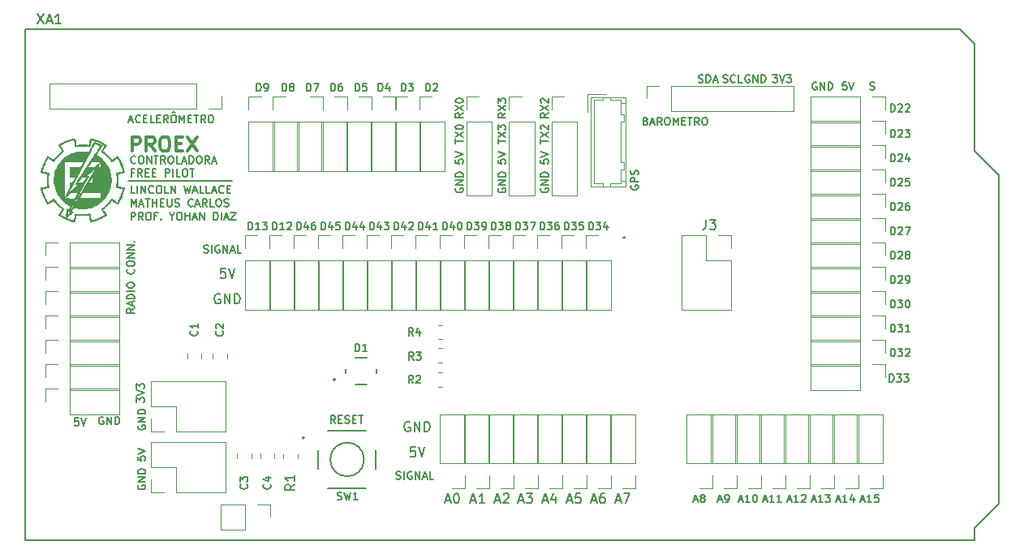
<source format=gto>
G04 #@! TF.GenerationSoftware,KiCad,Pcbnew,(5.1.12)-1*
G04 #@! TF.CreationDate,2021-11-28T08:49:57-03:00*
G04 #@! TF.ProjectId,SHIELD_MEGA,53484945-4c44-45f4-9d45-47412e6b6963,rev?*
G04 #@! TF.SameCoordinates,Original*
G04 #@! TF.FileFunction,Legend,Top*
G04 #@! TF.FilePolarity,Positive*
%FSLAX46Y46*%
G04 Gerber Fmt 4.6, Leading zero omitted, Abs format (unit mm)*
G04 Created by KiCad (PCBNEW (5.1.12)-1) date 2021-11-28 08:49:57*
%MOMM*%
%LPD*%
G01*
G04 APERTURE LIST*
%ADD10C,0.200000*%
%ADD11C,0.300000*%
%ADD12C,0.150000*%
%ADD13C,0.010000*%
%ADD14C,0.127000*%
%ADD15C,0.120000*%
%ADD16C,1.498000*%
%ADD17R,1.498000X1.498000*%
%ADD18O,1.700000X1.700000*%
%ADD19R,1.700000X1.700000*%
%ADD20O,1.727200X1.727200*%
%ADD21C,3.200000*%
%ADD22O,1.400000X0.900000*%
G04 APERTURE END LIST*
D10*
X111125000Y-78105000D02*
X121920000Y-78105000D01*
D11*
X111486571Y-74973571D02*
X111486571Y-73473571D01*
X112058000Y-73473571D01*
X112200857Y-73545000D01*
X112272285Y-73616428D01*
X112343714Y-73759285D01*
X112343714Y-73973571D01*
X112272285Y-74116428D01*
X112200857Y-74187857D01*
X112058000Y-74259285D01*
X111486571Y-74259285D01*
X113843714Y-74973571D02*
X113343714Y-74259285D01*
X112986571Y-74973571D02*
X112986571Y-73473571D01*
X113558000Y-73473571D01*
X113700857Y-73545000D01*
X113772285Y-73616428D01*
X113843714Y-73759285D01*
X113843714Y-73973571D01*
X113772285Y-74116428D01*
X113700857Y-74187857D01*
X113558000Y-74259285D01*
X112986571Y-74259285D01*
X114772285Y-73473571D02*
X115058000Y-73473571D01*
X115200857Y-73545000D01*
X115343714Y-73687857D01*
X115415142Y-73973571D01*
X115415142Y-74473571D01*
X115343714Y-74759285D01*
X115200857Y-74902142D01*
X115058000Y-74973571D01*
X114772285Y-74973571D01*
X114629428Y-74902142D01*
X114486571Y-74759285D01*
X114415142Y-74473571D01*
X114415142Y-73973571D01*
X114486571Y-73687857D01*
X114629428Y-73545000D01*
X114772285Y-73473571D01*
X116058000Y-74187857D02*
X116558000Y-74187857D01*
X116772285Y-74973571D02*
X116058000Y-74973571D01*
X116058000Y-73473571D01*
X116772285Y-73473571D01*
X117272285Y-73473571D02*
X118272285Y-74973571D01*
X118272285Y-73473571D02*
X117272285Y-74973571D01*
D12*
X111870119Y-76191714D02*
X111832023Y-76229809D01*
X111717738Y-76267904D01*
X111641547Y-76267904D01*
X111527261Y-76229809D01*
X111451071Y-76153619D01*
X111412976Y-76077428D01*
X111374880Y-75925047D01*
X111374880Y-75810761D01*
X111412976Y-75658380D01*
X111451071Y-75582190D01*
X111527261Y-75506000D01*
X111641547Y-75467904D01*
X111717738Y-75467904D01*
X111832023Y-75506000D01*
X111870119Y-75544095D01*
X112365357Y-75467904D02*
X112517738Y-75467904D01*
X112593928Y-75506000D01*
X112670119Y-75582190D01*
X112708214Y-75734571D01*
X112708214Y-76001238D01*
X112670119Y-76153619D01*
X112593928Y-76229809D01*
X112517738Y-76267904D01*
X112365357Y-76267904D01*
X112289166Y-76229809D01*
X112212976Y-76153619D01*
X112174880Y-76001238D01*
X112174880Y-75734571D01*
X112212976Y-75582190D01*
X112289166Y-75506000D01*
X112365357Y-75467904D01*
X113051071Y-76267904D02*
X113051071Y-75467904D01*
X113508214Y-76267904D01*
X113508214Y-75467904D01*
X113774880Y-75467904D02*
X114232023Y-75467904D01*
X114003452Y-76267904D02*
X114003452Y-75467904D01*
X114955833Y-76267904D02*
X114689166Y-75886952D01*
X114498690Y-76267904D02*
X114498690Y-75467904D01*
X114803452Y-75467904D01*
X114879642Y-75506000D01*
X114917738Y-75544095D01*
X114955833Y-75620285D01*
X114955833Y-75734571D01*
X114917738Y-75810761D01*
X114879642Y-75848857D01*
X114803452Y-75886952D01*
X114498690Y-75886952D01*
X115451071Y-75467904D02*
X115603452Y-75467904D01*
X115679642Y-75506000D01*
X115755833Y-75582190D01*
X115793928Y-75734571D01*
X115793928Y-76001238D01*
X115755833Y-76153619D01*
X115679642Y-76229809D01*
X115603452Y-76267904D01*
X115451071Y-76267904D01*
X115374880Y-76229809D01*
X115298690Y-76153619D01*
X115260595Y-76001238D01*
X115260595Y-75734571D01*
X115298690Y-75582190D01*
X115374880Y-75506000D01*
X115451071Y-75467904D01*
X116517738Y-76267904D02*
X116136785Y-76267904D01*
X116136785Y-75467904D01*
X116746309Y-76039333D02*
X117127261Y-76039333D01*
X116670119Y-76267904D02*
X116936785Y-75467904D01*
X117203452Y-76267904D01*
X117470119Y-76267904D02*
X117470119Y-75467904D01*
X117660595Y-75467904D01*
X117774880Y-75506000D01*
X117851071Y-75582190D01*
X117889166Y-75658380D01*
X117927261Y-75810761D01*
X117927261Y-75925047D01*
X117889166Y-76077428D01*
X117851071Y-76153619D01*
X117774880Y-76229809D01*
X117660595Y-76267904D01*
X117470119Y-76267904D01*
X118422500Y-75467904D02*
X118574880Y-75467904D01*
X118651071Y-75506000D01*
X118727261Y-75582190D01*
X118765357Y-75734571D01*
X118765357Y-76001238D01*
X118727261Y-76153619D01*
X118651071Y-76229809D01*
X118574880Y-76267904D01*
X118422500Y-76267904D01*
X118346309Y-76229809D01*
X118270119Y-76153619D01*
X118232023Y-76001238D01*
X118232023Y-75734571D01*
X118270119Y-75582190D01*
X118346309Y-75506000D01*
X118422500Y-75467904D01*
X119565357Y-76267904D02*
X119298690Y-75886952D01*
X119108214Y-76267904D02*
X119108214Y-75467904D01*
X119412976Y-75467904D01*
X119489166Y-75506000D01*
X119527261Y-75544095D01*
X119565357Y-75620285D01*
X119565357Y-75734571D01*
X119527261Y-75810761D01*
X119489166Y-75848857D01*
X119412976Y-75886952D01*
X119108214Y-75886952D01*
X119870119Y-76039333D02*
X120251071Y-76039333D01*
X119793928Y-76267904D02*
X120060595Y-75467904D01*
X120327261Y-76267904D01*
X111679642Y-77198857D02*
X111412976Y-77198857D01*
X111412976Y-77617904D02*
X111412976Y-76817904D01*
X111793928Y-76817904D01*
X112555833Y-77617904D02*
X112289166Y-77236952D01*
X112098690Y-77617904D02*
X112098690Y-76817904D01*
X112403452Y-76817904D01*
X112479642Y-76856000D01*
X112517738Y-76894095D01*
X112555833Y-76970285D01*
X112555833Y-77084571D01*
X112517738Y-77160761D01*
X112479642Y-77198857D01*
X112403452Y-77236952D01*
X112098690Y-77236952D01*
X112898690Y-77198857D02*
X113165357Y-77198857D01*
X113279642Y-77617904D02*
X112898690Y-77617904D01*
X112898690Y-76817904D01*
X113279642Y-76817904D01*
X113622500Y-77198857D02*
X113889166Y-77198857D01*
X114003452Y-77617904D02*
X113622500Y-77617904D01*
X113622500Y-76817904D01*
X114003452Y-76817904D01*
X114955833Y-77617904D02*
X114955833Y-76817904D01*
X115260595Y-76817904D01*
X115336785Y-76856000D01*
X115374880Y-76894095D01*
X115412976Y-76970285D01*
X115412976Y-77084571D01*
X115374880Y-77160761D01*
X115336785Y-77198857D01*
X115260595Y-77236952D01*
X114955833Y-77236952D01*
X115755833Y-77617904D02*
X115755833Y-76817904D01*
X116517738Y-77617904D02*
X116136785Y-77617904D01*
X116136785Y-76817904D01*
X116936785Y-76817904D02*
X117089166Y-76817904D01*
X117165357Y-76856000D01*
X117241547Y-76932190D01*
X117279642Y-77084571D01*
X117279642Y-77351238D01*
X117241547Y-77503619D01*
X117165357Y-77579809D01*
X117089166Y-77617904D01*
X116936785Y-77617904D01*
X116860595Y-77579809D01*
X116784404Y-77503619D01*
X116746309Y-77351238D01*
X116746309Y-77084571D01*
X116784404Y-76932190D01*
X116860595Y-76856000D01*
X116936785Y-76817904D01*
X117508214Y-76817904D02*
X117965357Y-76817904D01*
X117736785Y-77617904D02*
X117736785Y-76817904D01*
X111392333Y-80752904D02*
X111392333Y-79952904D01*
X111659000Y-80524333D01*
X111925666Y-79952904D01*
X111925666Y-80752904D01*
X112268523Y-80524333D02*
X112649476Y-80524333D01*
X112192333Y-80752904D02*
X112459000Y-79952904D01*
X112725666Y-80752904D01*
X112878047Y-79952904D02*
X113335190Y-79952904D01*
X113106619Y-80752904D02*
X113106619Y-79952904D01*
X113601857Y-80752904D02*
X113601857Y-79952904D01*
X113601857Y-80333857D02*
X114059000Y-80333857D01*
X114059000Y-80752904D02*
X114059000Y-79952904D01*
X114439952Y-80333857D02*
X114706619Y-80333857D01*
X114820904Y-80752904D02*
X114439952Y-80752904D01*
X114439952Y-79952904D01*
X114820904Y-79952904D01*
X115163761Y-79952904D02*
X115163761Y-80600523D01*
X115201857Y-80676714D01*
X115239952Y-80714809D01*
X115316142Y-80752904D01*
X115468523Y-80752904D01*
X115544714Y-80714809D01*
X115582809Y-80676714D01*
X115620904Y-80600523D01*
X115620904Y-79952904D01*
X115963761Y-80714809D02*
X116078047Y-80752904D01*
X116268523Y-80752904D01*
X116344714Y-80714809D01*
X116382809Y-80676714D01*
X116420904Y-80600523D01*
X116420904Y-80524333D01*
X116382809Y-80448142D01*
X116344714Y-80410047D01*
X116268523Y-80371952D01*
X116116142Y-80333857D01*
X116039952Y-80295761D01*
X116001857Y-80257666D01*
X115963761Y-80181476D01*
X115963761Y-80105285D01*
X116001857Y-80029095D01*
X116039952Y-79991000D01*
X116116142Y-79952904D01*
X116306619Y-79952904D01*
X116420904Y-79991000D01*
X117830428Y-80676714D02*
X117792333Y-80714809D01*
X117678047Y-80752904D01*
X117601857Y-80752904D01*
X117487571Y-80714809D01*
X117411380Y-80638619D01*
X117373285Y-80562428D01*
X117335190Y-80410047D01*
X117335190Y-80295761D01*
X117373285Y-80143380D01*
X117411380Y-80067190D01*
X117487571Y-79991000D01*
X117601857Y-79952904D01*
X117678047Y-79952904D01*
X117792333Y-79991000D01*
X117830428Y-80029095D01*
X118135190Y-80524333D02*
X118516142Y-80524333D01*
X118059000Y-80752904D02*
X118325666Y-79952904D01*
X118592333Y-80752904D01*
X119316142Y-80752904D02*
X119049476Y-80371952D01*
X118859000Y-80752904D02*
X118859000Y-79952904D01*
X119163761Y-79952904D01*
X119239952Y-79991000D01*
X119278047Y-80029095D01*
X119316142Y-80105285D01*
X119316142Y-80219571D01*
X119278047Y-80295761D01*
X119239952Y-80333857D01*
X119163761Y-80371952D01*
X118859000Y-80371952D01*
X120039952Y-80752904D02*
X119659000Y-80752904D01*
X119659000Y-79952904D01*
X120459000Y-79952904D02*
X120611380Y-79952904D01*
X120687571Y-79991000D01*
X120763761Y-80067190D01*
X120801857Y-80219571D01*
X120801857Y-80486238D01*
X120763761Y-80638619D01*
X120687571Y-80714809D01*
X120611380Y-80752904D01*
X120459000Y-80752904D01*
X120382809Y-80714809D01*
X120306619Y-80638619D01*
X120268523Y-80486238D01*
X120268523Y-80219571D01*
X120306619Y-80067190D01*
X120382809Y-79991000D01*
X120459000Y-79952904D01*
X121106619Y-80714809D02*
X121220904Y-80752904D01*
X121411380Y-80752904D01*
X121487571Y-80714809D01*
X121525666Y-80676714D01*
X121563761Y-80600523D01*
X121563761Y-80524333D01*
X121525666Y-80448142D01*
X121487571Y-80410047D01*
X121411380Y-80371952D01*
X121259000Y-80333857D01*
X121182809Y-80295761D01*
X121144714Y-80257666D01*
X121106619Y-80181476D01*
X121106619Y-80105285D01*
X121144714Y-80029095D01*
X121182809Y-79991000D01*
X121259000Y-79952904D01*
X121449476Y-79952904D01*
X121563761Y-79991000D01*
X132696095Y-103358904D02*
X132429428Y-102977952D01*
X132238952Y-103358904D02*
X132238952Y-102558904D01*
X132543714Y-102558904D01*
X132619904Y-102597000D01*
X132658000Y-102635095D01*
X132696095Y-102711285D01*
X132696095Y-102825571D01*
X132658000Y-102901761D01*
X132619904Y-102939857D01*
X132543714Y-102977952D01*
X132238952Y-102977952D01*
X133038952Y-102939857D02*
X133305619Y-102939857D01*
X133419904Y-103358904D02*
X133038952Y-103358904D01*
X133038952Y-102558904D01*
X133419904Y-102558904D01*
X133724666Y-103320809D02*
X133838952Y-103358904D01*
X134029428Y-103358904D01*
X134105619Y-103320809D01*
X134143714Y-103282714D01*
X134181809Y-103206523D01*
X134181809Y-103130333D01*
X134143714Y-103054142D01*
X134105619Y-103016047D01*
X134029428Y-102977952D01*
X133877047Y-102939857D01*
X133800857Y-102901761D01*
X133762761Y-102863666D01*
X133724666Y-102787476D01*
X133724666Y-102711285D01*
X133762761Y-102635095D01*
X133800857Y-102597000D01*
X133877047Y-102558904D01*
X134067523Y-102558904D01*
X134181809Y-102597000D01*
X134524666Y-102939857D02*
X134791333Y-102939857D01*
X134905619Y-103358904D02*
X134524666Y-103358904D01*
X134524666Y-102558904D01*
X134905619Y-102558904D01*
X135134190Y-102558904D02*
X135591333Y-102558904D01*
X135362761Y-103358904D02*
X135362761Y-102558904D01*
X111386028Y-82149904D02*
X111386028Y-81349904D01*
X111690790Y-81349904D01*
X111766980Y-81388000D01*
X111805076Y-81426095D01*
X111843171Y-81502285D01*
X111843171Y-81616571D01*
X111805076Y-81692761D01*
X111766980Y-81730857D01*
X111690790Y-81768952D01*
X111386028Y-81768952D01*
X112643171Y-82149904D02*
X112376504Y-81768952D01*
X112186028Y-82149904D02*
X112186028Y-81349904D01*
X112490790Y-81349904D01*
X112566980Y-81388000D01*
X112605076Y-81426095D01*
X112643171Y-81502285D01*
X112643171Y-81616571D01*
X112605076Y-81692761D01*
X112566980Y-81730857D01*
X112490790Y-81768952D01*
X112186028Y-81768952D01*
X113138409Y-81349904D02*
X113290790Y-81349904D01*
X113366980Y-81388000D01*
X113443171Y-81464190D01*
X113481266Y-81616571D01*
X113481266Y-81883238D01*
X113443171Y-82035619D01*
X113366980Y-82111809D01*
X113290790Y-82149904D01*
X113138409Y-82149904D01*
X113062219Y-82111809D01*
X112986028Y-82035619D01*
X112947933Y-81883238D01*
X112947933Y-81616571D01*
X112986028Y-81464190D01*
X113062219Y-81388000D01*
X113138409Y-81349904D01*
X114090790Y-81730857D02*
X113824123Y-81730857D01*
X113824123Y-82149904D02*
X113824123Y-81349904D01*
X114205076Y-81349904D01*
X114509838Y-82073714D02*
X114547933Y-82111809D01*
X114509838Y-82149904D01*
X114471742Y-82111809D01*
X114509838Y-82073714D01*
X114509838Y-82149904D01*
X115652695Y-81768952D02*
X115652695Y-82149904D01*
X115386028Y-81349904D02*
X115652695Y-81768952D01*
X115919361Y-81349904D01*
X116338409Y-81349904D02*
X116490790Y-81349904D01*
X116566980Y-81388000D01*
X116643171Y-81464190D01*
X116681266Y-81616571D01*
X116681266Y-81883238D01*
X116643171Y-82035619D01*
X116566980Y-82111809D01*
X116490790Y-82149904D01*
X116338409Y-82149904D01*
X116262219Y-82111809D01*
X116186028Y-82035619D01*
X116147933Y-81883238D01*
X116147933Y-81616571D01*
X116186028Y-81464190D01*
X116262219Y-81388000D01*
X116338409Y-81349904D01*
X117024123Y-82149904D02*
X117024123Y-81349904D01*
X117024123Y-81730857D02*
X117481266Y-81730857D01*
X117481266Y-82149904D02*
X117481266Y-81349904D01*
X117824123Y-81921333D02*
X118205076Y-81921333D01*
X117747933Y-82149904D02*
X118014600Y-81349904D01*
X118281266Y-82149904D01*
X118547933Y-82149904D02*
X118547933Y-81349904D01*
X119005076Y-82149904D01*
X119005076Y-81349904D01*
X119995552Y-82149904D02*
X119995552Y-81349904D01*
X120186028Y-81349904D01*
X120300314Y-81388000D01*
X120376504Y-81464190D01*
X120414600Y-81540380D01*
X120452695Y-81692761D01*
X120452695Y-81807047D01*
X120414600Y-81959428D01*
X120376504Y-82035619D01*
X120300314Y-82111809D01*
X120186028Y-82149904D01*
X119995552Y-82149904D01*
X120795552Y-82149904D02*
X120795552Y-81349904D01*
X121138409Y-81921333D02*
X121519361Y-81921333D01*
X121062219Y-82149904D02*
X121328885Y-81349904D01*
X121595552Y-82149904D01*
X121786028Y-81349904D02*
X122319361Y-81349904D01*
X121786028Y-82149904D01*
X122319361Y-82149904D01*
X111779647Y-79355904D02*
X111398695Y-79355904D01*
X111398695Y-78555904D01*
X112046314Y-79355904D02*
X112046314Y-78555904D01*
X112427266Y-79355904D02*
X112427266Y-78555904D01*
X112884409Y-79355904D01*
X112884409Y-78555904D01*
X113722504Y-79279714D02*
X113684409Y-79317809D01*
X113570123Y-79355904D01*
X113493933Y-79355904D01*
X113379647Y-79317809D01*
X113303457Y-79241619D01*
X113265361Y-79165428D01*
X113227266Y-79013047D01*
X113227266Y-78898761D01*
X113265361Y-78746380D01*
X113303457Y-78670190D01*
X113379647Y-78594000D01*
X113493933Y-78555904D01*
X113570123Y-78555904D01*
X113684409Y-78594000D01*
X113722504Y-78632095D01*
X114217742Y-78555904D02*
X114370123Y-78555904D01*
X114446314Y-78594000D01*
X114522504Y-78670190D01*
X114560600Y-78822571D01*
X114560600Y-79089238D01*
X114522504Y-79241619D01*
X114446314Y-79317809D01*
X114370123Y-79355904D01*
X114217742Y-79355904D01*
X114141552Y-79317809D01*
X114065361Y-79241619D01*
X114027266Y-79089238D01*
X114027266Y-78822571D01*
X114065361Y-78670190D01*
X114141552Y-78594000D01*
X114217742Y-78555904D01*
X115284409Y-79355904D02*
X114903457Y-79355904D01*
X114903457Y-78555904D01*
X115551076Y-79355904D02*
X115551076Y-78555904D01*
X116008219Y-79355904D01*
X116008219Y-78555904D01*
X116922504Y-78555904D02*
X117112980Y-79355904D01*
X117265361Y-78784476D01*
X117417742Y-79355904D01*
X117608219Y-78555904D01*
X117874885Y-79127333D02*
X118255838Y-79127333D01*
X117798695Y-79355904D02*
X118065361Y-78555904D01*
X118332028Y-79355904D01*
X118979647Y-79355904D02*
X118598695Y-79355904D01*
X118598695Y-78555904D01*
X119627266Y-79355904D02*
X119246314Y-79355904D01*
X119246314Y-78555904D01*
X119855838Y-79127333D02*
X120236790Y-79127333D01*
X119779647Y-79355904D02*
X120046314Y-78555904D01*
X120312980Y-79355904D01*
X121036790Y-79279714D02*
X120998695Y-79317809D01*
X120884409Y-79355904D01*
X120808219Y-79355904D01*
X120693933Y-79317809D01*
X120617742Y-79241619D01*
X120579647Y-79165428D01*
X120541552Y-79013047D01*
X120541552Y-78898761D01*
X120579647Y-78746380D01*
X120617742Y-78670190D01*
X120693933Y-78594000D01*
X120808219Y-78555904D01*
X120884409Y-78555904D01*
X120998695Y-78594000D01*
X121036790Y-78632095D01*
X121379647Y-78936857D02*
X121646314Y-78936857D01*
X121760600Y-79355904D02*
X121379647Y-79355904D01*
X121379647Y-78555904D01*
X121760600Y-78555904D01*
X111956904Y-101193476D02*
X111956904Y-100698238D01*
X112261666Y-100964904D01*
X112261666Y-100850619D01*
X112299761Y-100774428D01*
X112337857Y-100736333D01*
X112414047Y-100698238D01*
X112604523Y-100698238D01*
X112680714Y-100736333D01*
X112718809Y-100774428D01*
X112756904Y-100850619D01*
X112756904Y-101079190D01*
X112718809Y-101155380D01*
X112680714Y-101193476D01*
X111956904Y-100469666D02*
X112756904Y-100203000D01*
X111956904Y-99936333D01*
X111956904Y-99745857D02*
X111956904Y-99250619D01*
X112261666Y-99517285D01*
X112261666Y-99403000D01*
X112299761Y-99326809D01*
X112337857Y-99288714D01*
X112414047Y-99250619D01*
X112604523Y-99250619D01*
X112680714Y-99288714D01*
X112718809Y-99326809D01*
X112756904Y-99403000D01*
X112756904Y-99631571D01*
X112718809Y-99707761D01*
X112680714Y-99745857D01*
X112122000Y-103606523D02*
X112083904Y-103682714D01*
X112083904Y-103797000D01*
X112122000Y-103911285D01*
X112198190Y-103987476D01*
X112274380Y-104025571D01*
X112426761Y-104063666D01*
X112541047Y-104063666D01*
X112693428Y-104025571D01*
X112769619Y-103987476D01*
X112845809Y-103911285D01*
X112883904Y-103797000D01*
X112883904Y-103720809D01*
X112845809Y-103606523D01*
X112807714Y-103568428D01*
X112541047Y-103568428D01*
X112541047Y-103720809D01*
X112883904Y-103225571D02*
X112083904Y-103225571D01*
X112883904Y-102768428D01*
X112083904Y-102768428D01*
X112883904Y-102387476D02*
X112083904Y-102387476D01*
X112083904Y-102197000D01*
X112122000Y-102082714D01*
X112198190Y-102006523D01*
X112274380Y-101968428D01*
X112426761Y-101930333D01*
X112541047Y-101930333D01*
X112693428Y-101968428D01*
X112769619Y-102006523D01*
X112845809Y-102082714D01*
X112883904Y-102197000D01*
X112883904Y-102387476D01*
X112122000Y-109829523D02*
X112083904Y-109905714D01*
X112083904Y-110020000D01*
X112122000Y-110134285D01*
X112198190Y-110210476D01*
X112274380Y-110248571D01*
X112426761Y-110286666D01*
X112541047Y-110286666D01*
X112693428Y-110248571D01*
X112769619Y-110210476D01*
X112845809Y-110134285D01*
X112883904Y-110020000D01*
X112883904Y-109943809D01*
X112845809Y-109829523D01*
X112807714Y-109791428D01*
X112541047Y-109791428D01*
X112541047Y-109943809D01*
X112883904Y-109448571D02*
X112083904Y-109448571D01*
X112883904Y-108991428D01*
X112083904Y-108991428D01*
X112883904Y-108610476D02*
X112083904Y-108610476D01*
X112083904Y-108420000D01*
X112122000Y-108305714D01*
X112198190Y-108229523D01*
X112274380Y-108191428D01*
X112426761Y-108153333D01*
X112541047Y-108153333D01*
X112693428Y-108191428D01*
X112769619Y-108229523D01*
X112845809Y-108305714D01*
X112883904Y-108420000D01*
X112883904Y-108610476D01*
X112083904Y-106832380D02*
X112083904Y-107213333D01*
X112464857Y-107251428D01*
X112426761Y-107213333D01*
X112388666Y-107137142D01*
X112388666Y-106946666D01*
X112426761Y-106870476D01*
X112464857Y-106832380D01*
X112541047Y-106794285D01*
X112731523Y-106794285D01*
X112807714Y-106832380D01*
X112845809Y-106870476D01*
X112883904Y-106946666D01*
X112883904Y-107137142D01*
X112845809Y-107213333D01*
X112807714Y-107251428D01*
X112083904Y-106565714D02*
X112883904Y-106299047D01*
X112083904Y-106032380D01*
X163557000Y-78549428D02*
X163518904Y-78625619D01*
X163518904Y-78739904D01*
X163557000Y-78854190D01*
X163633190Y-78930380D01*
X163709380Y-78968476D01*
X163861761Y-79006571D01*
X163976047Y-79006571D01*
X164128428Y-78968476D01*
X164204619Y-78930380D01*
X164280809Y-78854190D01*
X164318904Y-78739904D01*
X164318904Y-78663714D01*
X164280809Y-78549428D01*
X164242714Y-78511333D01*
X163976047Y-78511333D01*
X163976047Y-78663714D01*
X164318904Y-78168476D02*
X163518904Y-78168476D01*
X163518904Y-77863714D01*
X163557000Y-77787523D01*
X163595095Y-77749428D01*
X163671285Y-77711333D01*
X163785571Y-77711333D01*
X163861761Y-77749428D01*
X163899857Y-77787523D01*
X163937952Y-77863714D01*
X163937952Y-78168476D01*
X164280809Y-77406571D02*
X164318904Y-77292285D01*
X164318904Y-77101809D01*
X164280809Y-77025619D01*
X164242714Y-76987523D01*
X164166523Y-76949428D01*
X164090333Y-76949428D01*
X164014142Y-76987523D01*
X163976047Y-77025619D01*
X163937952Y-77101809D01*
X163899857Y-77254190D01*
X163861761Y-77330380D01*
X163823666Y-77368476D01*
X163747476Y-77406571D01*
X163671285Y-77406571D01*
X163595095Y-77368476D01*
X163557000Y-77330380D01*
X163518904Y-77254190D01*
X163518904Y-77063714D01*
X163557000Y-76949428D01*
X111170000Y-71761333D02*
X111550952Y-71761333D01*
X111093809Y-71989904D02*
X111360476Y-71189904D01*
X111627142Y-71989904D01*
X112350952Y-71913714D02*
X112312857Y-71951809D01*
X112198571Y-71989904D01*
X112122380Y-71989904D01*
X112008095Y-71951809D01*
X111931904Y-71875619D01*
X111893809Y-71799428D01*
X111855714Y-71647047D01*
X111855714Y-71532761D01*
X111893809Y-71380380D01*
X111931904Y-71304190D01*
X112008095Y-71228000D01*
X112122380Y-71189904D01*
X112198571Y-71189904D01*
X112312857Y-71228000D01*
X112350952Y-71266095D01*
X112693809Y-71570857D02*
X112960476Y-71570857D01*
X113074761Y-71989904D02*
X112693809Y-71989904D01*
X112693809Y-71189904D01*
X113074761Y-71189904D01*
X113798571Y-71989904D02*
X113417619Y-71989904D01*
X113417619Y-71189904D01*
X114065238Y-71570857D02*
X114331904Y-71570857D01*
X114446190Y-71989904D02*
X114065238Y-71989904D01*
X114065238Y-71189904D01*
X114446190Y-71189904D01*
X115246190Y-71989904D02*
X114979523Y-71608952D01*
X114789047Y-71989904D02*
X114789047Y-71189904D01*
X115093809Y-71189904D01*
X115170000Y-71228000D01*
X115208095Y-71266095D01*
X115246190Y-71342285D01*
X115246190Y-71456571D01*
X115208095Y-71532761D01*
X115170000Y-71570857D01*
X115093809Y-71608952D01*
X114789047Y-71608952D01*
X115741428Y-71189904D02*
X115893809Y-71189904D01*
X115970000Y-71228000D01*
X116046190Y-71304190D01*
X116084285Y-71456571D01*
X116084285Y-71723238D01*
X116046190Y-71875619D01*
X115970000Y-71951809D01*
X115893809Y-71989904D01*
X115741428Y-71989904D01*
X115665238Y-71951809D01*
X115589047Y-71875619D01*
X115550952Y-71723238D01*
X115550952Y-71456571D01*
X115589047Y-71304190D01*
X115665238Y-71228000D01*
X115741428Y-71189904D01*
X115665238Y-70999428D02*
X115817619Y-70885142D01*
X115970000Y-70999428D01*
X116427142Y-71989904D02*
X116427142Y-71189904D01*
X116693809Y-71761333D01*
X116960476Y-71189904D01*
X116960476Y-71989904D01*
X117341428Y-71570857D02*
X117608095Y-71570857D01*
X117722380Y-71989904D02*
X117341428Y-71989904D01*
X117341428Y-71189904D01*
X117722380Y-71189904D01*
X117950952Y-71189904D02*
X118408095Y-71189904D01*
X118179523Y-71989904D02*
X118179523Y-71189904D01*
X119131904Y-71989904D02*
X118865238Y-71608952D01*
X118674761Y-71989904D02*
X118674761Y-71189904D01*
X118979523Y-71189904D01*
X119055714Y-71228000D01*
X119093809Y-71266095D01*
X119131904Y-71342285D01*
X119131904Y-71456571D01*
X119093809Y-71532761D01*
X119055714Y-71570857D01*
X118979523Y-71608952D01*
X118674761Y-71608952D01*
X119627142Y-71189904D02*
X119779523Y-71189904D01*
X119855714Y-71228000D01*
X119931904Y-71304190D01*
X119970000Y-71456571D01*
X119970000Y-71723238D01*
X119931904Y-71875619D01*
X119855714Y-71951809D01*
X119779523Y-71989904D01*
X119627142Y-71989904D01*
X119550952Y-71951809D01*
X119474761Y-71875619D01*
X119436666Y-71723238D01*
X119436666Y-71456571D01*
X119474761Y-71304190D01*
X119550952Y-71228000D01*
X119627142Y-71189904D01*
X170605571Y-67760809D02*
X170719857Y-67798904D01*
X170910333Y-67798904D01*
X170986523Y-67760809D01*
X171024619Y-67722714D01*
X171062714Y-67646523D01*
X171062714Y-67570333D01*
X171024619Y-67494142D01*
X170986523Y-67456047D01*
X170910333Y-67417952D01*
X170757952Y-67379857D01*
X170681761Y-67341761D01*
X170643666Y-67303666D01*
X170605571Y-67227476D01*
X170605571Y-67151285D01*
X170643666Y-67075095D01*
X170681761Y-67037000D01*
X170757952Y-66998904D01*
X170948428Y-66998904D01*
X171062714Y-67037000D01*
X171405571Y-67798904D02*
X171405571Y-66998904D01*
X171596047Y-66998904D01*
X171710333Y-67037000D01*
X171786523Y-67113190D01*
X171824619Y-67189380D01*
X171862714Y-67341761D01*
X171862714Y-67456047D01*
X171824619Y-67608428D01*
X171786523Y-67684619D01*
X171710333Y-67760809D01*
X171596047Y-67798904D01*
X171405571Y-67798904D01*
X172167476Y-67570333D02*
X172548428Y-67570333D01*
X172091285Y-67798904D02*
X172357952Y-66998904D01*
X172624619Y-67798904D01*
X173164619Y-67760809D02*
X173278904Y-67798904D01*
X173469380Y-67798904D01*
X173545571Y-67760809D01*
X173583666Y-67722714D01*
X173621761Y-67646523D01*
X173621761Y-67570333D01*
X173583666Y-67494142D01*
X173545571Y-67456047D01*
X173469380Y-67417952D01*
X173317000Y-67379857D01*
X173240809Y-67341761D01*
X173202714Y-67303666D01*
X173164619Y-67227476D01*
X173164619Y-67151285D01*
X173202714Y-67075095D01*
X173240809Y-67037000D01*
X173317000Y-66998904D01*
X173507476Y-66998904D01*
X173621761Y-67037000D01*
X174421761Y-67722714D02*
X174383666Y-67760809D01*
X174269380Y-67798904D01*
X174193190Y-67798904D01*
X174078904Y-67760809D01*
X174002714Y-67684619D01*
X173964619Y-67608428D01*
X173926523Y-67456047D01*
X173926523Y-67341761D01*
X173964619Y-67189380D01*
X174002714Y-67113190D01*
X174078904Y-67037000D01*
X174193190Y-66998904D01*
X174269380Y-66998904D01*
X174383666Y-67037000D01*
X174421761Y-67075095D01*
X175145571Y-67798904D02*
X174764619Y-67798904D01*
X174764619Y-66998904D01*
X175920476Y-67037000D02*
X175844285Y-66998904D01*
X175730000Y-66998904D01*
X175615714Y-67037000D01*
X175539523Y-67113190D01*
X175501428Y-67189380D01*
X175463333Y-67341761D01*
X175463333Y-67456047D01*
X175501428Y-67608428D01*
X175539523Y-67684619D01*
X175615714Y-67760809D01*
X175730000Y-67798904D01*
X175806190Y-67798904D01*
X175920476Y-67760809D01*
X175958571Y-67722714D01*
X175958571Y-67456047D01*
X175806190Y-67456047D01*
X176301428Y-67798904D02*
X176301428Y-66998904D01*
X176758571Y-67798904D01*
X176758571Y-66998904D01*
X177139523Y-67798904D02*
X177139523Y-66998904D01*
X177330000Y-66998904D01*
X177444285Y-67037000D01*
X177520476Y-67113190D01*
X177558571Y-67189380D01*
X177596666Y-67341761D01*
X177596666Y-67456047D01*
X177558571Y-67608428D01*
X177520476Y-67684619D01*
X177444285Y-67760809D01*
X177330000Y-67798904D01*
X177139523Y-67798904D01*
X178333523Y-66998904D02*
X178828761Y-66998904D01*
X178562095Y-67303666D01*
X178676380Y-67303666D01*
X178752571Y-67341761D01*
X178790666Y-67379857D01*
X178828761Y-67456047D01*
X178828761Y-67646523D01*
X178790666Y-67722714D01*
X178752571Y-67760809D01*
X178676380Y-67798904D01*
X178447809Y-67798904D01*
X178371619Y-67760809D01*
X178333523Y-67722714D01*
X179057333Y-66998904D02*
X179324000Y-67798904D01*
X179590666Y-66998904D01*
X179781142Y-66998904D02*
X180276380Y-66998904D01*
X180009714Y-67303666D01*
X180124000Y-67303666D01*
X180200190Y-67341761D01*
X180238285Y-67379857D01*
X180276380Y-67456047D01*
X180276380Y-67646523D01*
X180238285Y-67722714D01*
X180200190Y-67760809D01*
X180124000Y-67798904D01*
X179895428Y-67798904D01*
X179819238Y-67760809D01*
X179781142Y-67722714D01*
X165100380Y-71824857D02*
X165214666Y-71862952D01*
X165252761Y-71901047D01*
X165290857Y-71977238D01*
X165290857Y-72091523D01*
X165252761Y-72167714D01*
X165214666Y-72205809D01*
X165138476Y-72243904D01*
X164833714Y-72243904D01*
X164833714Y-71443904D01*
X165100380Y-71443904D01*
X165176571Y-71482000D01*
X165214666Y-71520095D01*
X165252761Y-71596285D01*
X165252761Y-71672476D01*
X165214666Y-71748666D01*
X165176571Y-71786761D01*
X165100380Y-71824857D01*
X164833714Y-71824857D01*
X165595619Y-72015333D02*
X165976571Y-72015333D01*
X165519428Y-72243904D02*
X165786095Y-71443904D01*
X166052761Y-72243904D01*
X166776571Y-72243904D02*
X166509904Y-71862952D01*
X166319428Y-72243904D02*
X166319428Y-71443904D01*
X166624190Y-71443904D01*
X166700380Y-71482000D01*
X166738476Y-71520095D01*
X166776571Y-71596285D01*
X166776571Y-71710571D01*
X166738476Y-71786761D01*
X166700380Y-71824857D01*
X166624190Y-71862952D01*
X166319428Y-71862952D01*
X167271809Y-71443904D02*
X167424190Y-71443904D01*
X167500380Y-71482000D01*
X167576571Y-71558190D01*
X167614666Y-71710571D01*
X167614666Y-71977238D01*
X167576571Y-72129619D01*
X167500380Y-72205809D01*
X167424190Y-72243904D01*
X167271809Y-72243904D01*
X167195619Y-72205809D01*
X167119428Y-72129619D01*
X167081333Y-71977238D01*
X167081333Y-71710571D01*
X167119428Y-71558190D01*
X167195619Y-71482000D01*
X167271809Y-71443904D01*
X167957523Y-72243904D02*
X167957523Y-71443904D01*
X168224190Y-72015333D01*
X168490857Y-71443904D01*
X168490857Y-72243904D01*
X168871809Y-71824857D02*
X169138476Y-71824857D01*
X169252761Y-72243904D02*
X168871809Y-72243904D01*
X168871809Y-71443904D01*
X169252761Y-71443904D01*
X169481333Y-71443904D02*
X169938476Y-71443904D01*
X169709904Y-72243904D02*
X169709904Y-71443904D01*
X170662285Y-72243904D02*
X170395619Y-71862952D01*
X170205142Y-72243904D02*
X170205142Y-71443904D01*
X170509904Y-71443904D01*
X170586095Y-71482000D01*
X170624190Y-71520095D01*
X170662285Y-71596285D01*
X170662285Y-71710571D01*
X170624190Y-71786761D01*
X170586095Y-71824857D01*
X170509904Y-71862952D01*
X170205142Y-71862952D01*
X171157523Y-71443904D02*
X171309904Y-71443904D01*
X171386095Y-71482000D01*
X171462285Y-71558190D01*
X171500380Y-71710571D01*
X171500380Y-71977238D01*
X171462285Y-72129619D01*
X171386095Y-72205809D01*
X171309904Y-72243904D01*
X171157523Y-72243904D01*
X171081333Y-72205809D01*
X171005142Y-72129619D01*
X170967047Y-71977238D01*
X170967047Y-71710571D01*
X171005142Y-71558190D01*
X171081333Y-71482000D01*
X171157523Y-71443904D01*
D10*
X111740904Y-91395142D02*
X111359952Y-91661809D01*
X111740904Y-91852285D02*
X110940904Y-91852285D01*
X110940904Y-91547523D01*
X110979000Y-91471333D01*
X111017095Y-91433238D01*
X111093285Y-91395142D01*
X111207571Y-91395142D01*
X111283761Y-91433238D01*
X111321857Y-91471333D01*
X111359952Y-91547523D01*
X111359952Y-91852285D01*
X111512333Y-91090380D02*
X111512333Y-90709428D01*
X111740904Y-91166571D02*
X110940904Y-90899904D01*
X111740904Y-90633238D01*
X111740904Y-90366571D02*
X110940904Y-90366571D01*
X110940904Y-90176095D01*
X110979000Y-90061809D01*
X111055190Y-89985619D01*
X111131380Y-89947523D01*
X111283761Y-89909428D01*
X111398047Y-89909428D01*
X111550428Y-89947523D01*
X111626619Y-89985619D01*
X111702809Y-90061809D01*
X111740904Y-90176095D01*
X111740904Y-90366571D01*
X111740904Y-89566571D02*
X110940904Y-89566571D01*
X110940904Y-89033238D02*
X110940904Y-88880857D01*
X110979000Y-88804666D01*
X111055190Y-88728476D01*
X111207571Y-88690380D01*
X111474238Y-88690380D01*
X111626619Y-88728476D01*
X111702809Y-88804666D01*
X111740904Y-88880857D01*
X111740904Y-89033238D01*
X111702809Y-89109428D01*
X111626619Y-89185619D01*
X111474238Y-89223714D01*
X111207571Y-89223714D01*
X111055190Y-89185619D01*
X110979000Y-89109428D01*
X110940904Y-89033238D01*
X111664714Y-87280857D02*
X111702809Y-87318952D01*
X111740904Y-87433238D01*
X111740904Y-87509428D01*
X111702809Y-87623714D01*
X111626619Y-87699904D01*
X111550428Y-87738000D01*
X111398047Y-87776095D01*
X111283761Y-87776095D01*
X111131380Y-87738000D01*
X111055190Y-87699904D01*
X110979000Y-87623714D01*
X110940904Y-87509428D01*
X110940904Y-87433238D01*
X110979000Y-87318952D01*
X111017095Y-87280857D01*
X110940904Y-86785619D02*
X110940904Y-86633238D01*
X110979000Y-86557047D01*
X111055190Y-86480857D01*
X111207571Y-86442761D01*
X111474238Y-86442761D01*
X111626619Y-86480857D01*
X111702809Y-86557047D01*
X111740904Y-86633238D01*
X111740904Y-86785619D01*
X111702809Y-86861809D01*
X111626619Y-86938000D01*
X111474238Y-86976095D01*
X111207571Y-86976095D01*
X111055190Y-86938000D01*
X110979000Y-86861809D01*
X110940904Y-86785619D01*
X111740904Y-86099904D02*
X110940904Y-86099904D01*
X111740904Y-85642761D01*
X110940904Y-85642761D01*
X111740904Y-85261809D02*
X110940904Y-85261809D01*
X111740904Y-84804666D01*
X110940904Y-84804666D01*
X111664714Y-84423714D02*
X111702809Y-84385619D01*
X111740904Y-84423714D01*
X111702809Y-84461809D01*
X111664714Y-84423714D01*
X111740904Y-84423714D01*
D12*
X145269000Y-78841523D02*
X145230904Y-78917714D01*
X145230904Y-79032000D01*
X145269000Y-79146285D01*
X145345190Y-79222476D01*
X145421380Y-79260571D01*
X145573761Y-79298666D01*
X145688047Y-79298666D01*
X145840428Y-79260571D01*
X145916619Y-79222476D01*
X145992809Y-79146285D01*
X146030904Y-79032000D01*
X146030904Y-78955809D01*
X145992809Y-78841523D01*
X145954714Y-78803428D01*
X145688047Y-78803428D01*
X145688047Y-78955809D01*
X146030904Y-78460571D02*
X145230904Y-78460571D01*
X146030904Y-78003428D01*
X145230904Y-78003428D01*
X146030904Y-77622476D02*
X145230904Y-77622476D01*
X145230904Y-77432000D01*
X145269000Y-77317714D01*
X145345190Y-77241523D01*
X145421380Y-77203428D01*
X145573761Y-77165333D01*
X145688047Y-77165333D01*
X145840428Y-77203428D01*
X145916619Y-77241523D01*
X145992809Y-77317714D01*
X146030904Y-77432000D01*
X146030904Y-77622476D01*
X149714000Y-78841523D02*
X149675904Y-78917714D01*
X149675904Y-79032000D01*
X149714000Y-79146285D01*
X149790190Y-79222476D01*
X149866380Y-79260571D01*
X150018761Y-79298666D01*
X150133047Y-79298666D01*
X150285428Y-79260571D01*
X150361619Y-79222476D01*
X150437809Y-79146285D01*
X150475904Y-79032000D01*
X150475904Y-78955809D01*
X150437809Y-78841523D01*
X150399714Y-78803428D01*
X150133047Y-78803428D01*
X150133047Y-78955809D01*
X150475904Y-78460571D02*
X149675904Y-78460571D01*
X150475904Y-78003428D01*
X149675904Y-78003428D01*
X150475904Y-77622476D02*
X149675904Y-77622476D01*
X149675904Y-77432000D01*
X149714000Y-77317714D01*
X149790190Y-77241523D01*
X149866380Y-77203428D01*
X150018761Y-77165333D01*
X150133047Y-77165333D01*
X150285428Y-77203428D01*
X150361619Y-77241523D01*
X150437809Y-77317714D01*
X150475904Y-77432000D01*
X150475904Y-77622476D01*
D10*
X154159000Y-78841523D02*
X154120904Y-78917714D01*
X154120904Y-79032000D01*
X154159000Y-79146285D01*
X154235190Y-79222476D01*
X154311380Y-79260571D01*
X154463761Y-79298666D01*
X154578047Y-79298666D01*
X154730428Y-79260571D01*
X154806619Y-79222476D01*
X154882809Y-79146285D01*
X154920904Y-79032000D01*
X154920904Y-78955809D01*
X154882809Y-78841523D01*
X154844714Y-78803428D01*
X154578047Y-78803428D01*
X154578047Y-78955809D01*
X154920904Y-78460571D02*
X154120904Y-78460571D01*
X154920904Y-78003428D01*
X154120904Y-78003428D01*
X154920904Y-77622476D02*
X154120904Y-77622476D01*
X154120904Y-77432000D01*
X154159000Y-77317714D01*
X154235190Y-77241523D01*
X154311380Y-77203428D01*
X154463761Y-77165333D01*
X154578047Y-77165333D01*
X154730428Y-77203428D01*
X154806619Y-77241523D01*
X154882809Y-77317714D01*
X154920904Y-77432000D01*
X154920904Y-77622476D01*
D12*
X145230904Y-75844380D02*
X145230904Y-76225333D01*
X145611857Y-76263428D01*
X145573761Y-76225333D01*
X145535666Y-76149142D01*
X145535666Y-75958666D01*
X145573761Y-75882476D01*
X145611857Y-75844380D01*
X145688047Y-75806285D01*
X145878523Y-75806285D01*
X145954714Y-75844380D01*
X145992809Y-75882476D01*
X146030904Y-75958666D01*
X146030904Y-76149142D01*
X145992809Y-76225333D01*
X145954714Y-76263428D01*
X145230904Y-75577714D02*
X146030904Y-75311047D01*
X145230904Y-75044380D01*
X149675904Y-75844380D02*
X149675904Y-76225333D01*
X150056857Y-76263428D01*
X150018761Y-76225333D01*
X149980666Y-76149142D01*
X149980666Y-75958666D01*
X150018761Y-75882476D01*
X150056857Y-75844380D01*
X150133047Y-75806285D01*
X150323523Y-75806285D01*
X150399714Y-75844380D01*
X150437809Y-75882476D01*
X150475904Y-75958666D01*
X150475904Y-76149142D01*
X150437809Y-76225333D01*
X150399714Y-76263428D01*
X149675904Y-75577714D02*
X150475904Y-75311047D01*
X149675904Y-75044380D01*
X154120904Y-75844380D02*
X154120904Y-76225333D01*
X154501857Y-76263428D01*
X154463761Y-76225333D01*
X154425666Y-76149142D01*
X154425666Y-75958666D01*
X154463761Y-75882476D01*
X154501857Y-75844380D01*
X154578047Y-75806285D01*
X154768523Y-75806285D01*
X154844714Y-75844380D01*
X154882809Y-75882476D01*
X154920904Y-75958666D01*
X154920904Y-76149142D01*
X154882809Y-76225333D01*
X154844714Y-76263428D01*
X154120904Y-75577714D02*
X154920904Y-75311047D01*
X154120904Y-75044380D01*
X146030904Y-70999285D02*
X145649952Y-71265952D01*
X146030904Y-71456428D02*
X145230904Y-71456428D01*
X145230904Y-71151666D01*
X145269000Y-71075476D01*
X145307095Y-71037380D01*
X145383285Y-70999285D01*
X145497571Y-70999285D01*
X145573761Y-71037380D01*
X145611857Y-71075476D01*
X145649952Y-71151666D01*
X145649952Y-71456428D01*
X145230904Y-70732619D02*
X146030904Y-70199285D01*
X145230904Y-70199285D02*
X146030904Y-70732619D01*
X145230904Y-69742142D02*
X145230904Y-69665952D01*
X145269000Y-69589761D01*
X145307095Y-69551666D01*
X145383285Y-69513571D01*
X145535666Y-69475476D01*
X145726142Y-69475476D01*
X145878523Y-69513571D01*
X145954714Y-69551666D01*
X145992809Y-69589761D01*
X146030904Y-69665952D01*
X146030904Y-69742142D01*
X145992809Y-69818333D01*
X145954714Y-69856428D01*
X145878523Y-69894523D01*
X145726142Y-69932619D01*
X145535666Y-69932619D01*
X145383285Y-69894523D01*
X145307095Y-69856428D01*
X145269000Y-69818333D01*
X145230904Y-69742142D01*
X150475904Y-70999285D02*
X150094952Y-71265952D01*
X150475904Y-71456428D02*
X149675904Y-71456428D01*
X149675904Y-71151666D01*
X149714000Y-71075476D01*
X149752095Y-71037380D01*
X149828285Y-70999285D01*
X149942571Y-70999285D01*
X150018761Y-71037380D01*
X150056857Y-71075476D01*
X150094952Y-71151666D01*
X150094952Y-71456428D01*
X149675904Y-70732619D02*
X150475904Y-70199285D01*
X149675904Y-70199285D02*
X150475904Y-70732619D01*
X149675904Y-69970714D02*
X149675904Y-69475476D01*
X149980666Y-69742142D01*
X149980666Y-69627857D01*
X150018761Y-69551666D01*
X150056857Y-69513571D01*
X150133047Y-69475476D01*
X150323523Y-69475476D01*
X150399714Y-69513571D01*
X150437809Y-69551666D01*
X150475904Y-69627857D01*
X150475904Y-69856428D01*
X150437809Y-69932619D01*
X150399714Y-69970714D01*
X145230904Y-74142476D02*
X145230904Y-73685333D01*
X146030904Y-73913904D02*
X145230904Y-73913904D01*
X145230904Y-73494857D02*
X146030904Y-72961523D01*
X145230904Y-72961523D02*
X146030904Y-73494857D01*
X145230904Y-72504380D02*
X145230904Y-72428190D01*
X145269000Y-72352000D01*
X145307095Y-72313904D01*
X145383285Y-72275809D01*
X145535666Y-72237714D01*
X145726142Y-72237714D01*
X145878523Y-72275809D01*
X145954714Y-72313904D01*
X145992809Y-72352000D01*
X146030904Y-72428190D01*
X146030904Y-72504380D01*
X145992809Y-72580571D01*
X145954714Y-72618666D01*
X145878523Y-72656761D01*
X145726142Y-72694857D01*
X145535666Y-72694857D01*
X145383285Y-72656761D01*
X145307095Y-72618666D01*
X145269000Y-72580571D01*
X145230904Y-72504380D01*
X149675904Y-74142476D02*
X149675904Y-73685333D01*
X150475904Y-73913904D02*
X149675904Y-73913904D01*
X149675904Y-73494857D02*
X150475904Y-72961523D01*
X149675904Y-72961523D02*
X150475904Y-73494857D01*
X149675904Y-72732952D02*
X149675904Y-72237714D01*
X149980666Y-72504380D01*
X149980666Y-72390095D01*
X150018761Y-72313904D01*
X150056857Y-72275809D01*
X150133047Y-72237714D01*
X150323523Y-72237714D01*
X150399714Y-72275809D01*
X150437809Y-72313904D01*
X150475904Y-72390095D01*
X150475904Y-72618666D01*
X150437809Y-72694857D01*
X150399714Y-72732952D01*
X154920904Y-70999285D02*
X154539952Y-71265952D01*
X154920904Y-71456428D02*
X154120904Y-71456428D01*
X154120904Y-71151666D01*
X154159000Y-71075476D01*
X154197095Y-71037380D01*
X154273285Y-70999285D01*
X154387571Y-70999285D01*
X154463761Y-71037380D01*
X154501857Y-71075476D01*
X154539952Y-71151666D01*
X154539952Y-71456428D01*
X154120904Y-70732619D02*
X154920904Y-70199285D01*
X154120904Y-70199285D02*
X154920904Y-70732619D01*
X154197095Y-69932619D02*
X154159000Y-69894523D01*
X154120904Y-69818333D01*
X154120904Y-69627857D01*
X154159000Y-69551666D01*
X154197095Y-69513571D01*
X154273285Y-69475476D01*
X154349476Y-69475476D01*
X154463761Y-69513571D01*
X154920904Y-69970714D01*
X154920904Y-69475476D01*
X154120904Y-74142476D02*
X154120904Y-73685333D01*
X154920904Y-73913904D02*
X154120904Y-73913904D01*
X154120904Y-73494857D02*
X154920904Y-72961523D01*
X154120904Y-72961523D02*
X154920904Y-73494857D01*
X154197095Y-72694857D02*
X154159000Y-72656761D01*
X154120904Y-72580571D01*
X154120904Y-72390095D01*
X154159000Y-72313904D01*
X154197095Y-72275809D01*
X154273285Y-72237714D01*
X154349476Y-72237714D01*
X154463761Y-72275809D01*
X154920904Y-72732952D01*
X154920904Y-72237714D01*
X127171523Y-68687904D02*
X127171523Y-67887904D01*
X127362000Y-67887904D01*
X127476285Y-67926000D01*
X127552476Y-68002190D01*
X127590571Y-68078380D01*
X127628666Y-68230761D01*
X127628666Y-68345047D01*
X127590571Y-68497428D01*
X127552476Y-68573619D01*
X127476285Y-68649809D01*
X127362000Y-68687904D01*
X127171523Y-68687904D01*
X128085809Y-68230761D02*
X128009619Y-68192666D01*
X127971523Y-68154571D01*
X127933428Y-68078380D01*
X127933428Y-68040285D01*
X127971523Y-67964095D01*
X128009619Y-67926000D01*
X128085809Y-67887904D01*
X128238190Y-67887904D01*
X128314380Y-67926000D01*
X128352476Y-67964095D01*
X128390571Y-68040285D01*
X128390571Y-68078380D01*
X128352476Y-68154571D01*
X128314380Y-68192666D01*
X128238190Y-68230761D01*
X128085809Y-68230761D01*
X128009619Y-68268857D01*
X127971523Y-68306952D01*
X127933428Y-68383142D01*
X127933428Y-68535523D01*
X127971523Y-68611714D01*
X128009619Y-68649809D01*
X128085809Y-68687904D01*
X128238190Y-68687904D01*
X128314380Y-68649809D01*
X128352476Y-68611714D01*
X128390571Y-68535523D01*
X128390571Y-68383142D01*
X128352476Y-68306952D01*
X128314380Y-68268857D01*
X128238190Y-68230761D01*
X124504523Y-68687904D02*
X124504523Y-67887904D01*
X124695000Y-67887904D01*
X124809285Y-67926000D01*
X124885476Y-68002190D01*
X124923571Y-68078380D01*
X124961666Y-68230761D01*
X124961666Y-68345047D01*
X124923571Y-68497428D01*
X124885476Y-68573619D01*
X124809285Y-68649809D01*
X124695000Y-68687904D01*
X124504523Y-68687904D01*
X125342619Y-68687904D02*
X125495000Y-68687904D01*
X125571190Y-68649809D01*
X125609285Y-68611714D01*
X125685476Y-68497428D01*
X125723571Y-68345047D01*
X125723571Y-68040285D01*
X125685476Y-67964095D01*
X125647380Y-67926000D01*
X125571190Y-67887904D01*
X125418809Y-67887904D01*
X125342619Y-67926000D01*
X125304523Y-67964095D01*
X125266428Y-68040285D01*
X125266428Y-68230761D01*
X125304523Y-68306952D01*
X125342619Y-68345047D01*
X125418809Y-68383142D01*
X125571190Y-68383142D01*
X125647380Y-68345047D01*
X125685476Y-68306952D01*
X125723571Y-68230761D01*
X129711523Y-68687904D02*
X129711523Y-67887904D01*
X129902000Y-67887904D01*
X130016285Y-67926000D01*
X130092476Y-68002190D01*
X130130571Y-68078380D01*
X130168666Y-68230761D01*
X130168666Y-68345047D01*
X130130571Y-68497428D01*
X130092476Y-68573619D01*
X130016285Y-68649809D01*
X129902000Y-68687904D01*
X129711523Y-68687904D01*
X130435333Y-67887904D02*
X130968666Y-67887904D01*
X130625809Y-68687904D01*
X132251523Y-68687904D02*
X132251523Y-67887904D01*
X132442000Y-67887904D01*
X132556285Y-67926000D01*
X132632476Y-68002190D01*
X132670571Y-68078380D01*
X132708666Y-68230761D01*
X132708666Y-68345047D01*
X132670571Y-68497428D01*
X132632476Y-68573619D01*
X132556285Y-68649809D01*
X132442000Y-68687904D01*
X132251523Y-68687904D01*
X133394380Y-67887904D02*
X133242000Y-67887904D01*
X133165809Y-67926000D01*
X133127714Y-67964095D01*
X133051523Y-68078380D01*
X133013428Y-68230761D01*
X133013428Y-68535523D01*
X133051523Y-68611714D01*
X133089619Y-68649809D01*
X133165809Y-68687904D01*
X133318190Y-68687904D01*
X133394380Y-68649809D01*
X133432476Y-68611714D01*
X133470571Y-68535523D01*
X133470571Y-68345047D01*
X133432476Y-68268857D01*
X133394380Y-68230761D01*
X133318190Y-68192666D01*
X133165809Y-68192666D01*
X133089619Y-68230761D01*
X133051523Y-68268857D01*
X133013428Y-68345047D01*
X134791523Y-68687904D02*
X134791523Y-67887904D01*
X134982000Y-67887904D01*
X135096285Y-67926000D01*
X135172476Y-68002190D01*
X135210571Y-68078380D01*
X135248666Y-68230761D01*
X135248666Y-68345047D01*
X135210571Y-68497428D01*
X135172476Y-68573619D01*
X135096285Y-68649809D01*
X134982000Y-68687904D01*
X134791523Y-68687904D01*
X135972476Y-67887904D02*
X135591523Y-67887904D01*
X135553428Y-68268857D01*
X135591523Y-68230761D01*
X135667714Y-68192666D01*
X135858190Y-68192666D01*
X135934380Y-68230761D01*
X135972476Y-68268857D01*
X136010571Y-68345047D01*
X136010571Y-68535523D01*
X135972476Y-68611714D01*
X135934380Y-68649809D01*
X135858190Y-68687904D01*
X135667714Y-68687904D01*
X135591523Y-68649809D01*
X135553428Y-68611714D01*
X137204523Y-68687904D02*
X137204523Y-67887904D01*
X137395000Y-67887904D01*
X137509285Y-67926000D01*
X137585476Y-68002190D01*
X137623571Y-68078380D01*
X137661666Y-68230761D01*
X137661666Y-68345047D01*
X137623571Y-68497428D01*
X137585476Y-68573619D01*
X137509285Y-68649809D01*
X137395000Y-68687904D01*
X137204523Y-68687904D01*
X138347380Y-68154571D02*
X138347380Y-68687904D01*
X138156904Y-67849809D02*
X137966428Y-68421238D01*
X138461666Y-68421238D01*
X139617523Y-68687904D02*
X139617523Y-67887904D01*
X139808000Y-67887904D01*
X139922285Y-67926000D01*
X139998476Y-68002190D01*
X140036571Y-68078380D01*
X140074666Y-68230761D01*
X140074666Y-68345047D01*
X140036571Y-68497428D01*
X139998476Y-68573619D01*
X139922285Y-68649809D01*
X139808000Y-68687904D01*
X139617523Y-68687904D01*
X140341333Y-67887904D02*
X140836571Y-67887904D01*
X140569904Y-68192666D01*
X140684190Y-68192666D01*
X140760380Y-68230761D01*
X140798476Y-68268857D01*
X140836571Y-68345047D01*
X140836571Y-68535523D01*
X140798476Y-68611714D01*
X140760380Y-68649809D01*
X140684190Y-68687904D01*
X140455619Y-68687904D01*
X140379428Y-68649809D01*
X140341333Y-68611714D01*
X142157523Y-68687904D02*
X142157523Y-67887904D01*
X142348000Y-67887904D01*
X142462285Y-67926000D01*
X142538476Y-68002190D01*
X142576571Y-68078380D01*
X142614666Y-68230761D01*
X142614666Y-68345047D01*
X142576571Y-68497428D01*
X142538476Y-68573619D01*
X142462285Y-68649809D01*
X142348000Y-68687904D01*
X142157523Y-68687904D01*
X142919428Y-67964095D02*
X142957523Y-67926000D01*
X143033714Y-67887904D01*
X143224190Y-67887904D01*
X143300380Y-67926000D01*
X143338476Y-67964095D01*
X143376571Y-68040285D01*
X143376571Y-68116476D01*
X143338476Y-68230761D01*
X142881333Y-68687904D01*
X143376571Y-68687904D01*
X105892619Y-102812904D02*
X105511666Y-102812904D01*
X105473571Y-103193857D01*
X105511666Y-103155761D01*
X105587857Y-103117666D01*
X105778333Y-103117666D01*
X105854523Y-103155761D01*
X105892619Y-103193857D01*
X105930714Y-103270047D01*
X105930714Y-103460523D01*
X105892619Y-103536714D01*
X105854523Y-103574809D01*
X105778333Y-103612904D01*
X105587857Y-103612904D01*
X105511666Y-103574809D01*
X105473571Y-103536714D01*
X106159285Y-102812904D02*
X106425952Y-103612904D01*
X106692619Y-102812904D01*
X108483476Y-102724000D02*
X108407285Y-102685904D01*
X108293000Y-102685904D01*
X108178714Y-102724000D01*
X108102523Y-102800190D01*
X108064428Y-102876380D01*
X108026333Y-103028761D01*
X108026333Y-103143047D01*
X108064428Y-103295428D01*
X108102523Y-103371619D01*
X108178714Y-103447809D01*
X108293000Y-103485904D01*
X108369190Y-103485904D01*
X108483476Y-103447809D01*
X108521571Y-103409714D01*
X108521571Y-103143047D01*
X108369190Y-103143047D01*
X108864428Y-103485904D02*
X108864428Y-102685904D01*
X109321571Y-103485904D01*
X109321571Y-102685904D01*
X109702523Y-103485904D02*
X109702523Y-102685904D01*
X109893000Y-102685904D01*
X110007285Y-102724000D01*
X110083476Y-102800190D01*
X110121571Y-102876380D01*
X110159666Y-103028761D01*
X110159666Y-103143047D01*
X110121571Y-103295428D01*
X110083476Y-103371619D01*
X110007285Y-103447809D01*
X109893000Y-103485904D01*
X109702523Y-103485904D01*
X190544571Y-99040904D02*
X190544571Y-98240904D01*
X190735047Y-98240904D01*
X190849333Y-98279000D01*
X190925523Y-98355190D01*
X190963619Y-98431380D01*
X191001714Y-98583761D01*
X191001714Y-98698047D01*
X190963619Y-98850428D01*
X190925523Y-98926619D01*
X190849333Y-99002809D01*
X190735047Y-99040904D01*
X190544571Y-99040904D01*
X191268380Y-98240904D02*
X191763619Y-98240904D01*
X191496952Y-98545666D01*
X191611238Y-98545666D01*
X191687428Y-98583761D01*
X191725523Y-98621857D01*
X191763619Y-98698047D01*
X191763619Y-98888523D01*
X191725523Y-98964714D01*
X191687428Y-99002809D01*
X191611238Y-99040904D01*
X191382666Y-99040904D01*
X191306476Y-99002809D01*
X191268380Y-98964714D01*
X192030285Y-98240904D02*
X192525523Y-98240904D01*
X192258857Y-98545666D01*
X192373142Y-98545666D01*
X192449333Y-98583761D01*
X192487428Y-98621857D01*
X192525523Y-98698047D01*
X192525523Y-98888523D01*
X192487428Y-98964714D01*
X192449333Y-99002809D01*
X192373142Y-99040904D01*
X192144571Y-99040904D01*
X192068380Y-99002809D01*
X192030285Y-98964714D01*
X190671571Y-96373904D02*
X190671571Y-95573904D01*
X190862047Y-95573904D01*
X190976333Y-95612000D01*
X191052523Y-95688190D01*
X191090619Y-95764380D01*
X191128714Y-95916761D01*
X191128714Y-96031047D01*
X191090619Y-96183428D01*
X191052523Y-96259619D01*
X190976333Y-96335809D01*
X190862047Y-96373904D01*
X190671571Y-96373904D01*
X191395380Y-95573904D02*
X191890619Y-95573904D01*
X191623952Y-95878666D01*
X191738238Y-95878666D01*
X191814428Y-95916761D01*
X191852523Y-95954857D01*
X191890619Y-96031047D01*
X191890619Y-96221523D01*
X191852523Y-96297714D01*
X191814428Y-96335809D01*
X191738238Y-96373904D01*
X191509666Y-96373904D01*
X191433476Y-96335809D01*
X191395380Y-96297714D01*
X192195380Y-95650095D02*
X192233476Y-95612000D01*
X192309666Y-95573904D01*
X192500142Y-95573904D01*
X192576333Y-95612000D01*
X192614428Y-95650095D01*
X192652523Y-95726285D01*
X192652523Y-95802476D01*
X192614428Y-95916761D01*
X192157285Y-96373904D01*
X192652523Y-96373904D01*
X190671571Y-93833904D02*
X190671571Y-93033904D01*
X190862047Y-93033904D01*
X190976333Y-93072000D01*
X191052523Y-93148190D01*
X191090619Y-93224380D01*
X191128714Y-93376761D01*
X191128714Y-93491047D01*
X191090619Y-93643428D01*
X191052523Y-93719619D01*
X190976333Y-93795809D01*
X190862047Y-93833904D01*
X190671571Y-93833904D01*
X191395380Y-93033904D02*
X191890619Y-93033904D01*
X191623952Y-93338666D01*
X191738238Y-93338666D01*
X191814428Y-93376761D01*
X191852523Y-93414857D01*
X191890619Y-93491047D01*
X191890619Y-93681523D01*
X191852523Y-93757714D01*
X191814428Y-93795809D01*
X191738238Y-93833904D01*
X191509666Y-93833904D01*
X191433476Y-93795809D01*
X191395380Y-93757714D01*
X192652523Y-93833904D02*
X192195380Y-93833904D01*
X192423952Y-93833904D02*
X192423952Y-93033904D01*
X192347761Y-93148190D01*
X192271571Y-93224380D01*
X192195380Y-93262476D01*
X190671571Y-91293904D02*
X190671571Y-90493904D01*
X190862047Y-90493904D01*
X190976333Y-90532000D01*
X191052523Y-90608190D01*
X191090619Y-90684380D01*
X191128714Y-90836761D01*
X191128714Y-90951047D01*
X191090619Y-91103428D01*
X191052523Y-91179619D01*
X190976333Y-91255809D01*
X190862047Y-91293904D01*
X190671571Y-91293904D01*
X191395380Y-90493904D02*
X191890619Y-90493904D01*
X191623952Y-90798666D01*
X191738238Y-90798666D01*
X191814428Y-90836761D01*
X191852523Y-90874857D01*
X191890619Y-90951047D01*
X191890619Y-91141523D01*
X191852523Y-91217714D01*
X191814428Y-91255809D01*
X191738238Y-91293904D01*
X191509666Y-91293904D01*
X191433476Y-91255809D01*
X191395380Y-91217714D01*
X192385857Y-90493904D02*
X192462047Y-90493904D01*
X192538238Y-90532000D01*
X192576333Y-90570095D01*
X192614428Y-90646285D01*
X192652523Y-90798666D01*
X192652523Y-90989142D01*
X192614428Y-91141523D01*
X192576333Y-91217714D01*
X192538238Y-91255809D01*
X192462047Y-91293904D01*
X192385857Y-91293904D01*
X192309666Y-91255809D01*
X192271571Y-91217714D01*
X192233476Y-91141523D01*
X192195380Y-90989142D01*
X192195380Y-90798666D01*
X192233476Y-90646285D01*
X192271571Y-90570095D01*
X192309666Y-90532000D01*
X192385857Y-90493904D01*
X190671571Y-88753904D02*
X190671571Y-87953904D01*
X190862047Y-87953904D01*
X190976333Y-87992000D01*
X191052523Y-88068190D01*
X191090619Y-88144380D01*
X191128714Y-88296761D01*
X191128714Y-88411047D01*
X191090619Y-88563428D01*
X191052523Y-88639619D01*
X190976333Y-88715809D01*
X190862047Y-88753904D01*
X190671571Y-88753904D01*
X191433476Y-88030095D02*
X191471571Y-87992000D01*
X191547761Y-87953904D01*
X191738238Y-87953904D01*
X191814428Y-87992000D01*
X191852523Y-88030095D01*
X191890619Y-88106285D01*
X191890619Y-88182476D01*
X191852523Y-88296761D01*
X191395380Y-88753904D01*
X191890619Y-88753904D01*
X192271571Y-88753904D02*
X192423952Y-88753904D01*
X192500142Y-88715809D01*
X192538238Y-88677714D01*
X192614428Y-88563428D01*
X192652523Y-88411047D01*
X192652523Y-88106285D01*
X192614428Y-88030095D01*
X192576333Y-87992000D01*
X192500142Y-87953904D01*
X192347761Y-87953904D01*
X192271571Y-87992000D01*
X192233476Y-88030095D01*
X192195380Y-88106285D01*
X192195380Y-88296761D01*
X192233476Y-88372952D01*
X192271571Y-88411047D01*
X192347761Y-88449142D01*
X192500142Y-88449142D01*
X192576333Y-88411047D01*
X192614428Y-88372952D01*
X192652523Y-88296761D01*
X190671571Y-86213904D02*
X190671571Y-85413904D01*
X190862047Y-85413904D01*
X190976333Y-85452000D01*
X191052523Y-85528190D01*
X191090619Y-85604380D01*
X191128714Y-85756761D01*
X191128714Y-85871047D01*
X191090619Y-86023428D01*
X191052523Y-86099619D01*
X190976333Y-86175809D01*
X190862047Y-86213904D01*
X190671571Y-86213904D01*
X191433476Y-85490095D02*
X191471571Y-85452000D01*
X191547761Y-85413904D01*
X191738238Y-85413904D01*
X191814428Y-85452000D01*
X191852523Y-85490095D01*
X191890619Y-85566285D01*
X191890619Y-85642476D01*
X191852523Y-85756761D01*
X191395380Y-86213904D01*
X191890619Y-86213904D01*
X192347761Y-85756761D02*
X192271571Y-85718666D01*
X192233476Y-85680571D01*
X192195380Y-85604380D01*
X192195380Y-85566285D01*
X192233476Y-85490095D01*
X192271571Y-85452000D01*
X192347761Y-85413904D01*
X192500142Y-85413904D01*
X192576333Y-85452000D01*
X192614428Y-85490095D01*
X192652523Y-85566285D01*
X192652523Y-85604380D01*
X192614428Y-85680571D01*
X192576333Y-85718666D01*
X192500142Y-85756761D01*
X192347761Y-85756761D01*
X192271571Y-85794857D01*
X192233476Y-85832952D01*
X192195380Y-85909142D01*
X192195380Y-86061523D01*
X192233476Y-86137714D01*
X192271571Y-86175809D01*
X192347761Y-86213904D01*
X192500142Y-86213904D01*
X192576333Y-86175809D01*
X192614428Y-86137714D01*
X192652523Y-86061523D01*
X192652523Y-85909142D01*
X192614428Y-85832952D01*
X192576333Y-85794857D01*
X192500142Y-85756761D01*
X190671571Y-83673904D02*
X190671571Y-82873904D01*
X190862047Y-82873904D01*
X190976333Y-82912000D01*
X191052523Y-82988190D01*
X191090619Y-83064380D01*
X191128714Y-83216761D01*
X191128714Y-83331047D01*
X191090619Y-83483428D01*
X191052523Y-83559619D01*
X190976333Y-83635809D01*
X190862047Y-83673904D01*
X190671571Y-83673904D01*
X191433476Y-82950095D02*
X191471571Y-82912000D01*
X191547761Y-82873904D01*
X191738238Y-82873904D01*
X191814428Y-82912000D01*
X191852523Y-82950095D01*
X191890619Y-83026285D01*
X191890619Y-83102476D01*
X191852523Y-83216761D01*
X191395380Y-83673904D01*
X191890619Y-83673904D01*
X192157285Y-82873904D02*
X192690619Y-82873904D01*
X192347761Y-83673904D01*
X190671571Y-81133904D02*
X190671571Y-80333904D01*
X190862047Y-80333904D01*
X190976333Y-80372000D01*
X191052523Y-80448190D01*
X191090619Y-80524380D01*
X191128714Y-80676761D01*
X191128714Y-80791047D01*
X191090619Y-80943428D01*
X191052523Y-81019619D01*
X190976333Y-81095809D01*
X190862047Y-81133904D01*
X190671571Y-81133904D01*
X191433476Y-80410095D02*
X191471571Y-80372000D01*
X191547761Y-80333904D01*
X191738238Y-80333904D01*
X191814428Y-80372000D01*
X191852523Y-80410095D01*
X191890619Y-80486285D01*
X191890619Y-80562476D01*
X191852523Y-80676761D01*
X191395380Y-81133904D01*
X191890619Y-81133904D01*
X192576333Y-80333904D02*
X192423952Y-80333904D01*
X192347761Y-80372000D01*
X192309666Y-80410095D01*
X192233476Y-80524380D01*
X192195380Y-80676761D01*
X192195380Y-80981523D01*
X192233476Y-81057714D01*
X192271571Y-81095809D01*
X192347761Y-81133904D01*
X192500142Y-81133904D01*
X192576333Y-81095809D01*
X192614428Y-81057714D01*
X192652523Y-80981523D01*
X192652523Y-80791047D01*
X192614428Y-80714857D01*
X192576333Y-80676761D01*
X192500142Y-80638666D01*
X192347761Y-80638666D01*
X192271571Y-80676761D01*
X192233476Y-80714857D01*
X192195380Y-80791047D01*
X190671571Y-78593904D02*
X190671571Y-77793904D01*
X190862047Y-77793904D01*
X190976333Y-77832000D01*
X191052523Y-77908190D01*
X191090619Y-77984380D01*
X191128714Y-78136761D01*
X191128714Y-78251047D01*
X191090619Y-78403428D01*
X191052523Y-78479619D01*
X190976333Y-78555809D01*
X190862047Y-78593904D01*
X190671571Y-78593904D01*
X191433476Y-77870095D02*
X191471571Y-77832000D01*
X191547761Y-77793904D01*
X191738238Y-77793904D01*
X191814428Y-77832000D01*
X191852523Y-77870095D01*
X191890619Y-77946285D01*
X191890619Y-78022476D01*
X191852523Y-78136761D01*
X191395380Y-78593904D01*
X191890619Y-78593904D01*
X192614428Y-77793904D02*
X192233476Y-77793904D01*
X192195380Y-78174857D01*
X192233476Y-78136761D01*
X192309666Y-78098666D01*
X192500142Y-78098666D01*
X192576333Y-78136761D01*
X192614428Y-78174857D01*
X192652523Y-78251047D01*
X192652523Y-78441523D01*
X192614428Y-78517714D01*
X192576333Y-78555809D01*
X192500142Y-78593904D01*
X192309666Y-78593904D01*
X192233476Y-78555809D01*
X192195380Y-78517714D01*
X190671571Y-76053904D02*
X190671571Y-75253904D01*
X190862047Y-75253904D01*
X190976333Y-75292000D01*
X191052523Y-75368190D01*
X191090619Y-75444380D01*
X191128714Y-75596761D01*
X191128714Y-75711047D01*
X191090619Y-75863428D01*
X191052523Y-75939619D01*
X190976333Y-76015809D01*
X190862047Y-76053904D01*
X190671571Y-76053904D01*
X191433476Y-75330095D02*
X191471571Y-75292000D01*
X191547761Y-75253904D01*
X191738238Y-75253904D01*
X191814428Y-75292000D01*
X191852523Y-75330095D01*
X191890619Y-75406285D01*
X191890619Y-75482476D01*
X191852523Y-75596761D01*
X191395380Y-76053904D01*
X191890619Y-76053904D01*
X192576333Y-75520571D02*
X192576333Y-76053904D01*
X192385857Y-75215809D02*
X192195380Y-75787238D01*
X192690619Y-75787238D01*
X190671571Y-73513904D02*
X190671571Y-72713904D01*
X190862047Y-72713904D01*
X190976333Y-72752000D01*
X191052523Y-72828190D01*
X191090619Y-72904380D01*
X191128714Y-73056761D01*
X191128714Y-73171047D01*
X191090619Y-73323428D01*
X191052523Y-73399619D01*
X190976333Y-73475809D01*
X190862047Y-73513904D01*
X190671571Y-73513904D01*
X191433476Y-72790095D02*
X191471571Y-72752000D01*
X191547761Y-72713904D01*
X191738238Y-72713904D01*
X191814428Y-72752000D01*
X191852523Y-72790095D01*
X191890619Y-72866285D01*
X191890619Y-72942476D01*
X191852523Y-73056761D01*
X191395380Y-73513904D01*
X191890619Y-73513904D01*
X192157285Y-72713904D02*
X192652523Y-72713904D01*
X192385857Y-73018666D01*
X192500142Y-73018666D01*
X192576333Y-73056761D01*
X192614428Y-73094857D01*
X192652523Y-73171047D01*
X192652523Y-73361523D01*
X192614428Y-73437714D01*
X192576333Y-73475809D01*
X192500142Y-73513904D01*
X192271571Y-73513904D01*
X192195380Y-73475809D01*
X192157285Y-73437714D01*
X190671571Y-70846904D02*
X190671571Y-70046904D01*
X190862047Y-70046904D01*
X190976333Y-70085000D01*
X191052523Y-70161190D01*
X191090619Y-70237380D01*
X191128714Y-70389761D01*
X191128714Y-70504047D01*
X191090619Y-70656428D01*
X191052523Y-70732619D01*
X190976333Y-70808809D01*
X190862047Y-70846904D01*
X190671571Y-70846904D01*
X191433476Y-70123095D02*
X191471571Y-70085000D01*
X191547761Y-70046904D01*
X191738238Y-70046904D01*
X191814428Y-70085000D01*
X191852523Y-70123095D01*
X191890619Y-70199285D01*
X191890619Y-70275476D01*
X191852523Y-70389761D01*
X191395380Y-70846904D01*
X191890619Y-70846904D01*
X192195380Y-70123095D02*
X192233476Y-70085000D01*
X192309666Y-70046904D01*
X192500142Y-70046904D01*
X192576333Y-70085000D01*
X192614428Y-70123095D01*
X192652523Y-70199285D01*
X192652523Y-70275476D01*
X192614428Y-70389761D01*
X192157285Y-70846904D01*
X192652523Y-70846904D01*
D10*
X188493428Y-68522809D02*
X188607714Y-68560904D01*
X188798190Y-68560904D01*
X188874380Y-68522809D01*
X188912476Y-68484714D01*
X188950571Y-68408523D01*
X188950571Y-68332333D01*
X188912476Y-68256142D01*
X188874380Y-68218047D01*
X188798190Y-68179952D01*
X188645809Y-68141857D01*
X188569619Y-68103761D01*
X188531523Y-68065666D01*
X188493428Y-67989476D01*
X188493428Y-67913285D01*
X188531523Y-67837095D01*
X188569619Y-67799000D01*
X188645809Y-67760904D01*
X188836285Y-67760904D01*
X188950571Y-67799000D01*
D12*
X186029619Y-67760904D02*
X185648666Y-67760904D01*
X185610571Y-68141857D01*
X185648666Y-68103761D01*
X185724857Y-68065666D01*
X185915333Y-68065666D01*
X185991523Y-68103761D01*
X186029619Y-68141857D01*
X186067714Y-68218047D01*
X186067714Y-68408523D01*
X186029619Y-68484714D01*
X185991523Y-68522809D01*
X185915333Y-68560904D01*
X185724857Y-68560904D01*
X185648666Y-68522809D01*
X185610571Y-68484714D01*
X186296285Y-67760904D02*
X186562952Y-68560904D01*
X186829619Y-67760904D01*
X182905476Y-67799000D02*
X182829285Y-67760904D01*
X182715000Y-67760904D01*
X182600714Y-67799000D01*
X182524523Y-67875190D01*
X182486428Y-67951380D01*
X182448333Y-68103761D01*
X182448333Y-68218047D01*
X182486428Y-68370428D01*
X182524523Y-68446619D01*
X182600714Y-68522809D01*
X182715000Y-68560904D01*
X182791190Y-68560904D01*
X182905476Y-68522809D01*
X182943571Y-68484714D01*
X182943571Y-68218047D01*
X182791190Y-68218047D01*
X183286428Y-68560904D02*
X183286428Y-67760904D01*
X183743571Y-68560904D01*
X183743571Y-67760904D01*
X184124523Y-68560904D02*
X184124523Y-67760904D01*
X184315000Y-67760904D01*
X184429285Y-67799000D01*
X184505476Y-67875190D01*
X184543571Y-67951380D01*
X184581666Y-68103761D01*
X184581666Y-68218047D01*
X184543571Y-68370428D01*
X184505476Y-68446619D01*
X184429285Y-68522809D01*
X184315000Y-68560904D01*
X184124523Y-68560904D01*
X120650095Y-89924000D02*
X120554857Y-89876380D01*
X120412000Y-89876380D01*
X120269142Y-89924000D01*
X120173904Y-90019238D01*
X120126285Y-90114476D01*
X120078666Y-90304952D01*
X120078666Y-90447809D01*
X120126285Y-90638285D01*
X120173904Y-90733523D01*
X120269142Y-90828761D01*
X120412000Y-90876380D01*
X120507238Y-90876380D01*
X120650095Y-90828761D01*
X120697714Y-90781142D01*
X120697714Y-90447809D01*
X120507238Y-90447809D01*
X121126285Y-90876380D02*
X121126285Y-89876380D01*
X121697714Y-90876380D01*
X121697714Y-89876380D01*
X122173904Y-90876380D02*
X122173904Y-89876380D01*
X122412000Y-89876380D01*
X122554857Y-89924000D01*
X122650095Y-90019238D01*
X122697714Y-90114476D01*
X122745333Y-90304952D01*
X122745333Y-90447809D01*
X122697714Y-90638285D01*
X122650095Y-90733523D01*
X122554857Y-90828761D01*
X122412000Y-90876380D01*
X122173904Y-90876380D01*
X121221523Y-87209380D02*
X120745333Y-87209380D01*
X120697714Y-87685571D01*
X120745333Y-87637952D01*
X120840571Y-87590333D01*
X121078666Y-87590333D01*
X121173904Y-87637952D01*
X121221523Y-87685571D01*
X121269142Y-87780809D01*
X121269142Y-88018904D01*
X121221523Y-88114142D01*
X121173904Y-88161761D01*
X121078666Y-88209380D01*
X120840571Y-88209380D01*
X120745333Y-88161761D01*
X120697714Y-88114142D01*
X121554857Y-87209380D02*
X121888190Y-88209380D01*
X122221523Y-87209380D01*
X118999238Y-85540809D02*
X119113523Y-85578904D01*
X119304000Y-85578904D01*
X119380190Y-85540809D01*
X119418285Y-85502714D01*
X119456380Y-85426523D01*
X119456380Y-85350333D01*
X119418285Y-85274142D01*
X119380190Y-85236047D01*
X119304000Y-85197952D01*
X119151619Y-85159857D01*
X119075428Y-85121761D01*
X119037333Y-85083666D01*
X118999238Y-85007476D01*
X118999238Y-84931285D01*
X119037333Y-84855095D01*
X119075428Y-84817000D01*
X119151619Y-84778904D01*
X119342095Y-84778904D01*
X119456380Y-84817000D01*
X119799238Y-85578904D02*
X119799238Y-84778904D01*
X120599238Y-84817000D02*
X120523047Y-84778904D01*
X120408761Y-84778904D01*
X120294476Y-84817000D01*
X120218285Y-84893190D01*
X120180190Y-84969380D01*
X120142095Y-85121761D01*
X120142095Y-85236047D01*
X120180190Y-85388428D01*
X120218285Y-85464619D01*
X120294476Y-85540809D01*
X120408761Y-85578904D01*
X120484952Y-85578904D01*
X120599238Y-85540809D01*
X120637333Y-85502714D01*
X120637333Y-85236047D01*
X120484952Y-85236047D01*
X120980190Y-85578904D02*
X120980190Y-84778904D01*
X121437333Y-85578904D01*
X121437333Y-84778904D01*
X121780190Y-85350333D02*
X122161142Y-85350333D01*
X121704000Y-85578904D02*
X121970666Y-84778904D01*
X122237333Y-85578904D01*
X122884952Y-85578904D02*
X122504000Y-85578904D01*
X122504000Y-84778904D01*
X170116571Y-111385333D02*
X170497523Y-111385333D01*
X170040380Y-111613904D02*
X170307047Y-110813904D01*
X170573714Y-111613904D01*
X170954666Y-111156761D02*
X170878476Y-111118666D01*
X170840380Y-111080571D01*
X170802285Y-111004380D01*
X170802285Y-110966285D01*
X170840380Y-110890095D01*
X170878476Y-110852000D01*
X170954666Y-110813904D01*
X171107047Y-110813904D01*
X171183238Y-110852000D01*
X171221333Y-110890095D01*
X171259428Y-110966285D01*
X171259428Y-111004380D01*
X171221333Y-111080571D01*
X171183238Y-111118666D01*
X171107047Y-111156761D01*
X170954666Y-111156761D01*
X170878476Y-111194857D01*
X170840380Y-111232952D01*
X170802285Y-111309142D01*
X170802285Y-111461523D01*
X170840380Y-111537714D01*
X170878476Y-111575809D01*
X170954666Y-111613904D01*
X171107047Y-111613904D01*
X171183238Y-111575809D01*
X171221333Y-111537714D01*
X171259428Y-111461523D01*
X171259428Y-111309142D01*
X171221333Y-111232952D01*
X171183238Y-111194857D01*
X171107047Y-111156761D01*
X172656571Y-111385333D02*
X173037523Y-111385333D01*
X172580380Y-111613904D02*
X172847047Y-110813904D01*
X173113714Y-111613904D01*
X173418476Y-111613904D02*
X173570857Y-111613904D01*
X173647047Y-111575809D01*
X173685142Y-111537714D01*
X173761333Y-111423428D01*
X173799428Y-111271047D01*
X173799428Y-110966285D01*
X173761333Y-110890095D01*
X173723238Y-110852000D01*
X173647047Y-110813904D01*
X173494666Y-110813904D01*
X173418476Y-110852000D01*
X173380380Y-110890095D01*
X173342285Y-110966285D01*
X173342285Y-111156761D01*
X173380380Y-111232952D01*
X173418476Y-111271047D01*
X173494666Y-111309142D01*
X173647047Y-111309142D01*
X173723238Y-111271047D01*
X173761333Y-111232952D01*
X173799428Y-111156761D01*
X174815619Y-111385333D02*
X175196571Y-111385333D01*
X174739428Y-111613904D02*
X175006095Y-110813904D01*
X175272761Y-111613904D01*
X175958476Y-111613904D02*
X175501333Y-111613904D01*
X175729904Y-111613904D02*
X175729904Y-110813904D01*
X175653714Y-110928190D01*
X175577523Y-111004380D01*
X175501333Y-111042476D01*
X176453714Y-110813904D02*
X176529904Y-110813904D01*
X176606095Y-110852000D01*
X176644190Y-110890095D01*
X176682285Y-110966285D01*
X176720380Y-111118666D01*
X176720380Y-111309142D01*
X176682285Y-111461523D01*
X176644190Y-111537714D01*
X176606095Y-111575809D01*
X176529904Y-111613904D01*
X176453714Y-111613904D01*
X176377523Y-111575809D01*
X176339428Y-111537714D01*
X176301333Y-111461523D01*
X176263238Y-111309142D01*
X176263238Y-111118666D01*
X176301333Y-110966285D01*
X176339428Y-110890095D01*
X176377523Y-110852000D01*
X176453714Y-110813904D01*
X177355619Y-111385333D02*
X177736571Y-111385333D01*
X177279428Y-111613904D02*
X177546095Y-110813904D01*
X177812761Y-111613904D01*
X178498476Y-111613904D02*
X178041333Y-111613904D01*
X178269904Y-111613904D02*
X178269904Y-110813904D01*
X178193714Y-110928190D01*
X178117523Y-111004380D01*
X178041333Y-111042476D01*
X179260380Y-111613904D02*
X178803238Y-111613904D01*
X179031809Y-111613904D02*
X179031809Y-110813904D01*
X178955619Y-110928190D01*
X178879428Y-111004380D01*
X178803238Y-111042476D01*
X179895619Y-111385333D02*
X180276571Y-111385333D01*
X179819428Y-111613904D02*
X180086095Y-110813904D01*
X180352761Y-111613904D01*
X181038476Y-111613904D02*
X180581333Y-111613904D01*
X180809904Y-111613904D02*
X180809904Y-110813904D01*
X180733714Y-110928190D01*
X180657523Y-111004380D01*
X180581333Y-111042476D01*
X181343238Y-110890095D02*
X181381333Y-110852000D01*
X181457523Y-110813904D01*
X181648000Y-110813904D01*
X181724190Y-110852000D01*
X181762285Y-110890095D01*
X181800380Y-110966285D01*
X181800380Y-111042476D01*
X181762285Y-111156761D01*
X181305142Y-111613904D01*
X181800380Y-111613904D01*
X182435619Y-111385333D02*
X182816571Y-111385333D01*
X182359428Y-111613904D02*
X182626095Y-110813904D01*
X182892761Y-111613904D01*
X183578476Y-111613904D02*
X183121333Y-111613904D01*
X183349904Y-111613904D02*
X183349904Y-110813904D01*
X183273714Y-110928190D01*
X183197523Y-111004380D01*
X183121333Y-111042476D01*
X183845142Y-110813904D02*
X184340380Y-110813904D01*
X184073714Y-111118666D01*
X184188000Y-111118666D01*
X184264190Y-111156761D01*
X184302285Y-111194857D01*
X184340380Y-111271047D01*
X184340380Y-111461523D01*
X184302285Y-111537714D01*
X184264190Y-111575809D01*
X184188000Y-111613904D01*
X183959428Y-111613904D01*
X183883238Y-111575809D01*
X183845142Y-111537714D01*
X184975619Y-111385333D02*
X185356571Y-111385333D01*
X184899428Y-111613904D02*
X185166095Y-110813904D01*
X185432761Y-111613904D01*
X186118476Y-111613904D02*
X185661333Y-111613904D01*
X185889904Y-111613904D02*
X185889904Y-110813904D01*
X185813714Y-110928190D01*
X185737523Y-111004380D01*
X185661333Y-111042476D01*
X186804190Y-111080571D02*
X186804190Y-111613904D01*
X186613714Y-110775809D02*
X186423238Y-111347238D01*
X186918476Y-111347238D01*
X187515619Y-111385333D02*
X187896571Y-111385333D01*
X187439428Y-111613904D02*
X187706095Y-110813904D01*
X187972761Y-111613904D01*
X188658476Y-111613904D02*
X188201333Y-111613904D01*
X188429904Y-111613904D02*
X188429904Y-110813904D01*
X188353714Y-110928190D01*
X188277523Y-111004380D01*
X188201333Y-111042476D01*
X189382285Y-110813904D02*
X189001333Y-110813904D01*
X188963238Y-111194857D01*
X189001333Y-111156761D01*
X189077523Y-111118666D01*
X189268000Y-111118666D01*
X189344190Y-111156761D01*
X189382285Y-111194857D01*
X189420380Y-111271047D01*
X189420380Y-111461523D01*
X189382285Y-111537714D01*
X189344190Y-111575809D01*
X189268000Y-111613904D01*
X189077523Y-111613904D01*
X189001333Y-111575809D01*
X188963238Y-111537714D01*
X126155571Y-83165904D02*
X126155571Y-82365904D01*
X126346047Y-82365904D01*
X126460333Y-82404000D01*
X126536523Y-82480190D01*
X126574619Y-82556380D01*
X126612714Y-82708761D01*
X126612714Y-82823047D01*
X126574619Y-82975428D01*
X126536523Y-83051619D01*
X126460333Y-83127809D01*
X126346047Y-83165904D01*
X126155571Y-83165904D01*
X127374619Y-83165904D02*
X126917476Y-83165904D01*
X127146047Y-83165904D02*
X127146047Y-82365904D01*
X127069857Y-82480190D01*
X126993666Y-82556380D01*
X126917476Y-82594476D01*
X127679380Y-82442095D02*
X127717476Y-82404000D01*
X127793666Y-82365904D01*
X127984142Y-82365904D01*
X128060333Y-82404000D01*
X128098428Y-82442095D01*
X128136523Y-82518285D01*
X128136523Y-82594476D01*
X128098428Y-82708761D01*
X127641285Y-83165904D01*
X128136523Y-83165904D01*
X123615571Y-83165904D02*
X123615571Y-82365904D01*
X123806047Y-82365904D01*
X123920333Y-82404000D01*
X123996523Y-82480190D01*
X124034619Y-82556380D01*
X124072714Y-82708761D01*
X124072714Y-82823047D01*
X124034619Y-82975428D01*
X123996523Y-83051619D01*
X123920333Y-83127809D01*
X123806047Y-83165904D01*
X123615571Y-83165904D01*
X124834619Y-83165904D02*
X124377476Y-83165904D01*
X124606047Y-83165904D02*
X124606047Y-82365904D01*
X124529857Y-82480190D01*
X124453666Y-82556380D01*
X124377476Y-82594476D01*
X125101285Y-82365904D02*
X125596523Y-82365904D01*
X125329857Y-82670666D01*
X125444142Y-82670666D01*
X125520333Y-82708761D01*
X125558428Y-82746857D01*
X125596523Y-82823047D01*
X125596523Y-83013523D01*
X125558428Y-83089714D01*
X125520333Y-83127809D01*
X125444142Y-83165904D01*
X125215571Y-83165904D01*
X125139380Y-83127809D01*
X125101285Y-83089714D01*
X128695571Y-83165904D02*
X128695571Y-82365904D01*
X128886047Y-82365904D01*
X129000333Y-82404000D01*
X129076523Y-82480190D01*
X129114619Y-82556380D01*
X129152714Y-82708761D01*
X129152714Y-82823047D01*
X129114619Y-82975428D01*
X129076523Y-83051619D01*
X129000333Y-83127809D01*
X128886047Y-83165904D01*
X128695571Y-83165904D01*
X129838428Y-82632571D02*
X129838428Y-83165904D01*
X129647952Y-82327809D02*
X129457476Y-82899238D01*
X129952714Y-82899238D01*
X130600333Y-82365904D02*
X130447952Y-82365904D01*
X130371761Y-82404000D01*
X130333666Y-82442095D01*
X130257476Y-82556380D01*
X130219380Y-82708761D01*
X130219380Y-83013523D01*
X130257476Y-83089714D01*
X130295571Y-83127809D01*
X130371761Y-83165904D01*
X130524142Y-83165904D01*
X130600333Y-83127809D01*
X130638428Y-83089714D01*
X130676523Y-83013523D01*
X130676523Y-82823047D01*
X130638428Y-82746857D01*
X130600333Y-82708761D01*
X130524142Y-82670666D01*
X130371761Y-82670666D01*
X130295571Y-82708761D01*
X130257476Y-82746857D01*
X130219380Y-82823047D01*
X131235571Y-83165904D02*
X131235571Y-82365904D01*
X131426047Y-82365904D01*
X131540333Y-82404000D01*
X131616523Y-82480190D01*
X131654619Y-82556380D01*
X131692714Y-82708761D01*
X131692714Y-82823047D01*
X131654619Y-82975428D01*
X131616523Y-83051619D01*
X131540333Y-83127809D01*
X131426047Y-83165904D01*
X131235571Y-83165904D01*
X132378428Y-82632571D02*
X132378428Y-83165904D01*
X132187952Y-82327809D02*
X131997476Y-82899238D01*
X132492714Y-82899238D01*
X133178428Y-82365904D02*
X132797476Y-82365904D01*
X132759380Y-82746857D01*
X132797476Y-82708761D01*
X132873666Y-82670666D01*
X133064142Y-82670666D01*
X133140333Y-82708761D01*
X133178428Y-82746857D01*
X133216523Y-82823047D01*
X133216523Y-83013523D01*
X133178428Y-83089714D01*
X133140333Y-83127809D01*
X133064142Y-83165904D01*
X132873666Y-83165904D01*
X132797476Y-83127809D01*
X132759380Y-83089714D01*
X133775571Y-83165904D02*
X133775571Y-82365904D01*
X133966047Y-82365904D01*
X134080333Y-82404000D01*
X134156523Y-82480190D01*
X134194619Y-82556380D01*
X134232714Y-82708761D01*
X134232714Y-82823047D01*
X134194619Y-82975428D01*
X134156523Y-83051619D01*
X134080333Y-83127809D01*
X133966047Y-83165904D01*
X133775571Y-83165904D01*
X134918428Y-82632571D02*
X134918428Y-83165904D01*
X134727952Y-82327809D02*
X134537476Y-82899238D01*
X135032714Y-82899238D01*
X135680333Y-82632571D02*
X135680333Y-83165904D01*
X135489857Y-82327809D02*
X135299380Y-82899238D01*
X135794619Y-82899238D01*
X136315571Y-83165904D02*
X136315571Y-82365904D01*
X136506047Y-82365904D01*
X136620333Y-82404000D01*
X136696523Y-82480190D01*
X136734619Y-82556380D01*
X136772714Y-82708761D01*
X136772714Y-82823047D01*
X136734619Y-82975428D01*
X136696523Y-83051619D01*
X136620333Y-83127809D01*
X136506047Y-83165904D01*
X136315571Y-83165904D01*
X137458428Y-82632571D02*
X137458428Y-83165904D01*
X137267952Y-82327809D02*
X137077476Y-82899238D01*
X137572714Y-82899238D01*
X137801285Y-82365904D02*
X138296523Y-82365904D01*
X138029857Y-82670666D01*
X138144142Y-82670666D01*
X138220333Y-82708761D01*
X138258428Y-82746857D01*
X138296523Y-82823047D01*
X138296523Y-83013523D01*
X138258428Y-83089714D01*
X138220333Y-83127809D01*
X138144142Y-83165904D01*
X137915571Y-83165904D01*
X137839380Y-83127809D01*
X137801285Y-83089714D01*
X138855571Y-83165904D02*
X138855571Y-82365904D01*
X139046047Y-82365904D01*
X139160333Y-82404000D01*
X139236523Y-82480190D01*
X139274619Y-82556380D01*
X139312714Y-82708761D01*
X139312714Y-82823047D01*
X139274619Y-82975428D01*
X139236523Y-83051619D01*
X139160333Y-83127809D01*
X139046047Y-83165904D01*
X138855571Y-83165904D01*
X139998428Y-82632571D02*
X139998428Y-83165904D01*
X139807952Y-82327809D02*
X139617476Y-82899238D01*
X140112714Y-82899238D01*
X140379380Y-82442095D02*
X140417476Y-82404000D01*
X140493666Y-82365904D01*
X140684142Y-82365904D01*
X140760333Y-82404000D01*
X140798428Y-82442095D01*
X140836523Y-82518285D01*
X140836523Y-82594476D01*
X140798428Y-82708761D01*
X140341285Y-83165904D01*
X140836523Y-83165904D01*
X141395571Y-83165904D02*
X141395571Y-82365904D01*
X141586047Y-82365904D01*
X141700333Y-82404000D01*
X141776523Y-82480190D01*
X141814619Y-82556380D01*
X141852714Y-82708761D01*
X141852714Y-82823047D01*
X141814619Y-82975428D01*
X141776523Y-83051619D01*
X141700333Y-83127809D01*
X141586047Y-83165904D01*
X141395571Y-83165904D01*
X142538428Y-82632571D02*
X142538428Y-83165904D01*
X142347952Y-82327809D02*
X142157476Y-82899238D01*
X142652714Y-82899238D01*
X143376523Y-83165904D02*
X142919380Y-83165904D01*
X143147952Y-83165904D02*
X143147952Y-82365904D01*
X143071761Y-82480190D01*
X142995571Y-82556380D01*
X142919380Y-82594476D01*
X143935571Y-83165904D02*
X143935571Y-82365904D01*
X144126047Y-82365904D01*
X144240333Y-82404000D01*
X144316523Y-82480190D01*
X144354619Y-82556380D01*
X144392714Y-82708761D01*
X144392714Y-82823047D01*
X144354619Y-82975428D01*
X144316523Y-83051619D01*
X144240333Y-83127809D01*
X144126047Y-83165904D01*
X143935571Y-83165904D01*
X145078428Y-82632571D02*
X145078428Y-83165904D01*
X144887952Y-82327809D02*
X144697476Y-82899238D01*
X145192714Y-82899238D01*
X145649857Y-82365904D02*
X145726047Y-82365904D01*
X145802238Y-82404000D01*
X145840333Y-82442095D01*
X145878428Y-82518285D01*
X145916523Y-82670666D01*
X145916523Y-82861142D01*
X145878428Y-83013523D01*
X145840333Y-83089714D01*
X145802238Y-83127809D01*
X145726047Y-83165904D01*
X145649857Y-83165904D01*
X145573666Y-83127809D01*
X145535571Y-83089714D01*
X145497476Y-83013523D01*
X145459380Y-82861142D01*
X145459380Y-82670666D01*
X145497476Y-82518285D01*
X145535571Y-82442095D01*
X145573666Y-82404000D01*
X145649857Y-82365904D01*
X146475571Y-83165904D02*
X146475571Y-82365904D01*
X146666047Y-82365904D01*
X146780333Y-82404000D01*
X146856523Y-82480190D01*
X146894619Y-82556380D01*
X146932714Y-82708761D01*
X146932714Y-82823047D01*
X146894619Y-82975428D01*
X146856523Y-83051619D01*
X146780333Y-83127809D01*
X146666047Y-83165904D01*
X146475571Y-83165904D01*
X147199380Y-82365904D02*
X147694619Y-82365904D01*
X147427952Y-82670666D01*
X147542238Y-82670666D01*
X147618428Y-82708761D01*
X147656523Y-82746857D01*
X147694619Y-82823047D01*
X147694619Y-83013523D01*
X147656523Y-83089714D01*
X147618428Y-83127809D01*
X147542238Y-83165904D01*
X147313666Y-83165904D01*
X147237476Y-83127809D01*
X147199380Y-83089714D01*
X148075571Y-83165904D02*
X148227952Y-83165904D01*
X148304142Y-83127809D01*
X148342238Y-83089714D01*
X148418428Y-82975428D01*
X148456523Y-82823047D01*
X148456523Y-82518285D01*
X148418428Y-82442095D01*
X148380333Y-82404000D01*
X148304142Y-82365904D01*
X148151761Y-82365904D01*
X148075571Y-82404000D01*
X148037476Y-82442095D01*
X147999380Y-82518285D01*
X147999380Y-82708761D01*
X148037476Y-82784952D01*
X148075571Y-82823047D01*
X148151761Y-82861142D01*
X148304142Y-82861142D01*
X148380333Y-82823047D01*
X148418428Y-82784952D01*
X148456523Y-82708761D01*
X149015571Y-83165904D02*
X149015571Y-82365904D01*
X149206047Y-82365904D01*
X149320333Y-82404000D01*
X149396523Y-82480190D01*
X149434619Y-82556380D01*
X149472714Y-82708761D01*
X149472714Y-82823047D01*
X149434619Y-82975428D01*
X149396523Y-83051619D01*
X149320333Y-83127809D01*
X149206047Y-83165904D01*
X149015571Y-83165904D01*
X149739380Y-82365904D02*
X150234619Y-82365904D01*
X149967952Y-82670666D01*
X150082238Y-82670666D01*
X150158428Y-82708761D01*
X150196523Y-82746857D01*
X150234619Y-82823047D01*
X150234619Y-83013523D01*
X150196523Y-83089714D01*
X150158428Y-83127809D01*
X150082238Y-83165904D01*
X149853666Y-83165904D01*
X149777476Y-83127809D01*
X149739380Y-83089714D01*
X150691761Y-82708761D02*
X150615571Y-82670666D01*
X150577476Y-82632571D01*
X150539380Y-82556380D01*
X150539380Y-82518285D01*
X150577476Y-82442095D01*
X150615571Y-82404000D01*
X150691761Y-82365904D01*
X150844142Y-82365904D01*
X150920333Y-82404000D01*
X150958428Y-82442095D01*
X150996523Y-82518285D01*
X150996523Y-82556380D01*
X150958428Y-82632571D01*
X150920333Y-82670666D01*
X150844142Y-82708761D01*
X150691761Y-82708761D01*
X150615571Y-82746857D01*
X150577476Y-82784952D01*
X150539380Y-82861142D01*
X150539380Y-83013523D01*
X150577476Y-83089714D01*
X150615571Y-83127809D01*
X150691761Y-83165904D01*
X150844142Y-83165904D01*
X150920333Y-83127809D01*
X150958428Y-83089714D01*
X150996523Y-83013523D01*
X150996523Y-82861142D01*
X150958428Y-82784952D01*
X150920333Y-82746857D01*
X150844142Y-82708761D01*
X151555571Y-83165904D02*
X151555571Y-82365904D01*
X151746047Y-82365904D01*
X151860333Y-82404000D01*
X151936523Y-82480190D01*
X151974619Y-82556380D01*
X152012714Y-82708761D01*
X152012714Y-82823047D01*
X151974619Y-82975428D01*
X151936523Y-83051619D01*
X151860333Y-83127809D01*
X151746047Y-83165904D01*
X151555571Y-83165904D01*
X152279380Y-82365904D02*
X152774619Y-82365904D01*
X152507952Y-82670666D01*
X152622238Y-82670666D01*
X152698428Y-82708761D01*
X152736523Y-82746857D01*
X152774619Y-82823047D01*
X152774619Y-83013523D01*
X152736523Y-83089714D01*
X152698428Y-83127809D01*
X152622238Y-83165904D01*
X152393666Y-83165904D01*
X152317476Y-83127809D01*
X152279380Y-83089714D01*
X153041285Y-82365904D02*
X153574619Y-82365904D01*
X153231761Y-83165904D01*
X154095571Y-83165904D02*
X154095571Y-82365904D01*
X154286047Y-82365904D01*
X154400333Y-82404000D01*
X154476523Y-82480190D01*
X154514619Y-82556380D01*
X154552714Y-82708761D01*
X154552714Y-82823047D01*
X154514619Y-82975428D01*
X154476523Y-83051619D01*
X154400333Y-83127809D01*
X154286047Y-83165904D01*
X154095571Y-83165904D01*
X154819380Y-82365904D02*
X155314619Y-82365904D01*
X155047952Y-82670666D01*
X155162238Y-82670666D01*
X155238428Y-82708761D01*
X155276523Y-82746857D01*
X155314619Y-82823047D01*
X155314619Y-83013523D01*
X155276523Y-83089714D01*
X155238428Y-83127809D01*
X155162238Y-83165904D01*
X154933666Y-83165904D01*
X154857476Y-83127809D01*
X154819380Y-83089714D01*
X156000333Y-82365904D02*
X155847952Y-82365904D01*
X155771761Y-82404000D01*
X155733666Y-82442095D01*
X155657476Y-82556380D01*
X155619380Y-82708761D01*
X155619380Y-83013523D01*
X155657476Y-83089714D01*
X155695571Y-83127809D01*
X155771761Y-83165904D01*
X155924142Y-83165904D01*
X156000333Y-83127809D01*
X156038428Y-83089714D01*
X156076523Y-83013523D01*
X156076523Y-82823047D01*
X156038428Y-82746857D01*
X156000333Y-82708761D01*
X155924142Y-82670666D01*
X155771761Y-82670666D01*
X155695571Y-82708761D01*
X155657476Y-82746857D01*
X155619380Y-82823047D01*
X156635571Y-83165904D02*
X156635571Y-82365904D01*
X156826047Y-82365904D01*
X156940333Y-82404000D01*
X157016523Y-82480190D01*
X157054619Y-82556380D01*
X157092714Y-82708761D01*
X157092714Y-82823047D01*
X157054619Y-82975428D01*
X157016523Y-83051619D01*
X156940333Y-83127809D01*
X156826047Y-83165904D01*
X156635571Y-83165904D01*
X157359380Y-82365904D02*
X157854619Y-82365904D01*
X157587952Y-82670666D01*
X157702238Y-82670666D01*
X157778428Y-82708761D01*
X157816523Y-82746857D01*
X157854619Y-82823047D01*
X157854619Y-83013523D01*
X157816523Y-83089714D01*
X157778428Y-83127809D01*
X157702238Y-83165904D01*
X157473666Y-83165904D01*
X157397476Y-83127809D01*
X157359380Y-83089714D01*
X158578428Y-82365904D02*
X158197476Y-82365904D01*
X158159380Y-82746857D01*
X158197476Y-82708761D01*
X158273666Y-82670666D01*
X158464142Y-82670666D01*
X158540333Y-82708761D01*
X158578428Y-82746857D01*
X158616523Y-82823047D01*
X158616523Y-83013523D01*
X158578428Y-83089714D01*
X158540333Y-83127809D01*
X158464142Y-83165904D01*
X158273666Y-83165904D01*
X158197476Y-83127809D01*
X158159380Y-83089714D01*
X159175571Y-83165904D02*
X159175571Y-82365904D01*
X159366047Y-82365904D01*
X159480333Y-82404000D01*
X159556523Y-82480190D01*
X159594619Y-82556380D01*
X159632714Y-82708761D01*
X159632714Y-82823047D01*
X159594619Y-82975428D01*
X159556523Y-83051619D01*
X159480333Y-83127809D01*
X159366047Y-83165904D01*
X159175571Y-83165904D01*
X159899380Y-82365904D02*
X160394619Y-82365904D01*
X160127952Y-82670666D01*
X160242238Y-82670666D01*
X160318428Y-82708761D01*
X160356523Y-82746857D01*
X160394619Y-82823047D01*
X160394619Y-83013523D01*
X160356523Y-83089714D01*
X160318428Y-83127809D01*
X160242238Y-83165904D01*
X160013666Y-83165904D01*
X159937476Y-83127809D01*
X159899380Y-83089714D01*
X161080333Y-82632571D02*
X161080333Y-83165904D01*
X160889857Y-82327809D02*
X160699380Y-82899238D01*
X161194619Y-82899238D01*
X140462095Y-103259000D02*
X140366857Y-103211380D01*
X140224000Y-103211380D01*
X140081142Y-103259000D01*
X139985904Y-103354238D01*
X139938285Y-103449476D01*
X139890666Y-103639952D01*
X139890666Y-103782809D01*
X139938285Y-103973285D01*
X139985904Y-104068523D01*
X140081142Y-104163761D01*
X140224000Y-104211380D01*
X140319238Y-104211380D01*
X140462095Y-104163761D01*
X140509714Y-104116142D01*
X140509714Y-103782809D01*
X140319238Y-103782809D01*
X140938285Y-104211380D02*
X140938285Y-103211380D01*
X141509714Y-104211380D01*
X141509714Y-103211380D01*
X141985904Y-104211380D02*
X141985904Y-103211380D01*
X142224000Y-103211380D01*
X142366857Y-103259000D01*
X142462095Y-103354238D01*
X142509714Y-103449476D01*
X142557333Y-103639952D01*
X142557333Y-103782809D01*
X142509714Y-103973285D01*
X142462095Y-104068523D01*
X142366857Y-104163761D01*
X142224000Y-104211380D01*
X141985904Y-104211380D01*
X139065238Y-109162809D02*
X139179523Y-109200904D01*
X139370000Y-109200904D01*
X139446190Y-109162809D01*
X139484285Y-109124714D01*
X139522380Y-109048523D01*
X139522380Y-108972333D01*
X139484285Y-108896142D01*
X139446190Y-108858047D01*
X139370000Y-108819952D01*
X139217619Y-108781857D01*
X139141428Y-108743761D01*
X139103333Y-108705666D01*
X139065238Y-108629476D01*
X139065238Y-108553285D01*
X139103333Y-108477095D01*
X139141428Y-108439000D01*
X139217619Y-108400904D01*
X139408095Y-108400904D01*
X139522380Y-108439000D01*
X139865238Y-109200904D02*
X139865238Y-108400904D01*
X140665238Y-108439000D02*
X140589047Y-108400904D01*
X140474761Y-108400904D01*
X140360476Y-108439000D01*
X140284285Y-108515190D01*
X140246190Y-108591380D01*
X140208095Y-108743761D01*
X140208095Y-108858047D01*
X140246190Y-109010428D01*
X140284285Y-109086619D01*
X140360476Y-109162809D01*
X140474761Y-109200904D01*
X140550952Y-109200904D01*
X140665238Y-109162809D01*
X140703333Y-109124714D01*
X140703333Y-108858047D01*
X140550952Y-108858047D01*
X141046190Y-109200904D02*
X141046190Y-108400904D01*
X141503333Y-109200904D01*
X141503333Y-108400904D01*
X141846190Y-108972333D02*
X142227142Y-108972333D01*
X141770000Y-109200904D02*
X142036666Y-108400904D01*
X142303333Y-109200904D01*
X142950952Y-109200904D02*
X142570000Y-109200904D01*
X142570000Y-108400904D01*
X141033523Y-105878380D02*
X140557333Y-105878380D01*
X140509714Y-106354571D01*
X140557333Y-106306952D01*
X140652571Y-106259333D01*
X140890666Y-106259333D01*
X140985904Y-106306952D01*
X141033523Y-106354571D01*
X141081142Y-106449809D01*
X141081142Y-106687904D01*
X141033523Y-106783142D01*
X140985904Y-106830761D01*
X140890666Y-106878380D01*
X140652571Y-106878380D01*
X140557333Y-106830761D01*
X140509714Y-106783142D01*
X141366857Y-105878380D02*
X141700190Y-106878380D01*
X142033523Y-105878380D01*
X144192714Y-111418666D02*
X144668904Y-111418666D01*
X144097476Y-111704380D02*
X144430809Y-110704380D01*
X144764142Y-111704380D01*
X145287952Y-110704380D02*
X145383190Y-110704380D01*
X145478428Y-110752000D01*
X145526047Y-110799619D01*
X145573666Y-110894857D01*
X145621285Y-111085333D01*
X145621285Y-111323428D01*
X145573666Y-111513904D01*
X145526047Y-111609142D01*
X145478428Y-111656761D01*
X145383190Y-111704380D01*
X145287952Y-111704380D01*
X145192714Y-111656761D01*
X145145095Y-111609142D01*
X145097476Y-111513904D01*
X145049857Y-111323428D01*
X145049857Y-111085333D01*
X145097476Y-110894857D01*
X145145095Y-110799619D01*
X145192714Y-110752000D01*
X145287952Y-110704380D01*
X146859714Y-111418666D02*
X147335904Y-111418666D01*
X146764476Y-111704380D02*
X147097809Y-110704380D01*
X147431142Y-111704380D01*
X148288285Y-111704380D02*
X147716857Y-111704380D01*
X148002571Y-111704380D02*
X148002571Y-110704380D01*
X147907333Y-110847238D01*
X147812095Y-110942476D01*
X147716857Y-110990095D01*
X149399714Y-111418666D02*
X149875904Y-111418666D01*
X149304476Y-111704380D02*
X149637809Y-110704380D01*
X149971142Y-111704380D01*
X150256857Y-110799619D02*
X150304476Y-110752000D01*
X150399714Y-110704380D01*
X150637809Y-110704380D01*
X150733047Y-110752000D01*
X150780666Y-110799619D01*
X150828285Y-110894857D01*
X150828285Y-110990095D01*
X150780666Y-111132952D01*
X150209238Y-111704380D01*
X150828285Y-111704380D01*
X151812714Y-111418666D02*
X152288904Y-111418666D01*
X151717476Y-111704380D02*
X152050809Y-110704380D01*
X152384142Y-111704380D01*
X152622238Y-110704380D02*
X153241285Y-110704380D01*
X152907952Y-111085333D01*
X153050809Y-111085333D01*
X153146047Y-111132952D01*
X153193666Y-111180571D01*
X153241285Y-111275809D01*
X153241285Y-111513904D01*
X153193666Y-111609142D01*
X153146047Y-111656761D01*
X153050809Y-111704380D01*
X152765095Y-111704380D01*
X152669857Y-111656761D01*
X152622238Y-111609142D01*
X154352714Y-111418666D02*
X154828904Y-111418666D01*
X154257476Y-111704380D02*
X154590809Y-110704380D01*
X154924142Y-111704380D01*
X155686047Y-111037714D02*
X155686047Y-111704380D01*
X155447952Y-110656761D02*
X155209857Y-111371047D01*
X155828904Y-111371047D01*
X156892714Y-111418666D02*
X157368904Y-111418666D01*
X156797476Y-111704380D02*
X157130809Y-110704380D01*
X157464142Y-111704380D01*
X158273666Y-110704380D02*
X157797476Y-110704380D01*
X157749857Y-111180571D01*
X157797476Y-111132952D01*
X157892714Y-111085333D01*
X158130809Y-111085333D01*
X158226047Y-111132952D01*
X158273666Y-111180571D01*
X158321285Y-111275809D01*
X158321285Y-111513904D01*
X158273666Y-111609142D01*
X158226047Y-111656761D01*
X158130809Y-111704380D01*
X157892714Y-111704380D01*
X157797476Y-111656761D01*
X157749857Y-111609142D01*
X159432714Y-111418666D02*
X159908904Y-111418666D01*
X159337476Y-111704380D02*
X159670809Y-110704380D01*
X160004142Y-111704380D01*
X160766047Y-110704380D02*
X160575571Y-110704380D01*
X160480333Y-110752000D01*
X160432714Y-110799619D01*
X160337476Y-110942476D01*
X160289857Y-111132952D01*
X160289857Y-111513904D01*
X160337476Y-111609142D01*
X160385095Y-111656761D01*
X160480333Y-111704380D01*
X160670809Y-111704380D01*
X160766047Y-111656761D01*
X160813666Y-111609142D01*
X160861285Y-111513904D01*
X160861285Y-111275809D01*
X160813666Y-111180571D01*
X160766047Y-111132952D01*
X160670809Y-111085333D01*
X160480333Y-111085333D01*
X160385095Y-111132952D01*
X160337476Y-111180571D01*
X160289857Y-111275809D01*
X161972714Y-111418666D02*
X162448904Y-111418666D01*
X161877476Y-111704380D02*
X162210809Y-110704380D01*
X162544142Y-111704380D01*
X162782238Y-110704380D02*
X163448904Y-110704380D01*
X163020333Y-111704380D01*
D13*
G36*
X105561501Y-73979447D02*
G01*
X105579502Y-74069881D01*
X105596010Y-74151890D01*
X105610362Y-74222253D01*
X105621895Y-74277752D01*
X105629947Y-74315165D01*
X105633854Y-74331273D01*
X105634017Y-74331627D01*
X105647249Y-74331737D01*
X105680878Y-74328626D01*
X105730176Y-74322816D01*
X105790419Y-74314828D01*
X105806461Y-74312577D01*
X105898347Y-74302431D01*
X106008601Y-74294916D01*
X106131487Y-74290036D01*
X106261268Y-74287797D01*
X106392207Y-74288204D01*
X106518570Y-74291262D01*
X106634618Y-74296976D01*
X106734617Y-74305350D01*
X106784942Y-74311717D01*
X106844846Y-74320969D01*
X106896211Y-74329475D01*
X106933424Y-74336266D01*
X106950596Y-74340265D01*
X106957071Y-74335194D01*
X106965502Y-74314489D01*
X106976324Y-74276409D01*
X106989970Y-74219214D01*
X107006872Y-74141161D01*
X107027463Y-74040509D01*
X107036791Y-73993727D01*
X107106726Y-73640950D01*
X107163238Y-73644609D01*
X107213457Y-73651167D01*
X107283225Y-73665073D01*
X107368129Y-73685243D01*
X107463757Y-73710598D01*
X107565697Y-73740054D01*
X107618016Y-73756096D01*
X107841472Y-73833708D01*
X108069096Y-73927292D01*
X108293238Y-74033265D01*
X108506247Y-74148045D01*
X108673372Y-74250206D01*
X108800447Y-74332931D01*
X108765518Y-74386990D01*
X108748377Y-74413118D01*
X108719615Y-74456512D01*
X108681773Y-74513356D01*
X108637395Y-74579831D01*
X108589024Y-74652122D01*
X108564215Y-74689136D01*
X108397842Y-74937222D01*
X108467901Y-74987586D01*
X108505658Y-75015175D01*
X108536075Y-75038207D01*
X108551955Y-75051169D01*
X108572773Y-75068247D01*
X108594859Y-75084350D01*
X108655575Y-75130805D01*
X108728238Y-75193793D01*
X108809326Y-75269702D01*
X108895316Y-75354922D01*
X108982685Y-75445840D01*
X109067910Y-75538846D01*
X109147467Y-75630327D01*
X109217833Y-75716672D01*
X109240605Y-75746292D01*
X109278174Y-75794815D01*
X109310792Y-75834580D01*
X109335264Y-75861861D01*
X109348396Y-75872928D01*
X109349181Y-75872962D01*
X109362089Y-75865275D01*
X109393210Y-75845178D01*
X109439740Y-75814528D01*
X109498879Y-75775181D01*
X109567822Y-75728997D01*
X109643769Y-75677830D01*
X109651158Y-75672837D01*
X109942542Y-75475900D01*
X109979488Y-75529975D01*
X110120835Y-75754073D01*
X110251941Y-75996492D01*
X110369859Y-76251224D01*
X110471642Y-76512259D01*
X110496133Y-76583515D01*
X110523716Y-76669842D01*
X110551418Y-76763084D01*
X110577746Y-76857606D01*
X110601209Y-76947775D01*
X110620312Y-77027955D01*
X110633564Y-77092512D01*
X110637530Y-77117187D01*
X110644993Y-77171632D01*
X110297621Y-77240119D01*
X110206993Y-77258078D01*
X110124628Y-77274573D01*
X110053782Y-77288937D01*
X109997712Y-77300506D01*
X109959672Y-77308612D01*
X109942919Y-77312591D01*
X109942496Y-77312758D01*
X109940823Y-77326301D01*
X109943414Y-77358400D01*
X109949702Y-77402672D01*
X109951372Y-77412539D01*
X109970929Y-77554353D01*
X109984109Y-77713973D01*
X109990838Y-77884596D01*
X109991038Y-78059422D01*
X109984632Y-78231649D01*
X109971545Y-78394475D01*
X109963217Y-78464668D01*
X109955198Y-78524543D01*
X109948210Y-78575651D01*
X109943019Y-78612462D01*
X109940427Y-78629268D01*
X109951792Y-78636343D01*
X109987234Y-78647340D01*
X110045775Y-78662023D01*
X110126435Y-78680153D01*
X110228233Y-78701495D01*
X110289975Y-78713938D01*
X110393189Y-78734612D01*
X110474137Y-78751223D01*
X110535495Y-78764501D01*
X110579940Y-78775179D01*
X110610147Y-78783990D01*
X110628794Y-78791665D01*
X110638557Y-78798937D01*
X110642112Y-78806538D01*
X110642400Y-78810355D01*
X110638960Y-78837859D01*
X110629439Y-78885066D01*
X110615033Y-78947343D01*
X110596936Y-79020058D01*
X110576346Y-79098579D01*
X110554457Y-79178273D01*
X110532466Y-79254508D01*
X110511569Y-79322652D01*
X110504605Y-79344126D01*
X110448676Y-79501061D01*
X110382819Y-79664796D01*
X110309524Y-79830213D01*
X110231281Y-79992191D01*
X110150584Y-80145610D01*
X110069922Y-80285352D01*
X109991787Y-80406297D01*
X109978632Y-80425046D01*
X109940855Y-80478143D01*
X109654039Y-80286655D01*
X109577541Y-80235907D01*
X109507283Y-80189913D01*
X109446216Y-80150558D01*
X109397293Y-80119725D01*
X109363467Y-80099298D01*
X109347689Y-80091160D01*
X109347586Y-80091137D01*
X109330596Y-80099564D01*
X109302066Y-80128170D01*
X109263508Y-80175341D01*
X109241863Y-80204128D01*
X109183711Y-80281664D01*
X109130284Y-80349011D01*
X109076451Y-80412035D01*
X109017081Y-80476602D01*
X108947044Y-80548578D01*
X108896243Y-80599269D01*
X108828016Y-80664736D01*
X108751553Y-80734615D01*
X108671739Y-80804724D01*
X108593459Y-80870882D01*
X108521601Y-80928906D01*
X108461048Y-80974614D01*
X108443129Y-80987132D01*
X108397455Y-81018115D01*
X108598596Y-81319443D01*
X108799738Y-81620771D01*
X108755510Y-81654505D01*
X108703970Y-81690482D01*
X108633740Y-81734591D01*
X108549193Y-81784313D01*
X108454698Y-81837135D01*
X108354627Y-81890537D01*
X108273850Y-81931808D01*
X108198652Y-81968578D01*
X108119668Y-82005721D01*
X108040739Y-82041580D01*
X107965711Y-82074500D01*
X107898425Y-82102824D01*
X107842727Y-82124895D01*
X107802459Y-82139057D01*
X107782241Y-82143678D01*
X107760061Y-82149279D01*
X107729623Y-82162650D01*
X107729413Y-82162759D01*
X107701226Y-82174135D01*
X107652807Y-82190131D01*
X107588634Y-82209485D01*
X107513186Y-82230935D01*
X107430939Y-82253220D01*
X107346373Y-82275077D01*
X107263965Y-82295246D01*
X107235871Y-82301809D01*
X107179201Y-82314449D01*
X107142520Y-82321155D01*
X107121193Y-82322218D01*
X107110584Y-82317932D01*
X107106429Y-82309955D01*
X107102472Y-82292463D01*
X107094316Y-82253543D01*
X107082671Y-82196687D01*
X107068248Y-82125386D01*
X107051758Y-82043134D01*
X107034476Y-81956275D01*
X107014740Y-81854483D01*
X106999272Y-81774858D01*
X106986066Y-81714955D01*
X106973115Y-81672326D01*
X106958414Y-81644526D01*
X106939955Y-81629109D01*
X106915732Y-81623629D01*
X106883738Y-81625640D01*
X106841969Y-81632696D01*
X106788416Y-81642351D01*
X106778341Y-81644019D01*
X106710508Y-81652184D01*
X106622492Y-81658491D01*
X106519443Y-81662940D01*
X106406509Y-81665532D01*
X106288840Y-81666267D01*
X106171585Y-81665148D01*
X106059892Y-81662175D01*
X105958911Y-81657349D01*
X105873792Y-81650670D01*
X105819658Y-81643847D01*
X105762012Y-81635003D01*
X105711219Y-81628005D01*
X105674142Y-81623758D01*
X105660628Y-81622900D01*
X105651946Y-81623908D01*
X105644354Y-81628742D01*
X105637095Y-81640114D01*
X105629410Y-81660738D01*
X105620544Y-81693327D01*
X105609736Y-81740594D01*
X105596231Y-81805252D01*
X105579269Y-81890014D01*
X105563090Y-81972150D01*
X105542075Y-82077877D01*
X105524910Y-82160995D01*
X105510988Y-82223898D01*
X105499698Y-82268981D01*
X105490432Y-82298640D01*
X105482581Y-82315269D01*
X105475536Y-82321265D01*
X105474278Y-82321400D01*
X105454887Y-82318709D01*
X105415993Y-82311341D01*
X105362839Y-82300351D01*
X105300665Y-82286794D01*
X105285918Y-82283486D01*
X105057608Y-82223462D01*
X104819259Y-82144555D01*
X104575614Y-82048538D01*
X104331415Y-81937183D01*
X104246934Y-81895036D01*
X104202627Y-81871221D01*
X104148360Y-81840212D01*
X104087959Y-81804406D01*
X104025251Y-81766203D01*
X103964062Y-81728001D01*
X103908217Y-81692200D01*
X103861544Y-81661198D01*
X103827869Y-81637395D01*
X103811017Y-81623188D01*
X103809799Y-81620985D01*
X103816596Y-81607574D01*
X103835761Y-81575972D01*
X103865460Y-81529044D01*
X103903857Y-81469656D01*
X103949115Y-81400673D01*
X103999400Y-81324961D01*
X104000365Y-81323517D01*
X104050850Y-81247727D01*
X104096540Y-81178689D01*
X104135570Y-81119260D01*
X104166072Y-81072298D01*
X104186179Y-81040659D01*
X104194024Y-81027202D01*
X104194040Y-81027147D01*
X104186022Y-81014916D01*
X104161963Y-80992244D01*
X104126526Y-80963403D01*
X104114552Y-80954320D01*
X104024341Y-80886019D01*
X103948715Y-80826220D01*
X103881143Y-80769305D01*
X103815097Y-80709657D01*
X103744047Y-80641657D01*
X103695985Y-80594200D01*
X103583077Y-80477329D01*
X103475741Y-80357612D01*
X103378764Y-80240630D01*
X103296937Y-80131964D01*
X103286016Y-80116366D01*
X103258544Y-80076682D01*
X102956708Y-80278163D01*
X102654872Y-80479643D01*
X102605563Y-80406746D01*
X102473260Y-80194789D01*
X102349260Y-79963747D01*
X102235966Y-79719244D01*
X102135785Y-79466901D01*
X102051122Y-79212341D01*
X101984382Y-78961186D01*
X101981246Y-78947440D01*
X101969698Y-78891994D01*
X101961687Y-78844806D01*
X101958143Y-78811952D01*
X101958821Y-78800722D01*
X101973124Y-78792343D01*
X102011142Y-78780459D01*
X102073194Y-78764991D01*
X102159601Y-78745862D01*
X102270681Y-78722994D01*
X102316050Y-78713974D01*
X102419793Y-78693333D01*
X102501094Y-78676659D01*
X102562486Y-78663289D01*
X102606502Y-78652558D01*
X102635675Y-78643801D01*
X102652536Y-78636354D01*
X102659618Y-78629552D01*
X102659841Y-78623782D01*
X102651192Y-78585682D01*
X102642172Y-78526873D01*
X102633239Y-78452033D01*
X102624853Y-78365839D01*
X102617471Y-78272969D01*
X102611551Y-78178099D01*
X102607765Y-78092300D01*
X102605853Y-77916015D01*
X102611675Y-77740720D01*
X102624792Y-77574025D01*
X102644766Y-77423544D01*
X102647126Y-77409667D01*
X102653935Y-77364393D01*
X102657102Y-77330021D01*
X102656065Y-77313069D01*
X102655503Y-77312426D01*
X102641487Y-77308894D01*
X102605804Y-77301166D01*
X102551716Y-77289914D01*
X102482485Y-77275808D01*
X102401375Y-77259516D01*
X102311648Y-77241711D01*
X102301685Y-77239746D01*
X102199465Y-77219479D01*
X102119499Y-77203215D01*
X102059086Y-77190218D01*
X102015524Y-77179753D01*
X101986114Y-77171084D01*
X101968155Y-77163476D01*
X101958946Y-77156192D01*
X101955787Y-77148498D01*
X101955610Y-77145483D01*
X101958991Y-77118733D01*
X101968333Y-77072391D01*
X101969557Y-77067074D01*
X102082309Y-77067074D01*
X102082783Y-77079667D01*
X102096364Y-77083381D01*
X102131640Y-77091323D01*
X102185387Y-77102813D01*
X102254379Y-77117174D01*
X102335389Y-77133727D01*
X102425192Y-77151794D01*
X102438200Y-77154389D01*
X102546100Y-77176203D01*
X102631067Y-77194142D01*
X102695185Y-77208733D01*
X102740537Y-77220501D01*
X102769204Y-77229974D01*
X102783271Y-77237678D01*
X102785555Y-77242222D01*
X102782536Y-77262517D01*
X102776140Y-77300754D01*
X102767555Y-77349891D01*
X102764246Y-77368400D01*
X102735272Y-77571391D01*
X102718467Y-77785836D01*
X102713778Y-78005053D01*
X102721148Y-78222358D01*
X102740525Y-78431068D01*
X102771854Y-78624499D01*
X102774570Y-78637659D01*
X102782645Y-78680816D01*
X102786974Y-78713598D01*
X102786684Y-78728538D01*
X102773351Y-78733041D01*
X102738282Y-78741585D01*
X102684697Y-78753476D01*
X102615814Y-78768023D01*
X102534853Y-78784532D01*
X102445034Y-78802311D01*
X102432052Y-78804839D01*
X102325214Y-78825883D01*
X102241133Y-78843144D01*
X102177541Y-78857190D01*
X102132170Y-78868585D01*
X102102752Y-78877898D01*
X102087018Y-78885694D01*
X102082680Y-78892105D01*
X102086266Y-78915825D01*
X102096078Y-78959174D01*
X102110855Y-79017512D01*
X102129335Y-79086196D01*
X102150256Y-79160587D01*
X102172356Y-79236041D01*
X102194374Y-79307919D01*
X102203608Y-79336900D01*
X102242633Y-79448695D01*
X102291065Y-79573454D01*
X102345190Y-79702390D01*
X102401295Y-79826718D01*
X102455666Y-79937651D01*
X102465348Y-79956211D01*
X102506724Y-80032661D01*
X102548428Y-80106196D01*
X102588447Y-80173608D01*
X102624772Y-80231692D01*
X102655390Y-80277238D01*
X102678292Y-80307041D01*
X102691467Y-80317893D01*
X102692079Y-80317837D01*
X102705884Y-80310155D01*
X102737879Y-80290175D01*
X102785177Y-80259771D01*
X102844888Y-80220815D01*
X102914124Y-80175179D01*
X102989995Y-80124736D01*
X102990855Y-80124162D01*
X103066519Y-80073889D01*
X103135352Y-80028617D01*
X103194519Y-79990174D01*
X103241183Y-79960388D01*
X103272508Y-79941089D01*
X103285656Y-79934103D01*
X103285718Y-79934102D01*
X103296872Y-79944058D01*
X103317866Y-79970235D01*
X103344705Y-80007553D01*
X103352600Y-80019124D01*
X103438419Y-80137808D01*
X103540043Y-80264215D01*
X103651971Y-80392234D01*
X103768703Y-80515759D01*
X103884739Y-80628678D01*
X103968418Y-80703088D01*
X104009331Y-80737849D01*
X104043732Y-80767212D01*
X104066370Y-80786689D01*
X104071340Y-80791050D01*
X104086624Y-80802955D01*
X104118179Y-80826331D01*
X104161577Y-80857931D01*
X104212385Y-80894508D01*
X104218661Y-80899000D01*
X104351828Y-80994250D01*
X104149739Y-81297066D01*
X104098127Y-81374722D01*
X104051663Y-81445247D01*
X104012075Y-81505966D01*
X103981092Y-81554209D01*
X103960441Y-81587303D01*
X103951850Y-81602575D01*
X103951749Y-81603278D01*
X103963632Y-81610682D01*
X103993022Y-81628381D01*
X104035552Y-81653759D01*
X104086855Y-81684201D01*
X104089200Y-81685589D01*
X104202500Y-81749434D01*
X104331272Y-81816604D01*
X104466762Y-81882786D01*
X104600216Y-81943668D01*
X104692450Y-81982747D01*
X104760712Y-82009231D01*
X104838707Y-82037318D01*
X104922942Y-82065972D01*
X105009923Y-82094154D01*
X105096159Y-82120828D01*
X105178158Y-82144956D01*
X105252425Y-82165501D01*
X105315470Y-82181425D01*
X105363800Y-82191692D01*
X105393921Y-82195264D01*
X105402079Y-82193507D01*
X105405812Y-82180087D01*
X105413718Y-82145051D01*
X105425103Y-82091715D01*
X105439269Y-82023393D01*
X105455520Y-81943397D01*
X105472605Y-81857850D01*
X105493792Y-81751062D01*
X105510678Y-81666645D01*
X105523871Y-81602045D01*
X105533974Y-81554711D01*
X105541594Y-81522090D01*
X105547338Y-81501632D01*
X105551809Y-81490782D01*
X105555614Y-81486990D01*
X105559360Y-81487704D01*
X105560323Y-81488266D01*
X105576718Y-81492728D01*
X105613646Y-81499935D01*
X105666485Y-81509127D01*
X105730612Y-81519543D01*
X105801403Y-81530420D01*
X105874236Y-81540997D01*
X105912844Y-81546324D01*
X106016515Y-81556321D01*
X106139201Y-81561567D01*
X106275011Y-81562310D01*
X106418058Y-81558797D01*
X106562453Y-81551276D01*
X106702307Y-81539996D01*
X106831730Y-81525204D01*
X106944833Y-81507147D01*
X106971672Y-81501773D01*
X107013469Y-81493361D01*
X107043589Y-81488057D01*
X107055395Y-81487005D01*
X107058169Y-81499623D01*
X107065181Y-81533923D01*
X107075782Y-81586662D01*
X107089325Y-81654597D01*
X107105159Y-81734485D01*
X107122637Y-81823081D01*
X107123231Y-81826100D01*
X107141006Y-81916077D01*
X107157416Y-81998492D01*
X107171758Y-82069871D01*
X107183329Y-82126737D01*
X107191428Y-82165615D01*
X107195348Y-82183013D01*
X107199016Y-82189966D01*
X107207096Y-82193844D01*
X107222386Y-82194069D01*
X107247689Y-82190064D01*
X107285803Y-82181250D01*
X107339531Y-82167050D01*
X107411671Y-82146886D01*
X107505024Y-82120179D01*
X107518200Y-82116388D01*
X107619290Y-82085443D01*
X107725195Y-82049812D01*
X107827596Y-82012473D01*
X107918175Y-81976404D01*
X107959901Y-81958206D01*
X107997247Y-81941733D01*
X108024544Y-81930657D01*
X108034107Y-81927700D01*
X108047110Y-81922361D01*
X108077999Y-81907921D01*
X108121991Y-81886740D01*
X108174307Y-81861179D01*
X108230166Y-81833601D01*
X108284786Y-81806367D01*
X108333386Y-81781837D01*
X108371187Y-81762374D01*
X108393406Y-81750339D01*
X108394500Y-81749688D01*
X108412832Y-81738592D01*
X108447470Y-81717628D01*
X108492985Y-81690080D01*
X108531223Y-81666937D01*
X108588249Y-81630583D01*
X108624927Y-81603005D01*
X108640168Y-81585063D01*
X108639993Y-81580733D01*
X108630808Y-81566517D01*
X108609470Y-81534104D01*
X108577922Y-81486428D01*
X108538108Y-81426421D01*
X108491971Y-81357016D01*
X108442944Y-81283381D01*
X108392982Y-81208010D01*
X108348008Y-81139420D01*
X108309863Y-81080478D01*
X108280387Y-81034051D01*
X108261419Y-81003006D01*
X108254800Y-80990245D01*
X108264688Y-80978285D01*
X108290438Y-80957894D01*
X108321475Y-80936767D01*
X108357430Y-80913162D01*
X108384051Y-80894618D01*
X108394500Y-80886165D01*
X108407815Y-80875093D01*
X108435238Y-80855083D01*
X108458000Y-80839265D01*
X108512061Y-80798936D01*
X108578913Y-80743719D01*
X108654311Y-80677565D01*
X108734006Y-80604425D01*
X108813753Y-80528249D01*
X108889305Y-80452987D01*
X108956416Y-80382590D01*
X108994468Y-80340200D01*
X109050464Y-80274033D01*
X109109098Y-80201784D01*
X109164436Y-80130949D01*
X109210542Y-80069025D01*
X109222395Y-80052290D01*
X109312330Y-79923130D01*
X109614499Y-80124833D01*
X109916669Y-80326537D01*
X109960534Y-80260343D01*
X109989004Y-80216202D01*
X110015693Y-80172895D01*
X110029220Y-80149700D01*
X110151946Y-79918870D01*
X110256539Y-79697416D01*
X110345335Y-79479676D01*
X110420672Y-79259986D01*
X110476086Y-79066667D01*
X110491378Y-79006738D01*
X110503893Y-78954374D01*
X110512332Y-78915238D01*
X110515400Y-78895063D01*
X110512259Y-78887848D01*
X110501126Y-78880483D01*
X110479429Y-78872300D01*
X110444601Y-78862629D01*
X110394070Y-78850799D01*
X110325268Y-78836142D01*
X110235626Y-78817987D01*
X110169325Y-78804852D01*
X110078851Y-78786924D01*
X109996632Y-78770438D01*
X109925932Y-78756065D01*
X109870018Y-78744474D01*
X109832155Y-78736337D01*
X109815608Y-78732322D01*
X109815237Y-78732166D01*
X109813597Y-78718466D01*
X109817002Y-78686874D01*
X109824710Y-78644247D01*
X109855280Y-78461698D01*
X109874822Y-78262438D01*
X109883334Y-78052641D01*
X109880812Y-77838477D01*
X109867255Y-77626120D01*
X109842660Y-77421741D01*
X109825266Y-77319392D01*
X109817849Y-77274537D01*
X109814243Y-77240611D01*
X109815105Y-77224135D01*
X109815605Y-77223599D01*
X109829603Y-77220137D01*
X109865259Y-77212513D01*
X109919295Y-77201396D01*
X109988432Y-77187451D01*
X110069394Y-77171345D01*
X110158899Y-77153744D01*
X110166150Y-77152327D01*
X110256018Y-77134655D01*
X110337444Y-77118428D01*
X110407183Y-77104310D01*
X110461989Y-77092964D01*
X110498617Y-77085055D01*
X110513822Y-77081247D01*
X110514020Y-77081136D01*
X110513657Y-77067466D01*
X110507831Y-77034915D01*
X110497832Y-76989088D01*
X110484951Y-76935590D01*
X110470477Y-76880026D01*
X110455896Y-76828650D01*
X110367775Y-76558898D01*
X110269515Y-76306932D01*
X110158283Y-76066215D01*
X110031249Y-75830205D01*
X110001414Y-75779135D01*
X109913885Y-75631321D01*
X109613117Y-75832089D01*
X109312349Y-76032856D01*
X109270466Y-75973553D01*
X109237958Y-75927341D01*
X109201875Y-75875786D01*
X109184427Y-75850750D01*
X109101727Y-75741003D01*
X109001704Y-75623269D01*
X108889024Y-75502100D01*
X108768358Y-75382051D01*
X108644372Y-75267675D01*
X108521736Y-75163526D01*
X108405118Y-75074157D01*
X108347664Y-75034550D01*
X108306326Y-75006334D01*
X108274548Y-74982741D01*
X108257302Y-74967544D01*
X108255589Y-74964718D01*
X108262163Y-74951995D01*
X108281106Y-74921031D01*
X108310599Y-74874652D01*
X108348824Y-74815685D01*
X108393964Y-74746958D01*
X108444199Y-74671298D01*
X108446213Y-74668282D01*
X108496454Y-74592157D01*
X108541327Y-74522489D01*
X108579059Y-74462165D01*
X108607878Y-74414075D01*
X108626013Y-74381107D01*
X108631692Y-74366149D01*
X108631644Y-74365988D01*
X108618094Y-74352720D01*
X108585810Y-74329749D01*
X108538495Y-74299274D01*
X108479852Y-74263494D01*
X108413587Y-74224609D01*
X108343401Y-74184820D01*
X108273000Y-74146324D01*
X108206086Y-74111323D01*
X108184950Y-74100690D01*
X108027315Y-74027587D01*
X107853719Y-73956314D01*
X107673542Y-73890387D01*
X107496165Y-73833324D01*
X107397550Y-73805483D01*
X107347460Y-73791980D01*
X107299531Y-73778751D01*
X107274669Y-73771694D01*
X107239929Y-73764413D01*
X107214134Y-73763817D01*
X107211169Y-73764618D01*
X107203163Y-73779332D01*
X107191364Y-73818254D01*
X107175982Y-73880507D01*
X107157228Y-73965217D01*
X107135312Y-74071508D01*
X107125925Y-74118764D01*
X107108110Y-74209088D01*
X107091911Y-74290843D01*
X107077964Y-74360840D01*
X107066908Y-74415894D01*
X107059380Y-74452818D01*
X107056017Y-74468425D01*
X107055917Y-74468724D01*
X107043670Y-74467617D01*
X107012690Y-74462624D01*
X106969166Y-74454758D01*
X106959699Y-74452967D01*
X106854708Y-74433907D01*
X106761528Y-74419450D01*
X106673482Y-74409019D01*
X106583889Y-74402035D01*
X106486072Y-74397919D01*
X106373350Y-74396091D01*
X106300432Y-74395852D01*
X106179809Y-74396550D01*
X106077979Y-74399023D01*
X105988363Y-74403841D01*
X105904384Y-74411573D01*
X105819461Y-74422788D01*
X105727017Y-74438056D01*
X105651300Y-74452031D01*
X105594272Y-74460966D01*
X105559275Y-74461996D01*
X105548137Y-74457457D01*
X105543677Y-74442097D01*
X105535078Y-74405147D01*
X105523053Y-74349950D01*
X105508315Y-74279848D01*
X105491577Y-74198186D01*
X105473552Y-74108304D01*
X105472333Y-74102158D01*
X105404443Y-73759549D01*
X105346896Y-73767537D01*
X105310501Y-73774697D01*
X105255938Y-73788054D01*
X105188435Y-73806074D01*
X105113219Y-73827222D01*
X105035517Y-73849962D01*
X104960557Y-73872760D01*
X104893566Y-73894080D01*
X104839772Y-73912387D01*
X104804402Y-73926146D01*
X104800400Y-73928019D01*
X104778889Y-73937212D01*
X104742125Y-73951706D01*
X104705150Y-73965710D01*
X104612123Y-74003370D01*
X104504594Y-74051950D01*
X104389089Y-74108125D01*
X104272135Y-74168572D01*
X104160259Y-74229967D01*
X104059988Y-74288986D01*
X104016399Y-74316465D01*
X103949948Y-74359560D01*
X104152152Y-74662479D01*
X104354356Y-74965399D01*
X104269403Y-75021890D01*
X104105409Y-75140798D01*
X103939526Y-75279689D01*
X103776384Y-75433999D01*
X103620612Y-75599160D01*
X103476841Y-75770608D01*
X103382747Y-75896237D01*
X103287299Y-76030625D01*
X103018324Y-75850687D01*
X102943234Y-75800483D01*
X102873573Y-75753963D01*
X102812618Y-75713311D01*
X102763644Y-75680711D01*
X102729927Y-75658346D01*
X102716276Y-75649377D01*
X102696246Y-75637771D01*
X102682218Y-75637863D01*
X102667315Y-75652929D01*
X102647337Y-75682201D01*
X102587193Y-75779627D01*
X102522485Y-75896048D01*
X102455794Y-76026082D01*
X102389701Y-76164351D01*
X102326786Y-76305474D01*
X102269631Y-76444071D01*
X102225337Y-76561950D01*
X102203191Y-76626908D01*
X102180060Y-76699351D01*
X102157047Y-76775276D01*
X102135253Y-76850682D01*
X102115781Y-76921567D01*
X102099731Y-76983928D01*
X102088207Y-77033764D01*
X102082309Y-77067074D01*
X101969557Y-77067074D01*
X101982413Y-77011229D01*
X102000008Y-76940018D01*
X102019897Y-76863529D01*
X102040857Y-76786535D01*
X102061666Y-76713805D01*
X102081101Y-76650113D01*
X102087753Y-76629632D01*
X102167792Y-76407364D01*
X102259118Y-76186971D01*
X102342268Y-76009500D01*
X102380085Y-75935830D01*
X102423004Y-75856144D01*
X102468442Y-75774871D01*
X102513816Y-75696442D01*
X102556543Y-75625286D01*
X102594038Y-75565834D01*
X102623718Y-75522514D01*
X102634045Y-75509211D01*
X102660450Y-75477501D01*
X102960652Y-75679405D01*
X103260854Y-75881310D01*
X103316085Y-75802572D01*
X103430334Y-75652289D01*
X103563540Y-75498733D01*
X103710663Y-75346951D01*
X103866662Y-75201990D01*
X104026497Y-75068897D01*
X104117249Y-75000379D01*
X104155797Y-74970227D01*
X104183047Y-74944610D01*
X104194768Y-74927666D01*
X104194554Y-74924761D01*
X104185602Y-74910955D01*
X104164333Y-74878979D01*
X104132668Y-74831698D01*
X104092531Y-74771974D01*
X104045842Y-74702673D01*
X103994524Y-74626657D01*
X103991847Y-74622696D01*
X103797034Y-74334442D01*
X103838342Y-74303332D01*
X103912176Y-74252258D01*
X104005357Y-74194897D01*
X104113314Y-74133517D01*
X104231478Y-74070385D01*
X104355281Y-74007770D01*
X104480151Y-73947939D01*
X104601520Y-73893159D01*
X104714818Y-73845700D01*
X104815475Y-73807829D01*
X104876600Y-73788052D01*
X104924361Y-73773207D01*
X104971687Y-73757291D01*
X104981733Y-73753687D01*
X105021865Y-73740673D01*
X105079628Y-73724081D01*
X105148646Y-73705521D01*
X105222544Y-73686602D01*
X105294946Y-73668935D01*
X105359475Y-73654129D01*
X105409756Y-73643794D01*
X105430246Y-73640434D01*
X105492741Y-73632144D01*
X105561501Y-73979447D01*
G37*
X105561501Y-73979447D02*
X105579502Y-74069881D01*
X105596010Y-74151890D01*
X105610362Y-74222253D01*
X105621895Y-74277752D01*
X105629947Y-74315165D01*
X105633854Y-74331273D01*
X105634017Y-74331627D01*
X105647249Y-74331737D01*
X105680878Y-74328626D01*
X105730176Y-74322816D01*
X105790419Y-74314828D01*
X105806461Y-74312577D01*
X105898347Y-74302431D01*
X106008601Y-74294916D01*
X106131487Y-74290036D01*
X106261268Y-74287797D01*
X106392207Y-74288204D01*
X106518570Y-74291262D01*
X106634618Y-74296976D01*
X106734617Y-74305350D01*
X106784942Y-74311717D01*
X106844846Y-74320969D01*
X106896211Y-74329475D01*
X106933424Y-74336266D01*
X106950596Y-74340265D01*
X106957071Y-74335194D01*
X106965502Y-74314489D01*
X106976324Y-74276409D01*
X106989970Y-74219214D01*
X107006872Y-74141161D01*
X107027463Y-74040509D01*
X107036791Y-73993727D01*
X107106726Y-73640950D01*
X107163238Y-73644609D01*
X107213457Y-73651167D01*
X107283225Y-73665073D01*
X107368129Y-73685243D01*
X107463757Y-73710598D01*
X107565697Y-73740054D01*
X107618016Y-73756096D01*
X107841472Y-73833708D01*
X108069096Y-73927292D01*
X108293238Y-74033265D01*
X108506247Y-74148045D01*
X108673372Y-74250206D01*
X108800447Y-74332931D01*
X108765518Y-74386990D01*
X108748377Y-74413118D01*
X108719615Y-74456512D01*
X108681773Y-74513356D01*
X108637395Y-74579831D01*
X108589024Y-74652122D01*
X108564215Y-74689136D01*
X108397842Y-74937222D01*
X108467901Y-74987586D01*
X108505658Y-75015175D01*
X108536075Y-75038207D01*
X108551955Y-75051169D01*
X108572773Y-75068247D01*
X108594859Y-75084350D01*
X108655575Y-75130805D01*
X108728238Y-75193793D01*
X108809326Y-75269702D01*
X108895316Y-75354922D01*
X108982685Y-75445840D01*
X109067910Y-75538846D01*
X109147467Y-75630327D01*
X109217833Y-75716672D01*
X109240605Y-75746292D01*
X109278174Y-75794815D01*
X109310792Y-75834580D01*
X109335264Y-75861861D01*
X109348396Y-75872928D01*
X109349181Y-75872962D01*
X109362089Y-75865275D01*
X109393210Y-75845178D01*
X109439740Y-75814528D01*
X109498879Y-75775181D01*
X109567822Y-75728997D01*
X109643769Y-75677830D01*
X109651158Y-75672837D01*
X109942542Y-75475900D01*
X109979488Y-75529975D01*
X110120835Y-75754073D01*
X110251941Y-75996492D01*
X110369859Y-76251224D01*
X110471642Y-76512259D01*
X110496133Y-76583515D01*
X110523716Y-76669842D01*
X110551418Y-76763084D01*
X110577746Y-76857606D01*
X110601209Y-76947775D01*
X110620312Y-77027955D01*
X110633564Y-77092512D01*
X110637530Y-77117187D01*
X110644993Y-77171632D01*
X110297621Y-77240119D01*
X110206993Y-77258078D01*
X110124628Y-77274573D01*
X110053782Y-77288937D01*
X109997712Y-77300506D01*
X109959672Y-77308612D01*
X109942919Y-77312591D01*
X109942496Y-77312758D01*
X109940823Y-77326301D01*
X109943414Y-77358400D01*
X109949702Y-77402672D01*
X109951372Y-77412539D01*
X109970929Y-77554353D01*
X109984109Y-77713973D01*
X109990838Y-77884596D01*
X109991038Y-78059422D01*
X109984632Y-78231649D01*
X109971545Y-78394475D01*
X109963217Y-78464668D01*
X109955198Y-78524543D01*
X109948210Y-78575651D01*
X109943019Y-78612462D01*
X109940427Y-78629268D01*
X109951792Y-78636343D01*
X109987234Y-78647340D01*
X110045775Y-78662023D01*
X110126435Y-78680153D01*
X110228233Y-78701495D01*
X110289975Y-78713938D01*
X110393189Y-78734612D01*
X110474137Y-78751223D01*
X110535495Y-78764501D01*
X110579940Y-78775179D01*
X110610147Y-78783990D01*
X110628794Y-78791665D01*
X110638557Y-78798937D01*
X110642112Y-78806538D01*
X110642400Y-78810355D01*
X110638960Y-78837859D01*
X110629439Y-78885066D01*
X110615033Y-78947343D01*
X110596936Y-79020058D01*
X110576346Y-79098579D01*
X110554457Y-79178273D01*
X110532466Y-79254508D01*
X110511569Y-79322652D01*
X110504605Y-79344126D01*
X110448676Y-79501061D01*
X110382819Y-79664796D01*
X110309524Y-79830213D01*
X110231281Y-79992191D01*
X110150584Y-80145610D01*
X110069922Y-80285352D01*
X109991787Y-80406297D01*
X109978632Y-80425046D01*
X109940855Y-80478143D01*
X109654039Y-80286655D01*
X109577541Y-80235907D01*
X109507283Y-80189913D01*
X109446216Y-80150558D01*
X109397293Y-80119725D01*
X109363467Y-80099298D01*
X109347689Y-80091160D01*
X109347586Y-80091137D01*
X109330596Y-80099564D01*
X109302066Y-80128170D01*
X109263508Y-80175341D01*
X109241863Y-80204128D01*
X109183711Y-80281664D01*
X109130284Y-80349011D01*
X109076451Y-80412035D01*
X109017081Y-80476602D01*
X108947044Y-80548578D01*
X108896243Y-80599269D01*
X108828016Y-80664736D01*
X108751553Y-80734615D01*
X108671739Y-80804724D01*
X108593459Y-80870882D01*
X108521601Y-80928906D01*
X108461048Y-80974614D01*
X108443129Y-80987132D01*
X108397455Y-81018115D01*
X108598596Y-81319443D01*
X108799738Y-81620771D01*
X108755510Y-81654505D01*
X108703970Y-81690482D01*
X108633740Y-81734591D01*
X108549193Y-81784313D01*
X108454698Y-81837135D01*
X108354627Y-81890537D01*
X108273850Y-81931808D01*
X108198652Y-81968578D01*
X108119668Y-82005721D01*
X108040739Y-82041580D01*
X107965711Y-82074500D01*
X107898425Y-82102824D01*
X107842727Y-82124895D01*
X107802459Y-82139057D01*
X107782241Y-82143678D01*
X107760061Y-82149279D01*
X107729623Y-82162650D01*
X107729413Y-82162759D01*
X107701226Y-82174135D01*
X107652807Y-82190131D01*
X107588634Y-82209485D01*
X107513186Y-82230935D01*
X107430939Y-82253220D01*
X107346373Y-82275077D01*
X107263965Y-82295246D01*
X107235871Y-82301809D01*
X107179201Y-82314449D01*
X107142520Y-82321155D01*
X107121193Y-82322218D01*
X107110584Y-82317932D01*
X107106429Y-82309955D01*
X107102472Y-82292463D01*
X107094316Y-82253543D01*
X107082671Y-82196687D01*
X107068248Y-82125386D01*
X107051758Y-82043134D01*
X107034476Y-81956275D01*
X107014740Y-81854483D01*
X106999272Y-81774858D01*
X106986066Y-81714955D01*
X106973115Y-81672326D01*
X106958414Y-81644526D01*
X106939955Y-81629109D01*
X106915732Y-81623629D01*
X106883738Y-81625640D01*
X106841969Y-81632696D01*
X106788416Y-81642351D01*
X106778341Y-81644019D01*
X106710508Y-81652184D01*
X106622492Y-81658491D01*
X106519443Y-81662940D01*
X106406509Y-81665532D01*
X106288840Y-81666267D01*
X106171585Y-81665148D01*
X106059892Y-81662175D01*
X105958911Y-81657349D01*
X105873792Y-81650670D01*
X105819658Y-81643847D01*
X105762012Y-81635003D01*
X105711219Y-81628005D01*
X105674142Y-81623758D01*
X105660628Y-81622900D01*
X105651946Y-81623908D01*
X105644354Y-81628742D01*
X105637095Y-81640114D01*
X105629410Y-81660738D01*
X105620544Y-81693327D01*
X105609736Y-81740594D01*
X105596231Y-81805252D01*
X105579269Y-81890014D01*
X105563090Y-81972150D01*
X105542075Y-82077877D01*
X105524910Y-82160995D01*
X105510988Y-82223898D01*
X105499698Y-82268981D01*
X105490432Y-82298640D01*
X105482581Y-82315269D01*
X105475536Y-82321265D01*
X105474278Y-82321400D01*
X105454887Y-82318709D01*
X105415993Y-82311341D01*
X105362839Y-82300351D01*
X105300665Y-82286794D01*
X105285918Y-82283486D01*
X105057608Y-82223462D01*
X104819259Y-82144555D01*
X104575614Y-82048538D01*
X104331415Y-81937183D01*
X104246934Y-81895036D01*
X104202627Y-81871221D01*
X104148360Y-81840212D01*
X104087959Y-81804406D01*
X104025251Y-81766203D01*
X103964062Y-81728001D01*
X103908217Y-81692200D01*
X103861544Y-81661198D01*
X103827869Y-81637395D01*
X103811017Y-81623188D01*
X103809799Y-81620985D01*
X103816596Y-81607574D01*
X103835761Y-81575972D01*
X103865460Y-81529044D01*
X103903857Y-81469656D01*
X103949115Y-81400673D01*
X103999400Y-81324961D01*
X104000365Y-81323517D01*
X104050850Y-81247727D01*
X104096540Y-81178689D01*
X104135570Y-81119260D01*
X104166072Y-81072298D01*
X104186179Y-81040659D01*
X104194024Y-81027202D01*
X104194040Y-81027147D01*
X104186022Y-81014916D01*
X104161963Y-80992244D01*
X104126526Y-80963403D01*
X104114552Y-80954320D01*
X104024341Y-80886019D01*
X103948715Y-80826220D01*
X103881143Y-80769305D01*
X103815097Y-80709657D01*
X103744047Y-80641657D01*
X103695985Y-80594200D01*
X103583077Y-80477329D01*
X103475741Y-80357612D01*
X103378764Y-80240630D01*
X103296937Y-80131964D01*
X103286016Y-80116366D01*
X103258544Y-80076682D01*
X102956708Y-80278163D01*
X102654872Y-80479643D01*
X102605563Y-80406746D01*
X102473260Y-80194789D01*
X102349260Y-79963747D01*
X102235966Y-79719244D01*
X102135785Y-79466901D01*
X102051122Y-79212341D01*
X101984382Y-78961186D01*
X101981246Y-78947440D01*
X101969698Y-78891994D01*
X101961687Y-78844806D01*
X101958143Y-78811952D01*
X101958821Y-78800722D01*
X101973124Y-78792343D01*
X102011142Y-78780459D01*
X102073194Y-78764991D01*
X102159601Y-78745862D01*
X102270681Y-78722994D01*
X102316050Y-78713974D01*
X102419793Y-78693333D01*
X102501094Y-78676659D01*
X102562486Y-78663289D01*
X102606502Y-78652558D01*
X102635675Y-78643801D01*
X102652536Y-78636354D01*
X102659618Y-78629552D01*
X102659841Y-78623782D01*
X102651192Y-78585682D01*
X102642172Y-78526873D01*
X102633239Y-78452033D01*
X102624853Y-78365839D01*
X102617471Y-78272969D01*
X102611551Y-78178099D01*
X102607765Y-78092300D01*
X102605853Y-77916015D01*
X102611675Y-77740720D01*
X102624792Y-77574025D01*
X102644766Y-77423544D01*
X102647126Y-77409667D01*
X102653935Y-77364393D01*
X102657102Y-77330021D01*
X102656065Y-77313069D01*
X102655503Y-77312426D01*
X102641487Y-77308894D01*
X102605804Y-77301166D01*
X102551716Y-77289914D01*
X102482485Y-77275808D01*
X102401375Y-77259516D01*
X102311648Y-77241711D01*
X102301685Y-77239746D01*
X102199465Y-77219479D01*
X102119499Y-77203215D01*
X102059086Y-77190218D01*
X102015524Y-77179753D01*
X101986114Y-77171084D01*
X101968155Y-77163476D01*
X101958946Y-77156192D01*
X101955787Y-77148498D01*
X101955610Y-77145483D01*
X101958991Y-77118733D01*
X101968333Y-77072391D01*
X101969557Y-77067074D01*
X102082309Y-77067074D01*
X102082783Y-77079667D01*
X102096364Y-77083381D01*
X102131640Y-77091323D01*
X102185387Y-77102813D01*
X102254379Y-77117174D01*
X102335389Y-77133727D01*
X102425192Y-77151794D01*
X102438200Y-77154389D01*
X102546100Y-77176203D01*
X102631067Y-77194142D01*
X102695185Y-77208733D01*
X102740537Y-77220501D01*
X102769204Y-77229974D01*
X102783271Y-77237678D01*
X102785555Y-77242222D01*
X102782536Y-77262517D01*
X102776140Y-77300754D01*
X102767555Y-77349891D01*
X102764246Y-77368400D01*
X102735272Y-77571391D01*
X102718467Y-77785836D01*
X102713778Y-78005053D01*
X102721148Y-78222358D01*
X102740525Y-78431068D01*
X102771854Y-78624499D01*
X102774570Y-78637659D01*
X102782645Y-78680816D01*
X102786974Y-78713598D01*
X102786684Y-78728538D01*
X102773351Y-78733041D01*
X102738282Y-78741585D01*
X102684697Y-78753476D01*
X102615814Y-78768023D01*
X102534853Y-78784532D01*
X102445034Y-78802311D01*
X102432052Y-78804839D01*
X102325214Y-78825883D01*
X102241133Y-78843144D01*
X102177541Y-78857190D01*
X102132170Y-78868585D01*
X102102752Y-78877898D01*
X102087018Y-78885694D01*
X102082680Y-78892105D01*
X102086266Y-78915825D01*
X102096078Y-78959174D01*
X102110855Y-79017512D01*
X102129335Y-79086196D01*
X102150256Y-79160587D01*
X102172356Y-79236041D01*
X102194374Y-79307919D01*
X102203608Y-79336900D01*
X102242633Y-79448695D01*
X102291065Y-79573454D01*
X102345190Y-79702390D01*
X102401295Y-79826718D01*
X102455666Y-79937651D01*
X102465348Y-79956211D01*
X102506724Y-80032661D01*
X102548428Y-80106196D01*
X102588447Y-80173608D01*
X102624772Y-80231692D01*
X102655390Y-80277238D01*
X102678292Y-80307041D01*
X102691467Y-80317893D01*
X102692079Y-80317837D01*
X102705884Y-80310155D01*
X102737879Y-80290175D01*
X102785177Y-80259771D01*
X102844888Y-80220815D01*
X102914124Y-80175179D01*
X102989995Y-80124736D01*
X102990855Y-80124162D01*
X103066519Y-80073889D01*
X103135352Y-80028617D01*
X103194519Y-79990174D01*
X103241183Y-79960388D01*
X103272508Y-79941089D01*
X103285656Y-79934103D01*
X103285718Y-79934102D01*
X103296872Y-79944058D01*
X103317866Y-79970235D01*
X103344705Y-80007553D01*
X103352600Y-80019124D01*
X103438419Y-80137808D01*
X103540043Y-80264215D01*
X103651971Y-80392234D01*
X103768703Y-80515759D01*
X103884739Y-80628678D01*
X103968418Y-80703088D01*
X104009331Y-80737849D01*
X104043732Y-80767212D01*
X104066370Y-80786689D01*
X104071340Y-80791050D01*
X104086624Y-80802955D01*
X104118179Y-80826331D01*
X104161577Y-80857931D01*
X104212385Y-80894508D01*
X104218661Y-80899000D01*
X104351828Y-80994250D01*
X104149739Y-81297066D01*
X104098127Y-81374722D01*
X104051663Y-81445247D01*
X104012075Y-81505966D01*
X103981092Y-81554209D01*
X103960441Y-81587303D01*
X103951850Y-81602575D01*
X103951749Y-81603278D01*
X103963632Y-81610682D01*
X103993022Y-81628381D01*
X104035552Y-81653759D01*
X104086855Y-81684201D01*
X104089200Y-81685589D01*
X104202500Y-81749434D01*
X104331272Y-81816604D01*
X104466762Y-81882786D01*
X104600216Y-81943668D01*
X104692450Y-81982747D01*
X104760712Y-82009231D01*
X104838707Y-82037318D01*
X104922942Y-82065972D01*
X105009923Y-82094154D01*
X105096159Y-82120828D01*
X105178158Y-82144956D01*
X105252425Y-82165501D01*
X105315470Y-82181425D01*
X105363800Y-82191692D01*
X105393921Y-82195264D01*
X105402079Y-82193507D01*
X105405812Y-82180087D01*
X105413718Y-82145051D01*
X105425103Y-82091715D01*
X105439269Y-82023393D01*
X105455520Y-81943397D01*
X105472605Y-81857850D01*
X105493792Y-81751062D01*
X105510678Y-81666645D01*
X105523871Y-81602045D01*
X105533974Y-81554711D01*
X105541594Y-81522090D01*
X105547338Y-81501632D01*
X105551809Y-81490782D01*
X105555614Y-81486990D01*
X105559360Y-81487704D01*
X105560323Y-81488266D01*
X105576718Y-81492728D01*
X105613646Y-81499935D01*
X105666485Y-81509127D01*
X105730612Y-81519543D01*
X105801403Y-81530420D01*
X105874236Y-81540997D01*
X105912844Y-81546324D01*
X106016515Y-81556321D01*
X106139201Y-81561567D01*
X106275011Y-81562310D01*
X106418058Y-81558797D01*
X106562453Y-81551276D01*
X106702307Y-81539996D01*
X106831730Y-81525204D01*
X106944833Y-81507147D01*
X106971672Y-81501773D01*
X107013469Y-81493361D01*
X107043589Y-81488057D01*
X107055395Y-81487005D01*
X107058169Y-81499623D01*
X107065181Y-81533923D01*
X107075782Y-81586662D01*
X107089325Y-81654597D01*
X107105159Y-81734485D01*
X107122637Y-81823081D01*
X107123231Y-81826100D01*
X107141006Y-81916077D01*
X107157416Y-81998492D01*
X107171758Y-82069871D01*
X107183329Y-82126737D01*
X107191428Y-82165615D01*
X107195348Y-82183013D01*
X107199016Y-82189966D01*
X107207096Y-82193844D01*
X107222386Y-82194069D01*
X107247689Y-82190064D01*
X107285803Y-82181250D01*
X107339531Y-82167050D01*
X107411671Y-82146886D01*
X107505024Y-82120179D01*
X107518200Y-82116388D01*
X107619290Y-82085443D01*
X107725195Y-82049812D01*
X107827596Y-82012473D01*
X107918175Y-81976404D01*
X107959901Y-81958206D01*
X107997247Y-81941733D01*
X108024544Y-81930657D01*
X108034107Y-81927700D01*
X108047110Y-81922361D01*
X108077999Y-81907921D01*
X108121991Y-81886740D01*
X108174307Y-81861179D01*
X108230166Y-81833601D01*
X108284786Y-81806367D01*
X108333386Y-81781837D01*
X108371187Y-81762374D01*
X108393406Y-81750339D01*
X108394500Y-81749688D01*
X108412832Y-81738592D01*
X108447470Y-81717628D01*
X108492985Y-81690080D01*
X108531223Y-81666937D01*
X108588249Y-81630583D01*
X108624927Y-81603005D01*
X108640168Y-81585063D01*
X108639993Y-81580733D01*
X108630808Y-81566517D01*
X108609470Y-81534104D01*
X108577922Y-81486428D01*
X108538108Y-81426421D01*
X108491971Y-81357016D01*
X108442944Y-81283381D01*
X108392982Y-81208010D01*
X108348008Y-81139420D01*
X108309863Y-81080478D01*
X108280387Y-81034051D01*
X108261419Y-81003006D01*
X108254800Y-80990245D01*
X108264688Y-80978285D01*
X108290438Y-80957894D01*
X108321475Y-80936767D01*
X108357430Y-80913162D01*
X108384051Y-80894618D01*
X108394500Y-80886165D01*
X108407815Y-80875093D01*
X108435238Y-80855083D01*
X108458000Y-80839265D01*
X108512061Y-80798936D01*
X108578913Y-80743719D01*
X108654311Y-80677565D01*
X108734006Y-80604425D01*
X108813753Y-80528249D01*
X108889305Y-80452987D01*
X108956416Y-80382590D01*
X108994468Y-80340200D01*
X109050464Y-80274033D01*
X109109098Y-80201784D01*
X109164436Y-80130949D01*
X109210542Y-80069025D01*
X109222395Y-80052290D01*
X109312330Y-79923130D01*
X109614499Y-80124833D01*
X109916669Y-80326537D01*
X109960534Y-80260343D01*
X109989004Y-80216202D01*
X110015693Y-80172895D01*
X110029220Y-80149700D01*
X110151946Y-79918870D01*
X110256539Y-79697416D01*
X110345335Y-79479676D01*
X110420672Y-79259986D01*
X110476086Y-79066667D01*
X110491378Y-79006738D01*
X110503893Y-78954374D01*
X110512332Y-78915238D01*
X110515400Y-78895063D01*
X110512259Y-78887848D01*
X110501126Y-78880483D01*
X110479429Y-78872300D01*
X110444601Y-78862629D01*
X110394070Y-78850799D01*
X110325268Y-78836142D01*
X110235626Y-78817987D01*
X110169325Y-78804852D01*
X110078851Y-78786924D01*
X109996632Y-78770438D01*
X109925932Y-78756065D01*
X109870018Y-78744474D01*
X109832155Y-78736337D01*
X109815608Y-78732322D01*
X109815237Y-78732166D01*
X109813597Y-78718466D01*
X109817002Y-78686874D01*
X109824710Y-78644247D01*
X109855280Y-78461698D01*
X109874822Y-78262438D01*
X109883334Y-78052641D01*
X109880812Y-77838477D01*
X109867255Y-77626120D01*
X109842660Y-77421741D01*
X109825266Y-77319392D01*
X109817849Y-77274537D01*
X109814243Y-77240611D01*
X109815105Y-77224135D01*
X109815605Y-77223599D01*
X109829603Y-77220137D01*
X109865259Y-77212513D01*
X109919295Y-77201396D01*
X109988432Y-77187451D01*
X110069394Y-77171345D01*
X110158899Y-77153744D01*
X110166150Y-77152327D01*
X110256018Y-77134655D01*
X110337444Y-77118428D01*
X110407183Y-77104310D01*
X110461989Y-77092964D01*
X110498617Y-77085055D01*
X110513822Y-77081247D01*
X110514020Y-77081136D01*
X110513657Y-77067466D01*
X110507831Y-77034915D01*
X110497832Y-76989088D01*
X110484951Y-76935590D01*
X110470477Y-76880026D01*
X110455896Y-76828650D01*
X110367775Y-76558898D01*
X110269515Y-76306932D01*
X110158283Y-76066215D01*
X110031249Y-75830205D01*
X110001414Y-75779135D01*
X109913885Y-75631321D01*
X109613117Y-75832089D01*
X109312349Y-76032856D01*
X109270466Y-75973553D01*
X109237958Y-75927341D01*
X109201875Y-75875786D01*
X109184427Y-75850750D01*
X109101727Y-75741003D01*
X109001704Y-75623269D01*
X108889024Y-75502100D01*
X108768358Y-75382051D01*
X108644372Y-75267675D01*
X108521736Y-75163526D01*
X108405118Y-75074157D01*
X108347664Y-75034550D01*
X108306326Y-75006334D01*
X108274548Y-74982741D01*
X108257302Y-74967544D01*
X108255589Y-74964718D01*
X108262163Y-74951995D01*
X108281106Y-74921031D01*
X108310599Y-74874652D01*
X108348824Y-74815685D01*
X108393964Y-74746958D01*
X108444199Y-74671298D01*
X108446213Y-74668282D01*
X108496454Y-74592157D01*
X108541327Y-74522489D01*
X108579059Y-74462165D01*
X108607878Y-74414075D01*
X108626013Y-74381107D01*
X108631692Y-74366149D01*
X108631644Y-74365988D01*
X108618094Y-74352720D01*
X108585810Y-74329749D01*
X108538495Y-74299274D01*
X108479852Y-74263494D01*
X108413587Y-74224609D01*
X108343401Y-74184820D01*
X108273000Y-74146324D01*
X108206086Y-74111323D01*
X108184950Y-74100690D01*
X108027315Y-74027587D01*
X107853719Y-73956314D01*
X107673542Y-73890387D01*
X107496165Y-73833324D01*
X107397550Y-73805483D01*
X107347460Y-73791980D01*
X107299531Y-73778751D01*
X107274669Y-73771694D01*
X107239929Y-73764413D01*
X107214134Y-73763817D01*
X107211169Y-73764618D01*
X107203163Y-73779332D01*
X107191364Y-73818254D01*
X107175982Y-73880507D01*
X107157228Y-73965217D01*
X107135312Y-74071508D01*
X107125925Y-74118764D01*
X107108110Y-74209088D01*
X107091911Y-74290843D01*
X107077964Y-74360840D01*
X107066908Y-74415894D01*
X107059380Y-74452818D01*
X107056017Y-74468425D01*
X107055917Y-74468724D01*
X107043670Y-74467617D01*
X107012690Y-74462624D01*
X106969166Y-74454758D01*
X106959699Y-74452967D01*
X106854708Y-74433907D01*
X106761528Y-74419450D01*
X106673482Y-74409019D01*
X106583889Y-74402035D01*
X106486072Y-74397919D01*
X106373350Y-74396091D01*
X106300432Y-74395852D01*
X106179809Y-74396550D01*
X106077979Y-74399023D01*
X105988363Y-74403841D01*
X105904384Y-74411573D01*
X105819461Y-74422788D01*
X105727017Y-74438056D01*
X105651300Y-74452031D01*
X105594272Y-74460966D01*
X105559275Y-74461996D01*
X105548137Y-74457457D01*
X105543677Y-74442097D01*
X105535078Y-74405147D01*
X105523053Y-74349950D01*
X105508315Y-74279848D01*
X105491577Y-74198186D01*
X105473552Y-74108304D01*
X105472333Y-74102158D01*
X105404443Y-73759549D01*
X105346896Y-73767537D01*
X105310501Y-73774697D01*
X105255938Y-73788054D01*
X105188435Y-73806074D01*
X105113219Y-73827222D01*
X105035517Y-73849962D01*
X104960557Y-73872760D01*
X104893566Y-73894080D01*
X104839772Y-73912387D01*
X104804402Y-73926146D01*
X104800400Y-73928019D01*
X104778889Y-73937212D01*
X104742125Y-73951706D01*
X104705150Y-73965710D01*
X104612123Y-74003370D01*
X104504594Y-74051950D01*
X104389089Y-74108125D01*
X104272135Y-74168572D01*
X104160259Y-74229967D01*
X104059988Y-74288986D01*
X104016399Y-74316465D01*
X103949948Y-74359560D01*
X104152152Y-74662479D01*
X104354356Y-74965399D01*
X104269403Y-75021890D01*
X104105409Y-75140798D01*
X103939526Y-75279689D01*
X103776384Y-75433999D01*
X103620612Y-75599160D01*
X103476841Y-75770608D01*
X103382747Y-75896237D01*
X103287299Y-76030625D01*
X103018324Y-75850687D01*
X102943234Y-75800483D01*
X102873573Y-75753963D01*
X102812618Y-75713311D01*
X102763644Y-75680711D01*
X102729927Y-75658346D01*
X102716276Y-75649377D01*
X102696246Y-75637771D01*
X102682218Y-75637863D01*
X102667315Y-75652929D01*
X102647337Y-75682201D01*
X102587193Y-75779627D01*
X102522485Y-75896048D01*
X102455794Y-76026082D01*
X102389701Y-76164351D01*
X102326786Y-76305474D01*
X102269631Y-76444071D01*
X102225337Y-76561950D01*
X102203191Y-76626908D01*
X102180060Y-76699351D01*
X102157047Y-76775276D01*
X102135253Y-76850682D01*
X102115781Y-76921567D01*
X102099731Y-76983928D01*
X102088207Y-77033764D01*
X102082309Y-77067074D01*
X101969557Y-77067074D01*
X101982413Y-77011229D01*
X102000008Y-76940018D01*
X102019897Y-76863529D01*
X102040857Y-76786535D01*
X102061666Y-76713805D01*
X102081101Y-76650113D01*
X102087753Y-76629632D01*
X102167792Y-76407364D01*
X102259118Y-76186971D01*
X102342268Y-76009500D01*
X102380085Y-75935830D01*
X102423004Y-75856144D01*
X102468442Y-75774871D01*
X102513816Y-75696442D01*
X102556543Y-75625286D01*
X102594038Y-75565834D01*
X102623718Y-75522514D01*
X102634045Y-75509211D01*
X102660450Y-75477501D01*
X102960652Y-75679405D01*
X103260854Y-75881310D01*
X103316085Y-75802572D01*
X103430334Y-75652289D01*
X103563540Y-75498733D01*
X103710663Y-75346951D01*
X103866662Y-75201990D01*
X104026497Y-75068897D01*
X104117249Y-75000379D01*
X104155797Y-74970227D01*
X104183047Y-74944610D01*
X104194768Y-74927666D01*
X104194554Y-74924761D01*
X104185602Y-74910955D01*
X104164333Y-74878979D01*
X104132668Y-74831698D01*
X104092531Y-74771974D01*
X104045842Y-74702673D01*
X103994524Y-74626657D01*
X103991847Y-74622696D01*
X103797034Y-74334442D01*
X103838342Y-74303332D01*
X103912176Y-74252258D01*
X104005357Y-74194897D01*
X104113314Y-74133517D01*
X104231478Y-74070385D01*
X104355281Y-74007770D01*
X104480151Y-73947939D01*
X104601520Y-73893159D01*
X104714818Y-73845700D01*
X104815475Y-73807829D01*
X104876600Y-73788052D01*
X104924361Y-73773207D01*
X104971687Y-73757291D01*
X104981733Y-73753687D01*
X105021865Y-73740673D01*
X105079628Y-73724081D01*
X105148646Y-73705521D01*
X105222544Y-73686602D01*
X105294946Y-73668935D01*
X105359475Y-73654129D01*
X105409756Y-73643794D01*
X105430246Y-73640434D01*
X105492741Y-73632144D01*
X105561501Y-73979447D01*
G36*
X107534923Y-73995449D02*
G01*
X107567632Y-74009290D01*
X107617060Y-74030650D01*
X107679972Y-74058095D01*
X107753139Y-74090196D01*
X107833327Y-74125520D01*
X107917304Y-74162637D01*
X108001839Y-74200114D01*
X108083699Y-74236521D01*
X108159652Y-74270427D01*
X108226466Y-74300400D01*
X108280908Y-74325008D01*
X108319748Y-74342820D01*
X108339751Y-74352406D01*
X108341504Y-74353398D01*
X108335608Y-74364239D01*
X108317080Y-74394160D01*
X108287287Y-74441048D01*
X108247593Y-74502787D01*
X108199362Y-74577262D01*
X108143959Y-74662357D01*
X108082749Y-74755959D01*
X108027179Y-74840618D01*
X107961920Y-74940079D01*
X107901161Y-75033081D01*
X107846291Y-75117469D01*
X107798698Y-75191087D01*
X107759772Y-75251781D01*
X107730901Y-75297395D01*
X107713476Y-75325775D01*
X107708700Y-75334715D01*
X107718951Y-75344705D01*
X107746788Y-75364491D01*
X107787830Y-75391111D01*
X107832525Y-75418511D01*
X108055001Y-75566269D01*
X108263911Y-75734598D01*
X108457693Y-75921691D01*
X108634788Y-76125737D01*
X108793638Y-76344927D01*
X108932683Y-76577451D01*
X109050362Y-76821499D01*
X109058861Y-76841595D01*
X109123193Y-77013364D01*
X109180090Y-77201625D01*
X109227209Y-77397989D01*
X109253794Y-77539850D01*
X109264240Y-77623756D01*
X109271782Y-77726671D01*
X109276422Y-77842464D01*
X109278160Y-77965004D01*
X109276998Y-78088160D01*
X109272937Y-78205800D01*
X109265978Y-78311793D01*
X109256124Y-78400009D01*
X109253612Y-78416150D01*
X109199883Y-78678816D01*
X109127828Y-78926620D01*
X109036188Y-79163512D01*
X108971705Y-79301199D01*
X108933879Y-79372810D01*
X108887185Y-79454831D01*
X108835048Y-79541799D01*
X108780892Y-79628248D01*
X108728143Y-79708716D01*
X108680225Y-79777739D01*
X108640562Y-79829853D01*
X108639699Y-79830900D01*
X108465310Y-80027062D01*
X108281168Y-80204131D01*
X108082505Y-80366286D01*
X107864554Y-80517707D01*
X107834408Y-80536914D01*
X107801594Y-80555789D01*
X107751295Y-80582543D01*
X107689094Y-80614420D01*
X107620571Y-80648661D01*
X107551308Y-80682511D01*
X107486885Y-80713210D01*
X107432884Y-80738002D01*
X107394887Y-80754129D01*
X107394228Y-80754383D01*
X107170226Y-80831763D01*
X106950575Y-80889306D01*
X106726569Y-80928962D01*
X106516026Y-80950822D01*
X106240933Y-80958484D01*
X105965803Y-80941462D01*
X105693778Y-80900069D01*
X105470051Y-80846715D01*
X105423844Y-80834492D01*
X105388175Y-80826377D01*
X105369080Y-80823697D01*
X105367500Y-80824132D01*
X105360125Y-80836134D01*
X105341911Y-80866523D01*
X105314935Y-80911814D01*
X105281272Y-80968522D01*
X105242997Y-81033163D01*
X105241895Y-81035025D01*
X105198660Y-81108883D01*
X105167693Y-81163844D01*
X105147753Y-81202516D01*
X105137599Y-81227512D01*
X105135990Y-81241443D01*
X105141246Y-81246806D01*
X105163717Y-81251653D01*
X105203123Y-81258884D01*
X105251298Y-81267008D01*
X105255616Y-81267705D01*
X105298647Y-81276014D01*
X105328125Y-81284438D01*
X105338775Y-81291395D01*
X105338166Y-81292485D01*
X105325860Y-81302500D01*
X105296087Y-81326224D01*
X105251353Y-81361675D01*
X105194165Y-81406870D01*
X105127031Y-81459827D01*
X105052455Y-81518565D01*
X105016300Y-81547013D01*
X104935007Y-81610963D01*
X104856299Y-81672898D01*
X104783454Y-81730236D01*
X104719752Y-81780395D01*
X104668473Y-81820792D01*
X104632896Y-81848845D01*
X104625775Y-81854469D01*
X104589226Y-81881432D01*
X104561573Y-81898182D01*
X104547381Y-81902090D01*
X104546427Y-81900218D01*
X104548460Y-81882265D01*
X104554043Y-81844099D01*
X104562430Y-81790540D01*
X104572877Y-81726409D01*
X104578495Y-81692750D01*
X104586992Y-81642329D01*
X104698800Y-81642329D01*
X104700637Y-81644726D01*
X104707734Y-81641861D01*
X104722464Y-81631923D01*
X104747203Y-81613107D01*
X104784325Y-81583602D01*
X104836206Y-81541600D01*
X104905222Y-81485293D01*
X104907783Y-81483200D01*
X105070910Y-81349850D01*
X105005505Y-81339356D01*
X104968746Y-81331001D01*
X104945019Y-81320889D01*
X104940100Y-81314742D01*
X104946592Y-81295460D01*
X104962527Y-81266539D01*
X104965610Y-81261735D01*
X104981996Y-81235777D01*
X105008946Y-81191975D01*
X105044058Y-81134323D01*
X105084928Y-81066817D01*
X105129154Y-80993454D01*
X105174333Y-80918229D01*
X105218061Y-80845137D01*
X105257935Y-80778174D01*
X105291554Y-80721336D01*
X105316513Y-80678618D01*
X105321240Y-80670400D01*
X105339298Y-80639409D01*
X105368500Y-80589974D01*
X105406875Y-80525401D01*
X105452453Y-80448997D01*
X105503261Y-80364069D01*
X105557329Y-80273924D01*
X105590008Y-80219550D01*
X105646367Y-80125725D01*
X105712830Y-80014877D01*
X105786519Y-79891817D01*
X105789925Y-79886122D01*
X105939462Y-79886122D01*
X105939510Y-79886243D01*
X105952732Y-79887624D01*
X105989541Y-79888874D01*
X106048125Y-79889984D01*
X106126674Y-79890943D01*
X106223374Y-79891740D01*
X106336414Y-79892367D01*
X106463981Y-79892812D01*
X106604265Y-79893065D01*
X106755452Y-79893117D01*
X106915731Y-79892958D01*
X107077666Y-79892593D01*
X108210350Y-79889350D01*
X108210350Y-79292450D01*
X107249226Y-79289195D01*
X106288103Y-79285940D01*
X106111071Y-79581295D01*
X106064637Y-79659426D01*
X106023156Y-79730503D01*
X105988262Y-79791618D01*
X105961592Y-79839864D01*
X105944780Y-79872334D01*
X105939462Y-79886122D01*
X105789925Y-79886122D01*
X105864557Y-79761353D01*
X105944069Y-79628296D01*
X106022176Y-79497457D01*
X106096003Y-79373644D01*
X106114111Y-79343250D01*
X106176277Y-79238923D01*
X106235003Y-79140456D01*
X106288898Y-79050172D01*
X106336574Y-78970394D01*
X106376639Y-78903447D01*
X106407707Y-78851655D01*
X106428385Y-78817340D01*
X106436852Y-78803500D01*
X106452187Y-78778723D01*
X106478159Y-78736088D01*
X106512391Y-78679551D01*
X106552507Y-78613067D01*
X106596130Y-78540591D01*
X106640883Y-78466080D01*
X106684391Y-78393489D01*
X106724276Y-78326772D01*
X106758163Y-78269886D01*
X106759915Y-78266925D01*
X106899474Y-78266925D01*
X106902629Y-78272530D01*
X106918834Y-78276734D01*
X106950639Y-78279700D01*
X107000594Y-78281590D01*
X107071248Y-78282566D01*
X107148541Y-78282800D01*
X107403900Y-78282800D01*
X107403900Y-77671987D01*
X107325998Y-77675768D01*
X107248096Y-77679550D01*
X107076931Y-77965300D01*
X107030723Y-78042639D01*
X106988763Y-78113247D01*
X106952849Y-78174067D01*
X106924780Y-78222040D01*
X106906355Y-78254110D01*
X106899474Y-78266925D01*
X106759915Y-78266925D01*
X106783674Y-78226786D01*
X106795471Y-78206600D01*
X106824891Y-78156564D01*
X106859147Y-78099609D01*
X106883105Y-78060550D01*
X106900439Y-78032143D01*
X106928921Y-77984884D01*
X106966757Y-77921775D01*
X107012152Y-77845820D01*
X107063312Y-77760021D01*
X107118441Y-77667381D01*
X107175331Y-77571600D01*
X107232835Y-77474796D01*
X107288335Y-77381559D01*
X107340002Y-77294948D01*
X107386007Y-77218019D01*
X107424522Y-77153832D01*
X107453717Y-77105446D01*
X107471527Y-77076300D01*
X107501397Y-77027685D01*
X107535806Y-76970848D01*
X107572415Y-76909751D01*
X107608889Y-76848353D01*
X107642890Y-76790617D01*
X107672080Y-76740502D01*
X107694123Y-76701970D01*
X107706681Y-76678981D01*
X107708700Y-76674364D01*
X107699685Y-76680114D01*
X107674903Y-76699761D01*
X107637743Y-76730525D01*
X107591594Y-76769627D01*
X107571614Y-76786776D01*
X107515691Y-76834782D01*
X107446724Y-76893738D01*
X107371082Y-76958213D01*
X107295134Y-77022777D01*
X107239492Y-77069950D01*
X107179242Y-77121012D01*
X107125141Y-77166975D01*
X107080369Y-77205130D01*
X107048104Y-77232767D01*
X107031525Y-77247175D01*
X107030503Y-77248107D01*
X107011960Y-77264492D01*
X106978554Y-77293144D01*
X106934974Y-77330119D01*
X106885910Y-77371471D01*
X106836050Y-77413255D01*
X106790085Y-77451524D01*
X106752703Y-77482334D01*
X106736593Y-77495400D01*
X106706095Y-77521354D01*
X106685715Y-77541552D01*
X106680585Y-77549375D01*
X106692100Y-77553465D01*
X106723532Y-77556676D01*
X106769401Y-77558573D01*
X106800650Y-77558900D01*
X106861981Y-77559769D01*
X106900483Y-77564087D01*
X106918710Y-77574418D01*
X106919215Y-77593325D01*
X106904554Y-77623372D01*
X106889421Y-77648003D01*
X106865388Y-77687794D01*
X106837030Y-77737151D01*
X106818270Y-77771091D01*
X106797480Y-77809183D01*
X106767863Y-77863008D01*
X106732974Y-77926122D01*
X106696371Y-77992081D01*
X106686810Y-78009265D01*
X106653773Y-78068620D01*
X106626768Y-78117202D01*
X106603110Y-78159879D01*
X106580116Y-78201522D01*
X106555101Y-78246997D01*
X106525382Y-78301173D01*
X106488275Y-78368920D01*
X106451991Y-78435200D01*
X106414650Y-78503220D01*
X106374714Y-78575644D01*
X106337369Y-78643082D01*
X106311690Y-78689200D01*
X106280551Y-78744988D01*
X106249492Y-78800795D01*
X106223691Y-78847306D01*
X106216319Y-78860650D01*
X106188253Y-78911509D01*
X106157905Y-78966447D01*
X106146183Y-78987650D01*
X106093394Y-79083234D01*
X106033745Y-79191470D01*
X105972547Y-79302713D01*
X105915108Y-79407320D01*
X105914381Y-79408645D01*
X105879412Y-79472118D01*
X105842436Y-79538760D01*
X105808846Y-79598872D01*
X105791945Y-79628857D01*
X105768153Y-79671459D01*
X105750133Y-79704899D01*
X105740844Y-79723641D01*
X105740200Y-79725639D01*
X105734078Y-79738749D01*
X105718657Y-79765354D01*
X105710583Y-79778477D01*
X105692285Y-79809488D01*
X105666148Y-79856005D01*
X105636073Y-79911007D01*
X105613680Y-79952850D01*
X105579815Y-80016009D01*
X105538816Y-80091332D01*
X105496107Y-80168903D01*
X105460802Y-80232250D01*
X105408605Y-80325643D01*
X105351392Y-80428778D01*
X105293501Y-80533781D01*
X105239273Y-80632782D01*
X105193047Y-80717907D01*
X105191270Y-80721200D01*
X105171748Y-80756953D01*
X105144097Y-80807027D01*
X105112641Y-80863608D01*
X105092862Y-80899000D01*
X105057903Y-80961920D01*
X105020908Y-81029344D01*
X104987730Y-81090572D01*
X104974730Y-81114900D01*
X104947632Y-81165272D01*
X104921582Y-81212523D01*
X104901437Y-81247869D01*
X104898450Y-81252893D01*
X104872712Y-81295637D01*
X104831215Y-81246543D01*
X104805031Y-81218412D01*
X104789637Y-81209832D01*
X104782864Y-81216500D01*
X104778621Y-81233741D01*
X104770730Y-81270454D01*
X104760218Y-81321445D01*
X104748110Y-81381517D01*
X104735430Y-81445477D01*
X104723205Y-81508130D01*
X104712461Y-81564282D01*
X104704221Y-81608738D01*
X104699513Y-81636304D01*
X104698800Y-81642329D01*
X104586992Y-81642329D01*
X104602938Y-81547707D01*
X104625591Y-81413860D01*
X104646120Y-81293147D01*
X104664193Y-81187507D01*
X104679476Y-81098877D01*
X104691637Y-81029197D01*
X104700342Y-80980405D01*
X104705258Y-80954439D01*
X104705647Y-80952637D01*
X104710264Y-80940518D01*
X104718717Y-80939624D01*
X104734350Y-80952320D01*
X104760505Y-80980973D01*
X104783365Y-81007665D01*
X104854578Y-81091607D01*
X104891809Y-81023878D01*
X104913603Y-80983978D01*
X104943033Y-80929756D01*
X104975729Y-80869275D01*
X104998797Y-80826459D01*
X105068553Y-80696769D01*
X104937651Y-80631770D01*
X104883474Y-80604187D01*
X104836431Y-80578979D01*
X104802021Y-80559170D01*
X104786699Y-80548736D01*
X104766800Y-80534085D01*
X104758016Y-80530700D01*
X104743458Y-80523679D01*
X104712783Y-80504625D01*
X104670339Y-80476550D01*
X104620474Y-80442465D01*
X104567535Y-80405382D01*
X104515870Y-80368314D01*
X104469827Y-80334272D01*
X104433754Y-80306268D01*
X104432100Y-80304925D01*
X104225892Y-80122509D01*
X104041554Y-79928367D01*
X103877503Y-79720527D01*
X103732157Y-79497015D01*
X103624896Y-79298800D01*
X103515986Y-79052638D01*
X103429756Y-78797534D01*
X103427854Y-78789649D01*
X104383573Y-78789649D01*
X104383581Y-78971585D01*
X104383670Y-79141048D01*
X104383836Y-79296633D01*
X104384080Y-79436932D01*
X104384397Y-79560539D01*
X104384787Y-79666050D01*
X104385247Y-79752057D01*
X104385775Y-79817154D01*
X104386370Y-79859935D01*
X104387029Y-79878995D01*
X104387163Y-79879825D01*
X104394030Y-79883808D01*
X104412542Y-79887117D01*
X104444521Y-79889801D01*
X104491789Y-79891912D01*
X104556166Y-79893501D01*
X104639474Y-79894621D01*
X104743535Y-79895321D01*
X104870169Y-79895654D01*
X104950249Y-79895700D01*
X105507295Y-79895700D01*
X105668197Y-79599482D01*
X105711041Y-79520297D01*
X105749589Y-79448454D01*
X105782256Y-79386959D01*
X105807454Y-79338817D01*
X105823596Y-79307036D01*
X105829100Y-79294682D01*
X105816918Y-79292527D01*
X105782449Y-79290570D01*
X105728802Y-79288882D01*
X105659091Y-79287533D01*
X105576425Y-79286594D01*
X105483917Y-79286134D01*
X105449861Y-79286100D01*
X105070623Y-79286100D01*
X104735486Y-79583193D01*
X104657724Y-79651986D01*
X104586183Y-79715003D01*
X104523024Y-79770359D01*
X104470411Y-79816172D01*
X104430504Y-79850558D01*
X104405467Y-79871635D01*
X104397433Y-79877668D01*
X104402542Y-79866272D01*
X104418353Y-79834867D01*
X104443610Y-79785857D01*
X104477063Y-79721645D01*
X104517456Y-79644633D01*
X104563536Y-79557224D01*
X104614051Y-79461822D01*
X104630229Y-79431349D01*
X104654342Y-79385931D01*
X104777707Y-79385931D01*
X104787789Y-79380024D01*
X104794367Y-79375000D01*
X104819413Y-79354593D01*
X104852008Y-79326816D01*
X104862271Y-79317850D01*
X104891837Y-79291657D01*
X104914615Y-79271178D01*
X104919657Y-79266534D01*
X104940591Y-79247303D01*
X104976771Y-79214484D01*
X105024499Y-79171410D01*
X105080077Y-79121413D01*
X105139806Y-79067824D01*
X105199987Y-79013975D01*
X105201023Y-79013050D01*
X105254309Y-78965274D01*
X105308827Y-78916105D01*
X105357193Y-78872218D01*
X105384600Y-78847140D01*
X105433420Y-78802232D01*
X105475366Y-78763777D01*
X105515058Y-78727578D01*
X105557116Y-78689442D01*
X105606163Y-78645173D01*
X105666817Y-78590577D01*
X105709162Y-78552503D01*
X105874974Y-78403450D01*
X105718687Y-78399895D01*
X105649631Y-78397294D01*
X105599013Y-78393193D01*
X105569360Y-78387861D01*
X105562400Y-78383218D01*
X105564447Y-78376413D01*
X105571290Y-78362922D01*
X105583982Y-78341099D01*
X105603573Y-78309298D01*
X105630028Y-78267589D01*
X105778373Y-78267589D01*
X105790516Y-78270057D01*
X105824589Y-78272261D01*
X105877123Y-78274099D01*
X105944648Y-78275471D01*
X106023695Y-78276277D01*
X106083665Y-78276450D01*
X106388883Y-78276450D01*
X106548121Y-77986388D01*
X106590659Y-77908498D01*
X106628597Y-77838252D01*
X106660371Y-77778608D01*
X106684421Y-77732522D01*
X106699181Y-77702954D01*
X106703205Y-77692872D01*
X106689853Y-77691501D01*
X106654880Y-77689625D01*
X106602060Y-77687400D01*
X106535162Y-77684979D01*
X106457959Y-77682517D01*
X106430388Y-77681709D01*
X106161727Y-77673999D01*
X105970013Y-77966364D01*
X105919858Y-78043165D01*
X105874607Y-78113058D01*
X105836048Y-78173232D01*
X105805971Y-78220875D01*
X105786165Y-78253176D01*
X105778418Y-78267321D01*
X105778373Y-78267589D01*
X105630028Y-78267589D01*
X105631118Y-78265872D01*
X105667667Y-78209175D01*
X105714273Y-78137560D01*
X105771989Y-78049382D01*
X105841866Y-77942992D01*
X105906581Y-77844650D01*
X106030091Y-77657057D01*
X106140637Y-77489128D01*
X106239234Y-77339317D01*
X106326897Y-77206080D01*
X106404642Y-77087873D01*
X106473484Y-76983152D01*
X106534439Y-76890372D01*
X106588521Y-76807991D01*
X106636746Y-76734463D01*
X106672925Y-76679248D01*
X106683428Y-76663229D01*
X106832400Y-76663229D01*
X106844550Y-76665000D01*
X106878801Y-76666595D01*
X106931855Y-76667947D01*
X107000414Y-76668992D01*
X107081178Y-76669664D01*
X107169849Y-76669900D01*
X107507298Y-76669900D01*
X107517990Y-76660733D01*
X107861234Y-76660733D01*
X107873113Y-76664072D01*
X107905801Y-76666413D01*
X107954722Y-76667587D01*
X108015298Y-76667428D01*
X108035725Y-76667083D01*
X108210350Y-76663550D01*
X108213785Y-76390814D01*
X108214482Y-76309259D01*
X108214483Y-76235688D01*
X108213840Y-76174109D01*
X108212604Y-76128529D01*
X108210825Y-76102958D01*
X108210097Y-76099511D01*
X108201693Y-76104232D01*
X108181841Y-76129520D01*
X108151577Y-76173820D01*
X108111938Y-76235581D01*
X108063962Y-76313249D01*
X108032171Y-76365897D01*
X107986353Y-76442692D01*
X107945168Y-76512402D01*
X107910342Y-76572051D01*
X107883600Y-76618664D01*
X107866667Y-76649264D01*
X107861234Y-76660733D01*
X107517990Y-76660733D01*
X107855649Y-76371251D01*
X107935523Y-76302609D01*
X108008951Y-76239190D01*
X108073777Y-76182881D01*
X108127848Y-76135565D01*
X108169011Y-76099127D01*
X108195111Y-76075451D01*
X108204000Y-76066451D01*
X108191756Y-76065085D01*
X108156852Y-76063824D01*
X108102025Y-76062704D01*
X108030016Y-76061757D01*
X107943563Y-76061019D01*
X107845404Y-76060524D01*
X107738280Y-76060307D01*
X107714594Y-76060300D01*
X107225188Y-76060300D01*
X107028794Y-76358429D01*
X106977953Y-76435835D01*
X106932001Y-76506234D01*
X106892712Y-76566875D01*
X106861859Y-76615006D01*
X106841216Y-76647874D01*
X106832555Y-76662726D01*
X106832400Y-76663229D01*
X106683428Y-76663229D01*
X106721312Y-76605449D01*
X106780028Y-76516031D01*
X106845407Y-76416569D01*
X106913783Y-76312641D01*
X106981487Y-76209822D01*
X107042372Y-76117450D01*
X107182882Y-75904289D01*
X107310391Y-75710618D01*
X107425979Y-75534790D01*
X107530731Y-75375159D01*
X107625727Y-75230076D01*
X107676582Y-75152250D01*
X107720885Y-75084530D01*
X107775165Y-75001771D01*
X107835383Y-74910117D01*
X107897501Y-74815712D01*
X107957481Y-74724701D01*
X107980257Y-74690188D01*
X108028670Y-74616482D01*
X108071947Y-74549872D01*
X108108251Y-74493241D01*
X108135750Y-74449471D01*
X108152610Y-74421445D01*
X108157193Y-74412107D01*
X108145290Y-74404378D01*
X108115571Y-74389382D01*
X108073568Y-74369856D01*
X108055593Y-74361843D01*
X108002160Y-74338225D01*
X107950783Y-74315404D01*
X107911115Y-74297671D01*
X107905550Y-74295163D01*
X107850729Y-74270940D01*
X107790441Y-74245158D01*
X107729217Y-74219648D01*
X107671586Y-74196241D01*
X107622077Y-74176766D01*
X107585220Y-74163055D01*
X107565543Y-74156939D01*
X107563546Y-74156939D01*
X107556166Y-74169512D01*
X107539834Y-74199457D01*
X107517337Y-74241623D01*
X107502477Y-74269813D01*
X107470929Y-74329606D01*
X107437386Y-74392696D01*
X107407867Y-74447772D01*
X107401090Y-74460313D01*
X107378985Y-74501599D01*
X107348665Y-74558897D01*
X107313580Y-74625655D01*
X107277178Y-74695323D01*
X107264107Y-74720450D01*
X107231907Y-74782143D01*
X107203415Y-74836203D01*
X107180854Y-74878451D01*
X107166446Y-74904711D01*
X107162716Y-74910950D01*
X107153882Y-74926249D01*
X107135682Y-74959736D01*
X107110452Y-75007052D01*
X107080525Y-75063839D01*
X107067491Y-75088750D01*
X107036309Y-75148153D01*
X107008855Y-75199865D01*
X106987469Y-75239527D01*
X106974487Y-75262779D01*
X106972142Y-75266550D01*
X106963594Y-75281481D01*
X106945477Y-75315133D01*
X106919837Y-75363638D01*
X106888720Y-75423127D01*
X106857936Y-75482450D01*
X106822469Y-75550782D01*
X106789521Y-75613784D01*
X106761469Y-75666943D01*
X106740693Y-75705747D01*
X106730719Y-75723750D01*
X106715489Y-75751027D01*
X106692161Y-75794068D01*
X106664377Y-75846112D01*
X106645163Y-75882500D01*
X106612271Y-75944899D01*
X106577425Y-76010699D01*
X106546164Y-76069451D01*
X106534076Y-76092050D01*
X106471622Y-76208519D01*
X106419607Y-76305600D01*
X106376441Y-76386275D01*
X106340535Y-76453527D01*
X106310299Y-76510340D01*
X106284143Y-76559696D01*
X106260479Y-76604578D01*
X106237716Y-76647970D01*
X106229568Y-76663550D01*
X106200808Y-76718174D01*
X106175791Y-76764952D01*
X106157122Y-76799060D01*
X106147409Y-76815674D01*
X106147212Y-76815950D01*
X106138598Y-76830881D01*
X106120419Y-76864532D01*
X106094725Y-76913037D01*
X106063566Y-76972525D01*
X106032759Y-77031850D01*
X105998456Y-77097883D01*
X105967791Y-77156390D01*
X105942812Y-77203503D01*
X105925571Y-77235354D01*
X105918379Y-77247750D01*
X105909460Y-77263054D01*
X105891198Y-77296552D01*
X105865931Y-77343882D01*
X105836000Y-77400685D01*
X105823000Y-77425550D01*
X105788193Y-77492088D01*
X105753610Y-77557860D01*
X105722825Y-77616089D01*
X105699413Y-77659997D01*
X105695722Y-77666850D01*
X105671414Y-77712177D01*
X105640336Y-77770592D01*
X105607491Y-77832677D01*
X105591156Y-77863700D01*
X105561819Y-77919271D01*
X105524557Y-77989477D01*
X105483485Y-78066583D01*
X105442718Y-78142859D01*
X105428976Y-78168500D01*
X105390124Y-78241081D01*
X105350263Y-78315807D01*
X105313234Y-78385463D01*
X105282876Y-78442831D01*
X105273525Y-78460600D01*
X105243776Y-78516867D01*
X105213711Y-78573073D01*
X105188447Y-78619670D01*
X105181627Y-78632050D01*
X105160246Y-78671211D01*
X105131650Y-78724421D01*
X105100378Y-78783210D01*
X105082972Y-78816200D01*
X105009455Y-78955715D01*
X104946948Y-79073630D01*
X104894906Y-79170960D01*
X104852780Y-79248722D01*
X104820024Y-79307933D01*
X104796098Y-79349600D01*
X104780400Y-79376915D01*
X104777707Y-79385931D01*
X104654342Y-79385931D01*
X104685094Y-79328009D01*
X104738742Y-79226844D01*
X104789414Y-79131180D01*
X104835348Y-79044345D01*
X104874784Y-78969667D01*
X104905964Y-78910472D01*
X104927127Y-78870089D01*
X104928421Y-78867604D01*
X104990900Y-78747559D01*
X104990900Y-78282800D01*
X105239020Y-78282800D01*
X105394360Y-77990048D01*
X105436103Y-77910935D01*
X105473604Y-77839007D01*
X105505287Y-77777360D01*
X105529575Y-77729088D01*
X105544890Y-77697283D01*
X105549700Y-77685248D01*
X105537413Y-77681316D01*
X105502195Y-77678040D01*
X105446507Y-77675527D01*
X105372814Y-77673881D01*
X105283576Y-77673210D01*
X105270300Y-77673200D01*
X104990900Y-77673200D01*
X104990900Y-76669900D01*
X106094358Y-76669900D01*
X106192676Y-76482575D01*
X106231456Y-76408913D01*
X106271710Y-76332833D01*
X106309564Y-76261636D01*
X106341140Y-76202625D01*
X106351470Y-76183466D01*
X106381702Y-76124330D01*
X106397318Y-76085659D01*
X106398410Y-76067210D01*
X106396541Y-76065772D01*
X106381695Y-76064883D01*
X106343407Y-76064121D01*
X106283638Y-76063488D01*
X106204346Y-76062990D01*
X106107490Y-76062632D01*
X105995029Y-76062419D01*
X105868922Y-76062356D01*
X105731129Y-76062447D01*
X105583607Y-76062697D01*
X105428316Y-76063111D01*
X105384394Y-76063255D01*
X104387650Y-76066650D01*
X104384387Y-77965300D01*
X104384053Y-78183066D01*
X104383807Y-78393983D01*
X104383648Y-78596647D01*
X104383573Y-78789649D01*
X103427854Y-78789649D01*
X103365510Y-78531288D01*
X103343917Y-78409347D01*
X103332145Y-78311159D01*
X103324272Y-78194438D01*
X103320251Y-78065743D01*
X103320034Y-77931634D01*
X103323574Y-77798669D01*
X103330824Y-77673407D01*
X103341738Y-77562408D01*
X103350416Y-77503086D01*
X103409925Y-77227707D01*
X103491956Y-76964067D01*
X103596500Y-76712185D01*
X103723545Y-76472081D01*
X103873079Y-76243774D01*
X104045092Y-76027284D01*
X104239572Y-75822629D01*
X104423476Y-75657204D01*
X104575308Y-75540962D01*
X104746637Y-75429525D01*
X104931600Y-75326281D01*
X105124335Y-75234615D01*
X105232200Y-75190099D01*
X105480313Y-75106790D01*
X105737522Y-75046216D01*
X106001094Y-75008635D01*
X106268300Y-74994304D01*
X106536408Y-75003479D01*
X106802686Y-75036419D01*
X106824741Y-75040251D01*
X106878314Y-75049529D01*
X106912560Y-75054010D01*
X106933153Y-75053377D01*
X106945768Y-75047312D01*
X106956078Y-75035498D01*
X106958091Y-75032785D01*
X106968096Y-75016073D01*
X106988584Y-74979266D01*
X107018260Y-74924771D01*
X107055833Y-74855000D01*
X107100007Y-74772360D01*
X107149490Y-74679262D01*
X107202989Y-74578115D01*
X107245150Y-74498080D01*
X107300298Y-74393620D01*
X107352045Y-74296400D01*
X107399163Y-74208666D01*
X107440425Y-74132669D01*
X107474603Y-74070656D01*
X107500471Y-74024875D01*
X107516800Y-73997577D01*
X107522164Y-73990556D01*
X107534923Y-73995449D01*
G37*
X107534923Y-73995449D02*
X107567632Y-74009290D01*
X107617060Y-74030650D01*
X107679972Y-74058095D01*
X107753139Y-74090196D01*
X107833327Y-74125520D01*
X107917304Y-74162637D01*
X108001839Y-74200114D01*
X108083699Y-74236521D01*
X108159652Y-74270427D01*
X108226466Y-74300400D01*
X108280908Y-74325008D01*
X108319748Y-74342820D01*
X108339751Y-74352406D01*
X108341504Y-74353398D01*
X108335608Y-74364239D01*
X108317080Y-74394160D01*
X108287287Y-74441048D01*
X108247593Y-74502787D01*
X108199362Y-74577262D01*
X108143959Y-74662357D01*
X108082749Y-74755959D01*
X108027179Y-74840618D01*
X107961920Y-74940079D01*
X107901161Y-75033081D01*
X107846291Y-75117469D01*
X107798698Y-75191087D01*
X107759772Y-75251781D01*
X107730901Y-75297395D01*
X107713476Y-75325775D01*
X107708700Y-75334715D01*
X107718951Y-75344705D01*
X107746788Y-75364491D01*
X107787830Y-75391111D01*
X107832525Y-75418511D01*
X108055001Y-75566269D01*
X108263911Y-75734598D01*
X108457693Y-75921691D01*
X108634788Y-76125737D01*
X108793638Y-76344927D01*
X108932683Y-76577451D01*
X109050362Y-76821499D01*
X109058861Y-76841595D01*
X109123193Y-77013364D01*
X109180090Y-77201625D01*
X109227209Y-77397989D01*
X109253794Y-77539850D01*
X109264240Y-77623756D01*
X109271782Y-77726671D01*
X109276422Y-77842464D01*
X109278160Y-77965004D01*
X109276998Y-78088160D01*
X109272937Y-78205800D01*
X109265978Y-78311793D01*
X109256124Y-78400009D01*
X109253612Y-78416150D01*
X109199883Y-78678816D01*
X109127828Y-78926620D01*
X109036188Y-79163512D01*
X108971705Y-79301199D01*
X108933879Y-79372810D01*
X108887185Y-79454831D01*
X108835048Y-79541799D01*
X108780892Y-79628248D01*
X108728143Y-79708716D01*
X108680225Y-79777739D01*
X108640562Y-79829853D01*
X108639699Y-79830900D01*
X108465310Y-80027062D01*
X108281168Y-80204131D01*
X108082505Y-80366286D01*
X107864554Y-80517707D01*
X107834408Y-80536914D01*
X107801594Y-80555789D01*
X107751295Y-80582543D01*
X107689094Y-80614420D01*
X107620571Y-80648661D01*
X107551308Y-80682511D01*
X107486885Y-80713210D01*
X107432884Y-80738002D01*
X107394887Y-80754129D01*
X107394228Y-80754383D01*
X107170226Y-80831763D01*
X106950575Y-80889306D01*
X106726569Y-80928962D01*
X106516026Y-80950822D01*
X106240933Y-80958484D01*
X105965803Y-80941462D01*
X105693778Y-80900069D01*
X105470051Y-80846715D01*
X105423844Y-80834492D01*
X105388175Y-80826377D01*
X105369080Y-80823697D01*
X105367500Y-80824132D01*
X105360125Y-80836134D01*
X105341911Y-80866523D01*
X105314935Y-80911814D01*
X105281272Y-80968522D01*
X105242997Y-81033163D01*
X105241895Y-81035025D01*
X105198660Y-81108883D01*
X105167693Y-81163844D01*
X105147753Y-81202516D01*
X105137599Y-81227512D01*
X105135990Y-81241443D01*
X105141246Y-81246806D01*
X105163717Y-81251653D01*
X105203123Y-81258884D01*
X105251298Y-81267008D01*
X105255616Y-81267705D01*
X105298647Y-81276014D01*
X105328125Y-81284438D01*
X105338775Y-81291395D01*
X105338166Y-81292485D01*
X105325860Y-81302500D01*
X105296087Y-81326224D01*
X105251353Y-81361675D01*
X105194165Y-81406870D01*
X105127031Y-81459827D01*
X105052455Y-81518565D01*
X105016300Y-81547013D01*
X104935007Y-81610963D01*
X104856299Y-81672898D01*
X104783454Y-81730236D01*
X104719752Y-81780395D01*
X104668473Y-81820792D01*
X104632896Y-81848845D01*
X104625775Y-81854469D01*
X104589226Y-81881432D01*
X104561573Y-81898182D01*
X104547381Y-81902090D01*
X104546427Y-81900218D01*
X104548460Y-81882265D01*
X104554043Y-81844099D01*
X104562430Y-81790540D01*
X104572877Y-81726409D01*
X104578495Y-81692750D01*
X104586992Y-81642329D01*
X104698800Y-81642329D01*
X104700637Y-81644726D01*
X104707734Y-81641861D01*
X104722464Y-81631923D01*
X104747203Y-81613107D01*
X104784325Y-81583602D01*
X104836206Y-81541600D01*
X104905222Y-81485293D01*
X104907783Y-81483200D01*
X105070910Y-81349850D01*
X105005505Y-81339356D01*
X104968746Y-81331001D01*
X104945019Y-81320889D01*
X104940100Y-81314742D01*
X104946592Y-81295460D01*
X104962527Y-81266539D01*
X104965610Y-81261735D01*
X104981996Y-81235777D01*
X105008946Y-81191975D01*
X105044058Y-81134323D01*
X105084928Y-81066817D01*
X105129154Y-80993454D01*
X105174333Y-80918229D01*
X105218061Y-80845137D01*
X105257935Y-80778174D01*
X105291554Y-80721336D01*
X105316513Y-80678618D01*
X105321240Y-80670400D01*
X105339298Y-80639409D01*
X105368500Y-80589974D01*
X105406875Y-80525401D01*
X105452453Y-80448997D01*
X105503261Y-80364069D01*
X105557329Y-80273924D01*
X105590008Y-80219550D01*
X105646367Y-80125725D01*
X105712830Y-80014877D01*
X105786519Y-79891817D01*
X105789925Y-79886122D01*
X105939462Y-79886122D01*
X105939510Y-79886243D01*
X105952732Y-79887624D01*
X105989541Y-79888874D01*
X106048125Y-79889984D01*
X106126674Y-79890943D01*
X106223374Y-79891740D01*
X106336414Y-79892367D01*
X106463981Y-79892812D01*
X106604265Y-79893065D01*
X106755452Y-79893117D01*
X106915731Y-79892958D01*
X107077666Y-79892593D01*
X108210350Y-79889350D01*
X108210350Y-79292450D01*
X107249226Y-79289195D01*
X106288103Y-79285940D01*
X106111071Y-79581295D01*
X106064637Y-79659426D01*
X106023156Y-79730503D01*
X105988262Y-79791618D01*
X105961592Y-79839864D01*
X105944780Y-79872334D01*
X105939462Y-79886122D01*
X105789925Y-79886122D01*
X105864557Y-79761353D01*
X105944069Y-79628296D01*
X106022176Y-79497457D01*
X106096003Y-79373644D01*
X106114111Y-79343250D01*
X106176277Y-79238923D01*
X106235003Y-79140456D01*
X106288898Y-79050172D01*
X106336574Y-78970394D01*
X106376639Y-78903447D01*
X106407707Y-78851655D01*
X106428385Y-78817340D01*
X106436852Y-78803500D01*
X106452187Y-78778723D01*
X106478159Y-78736088D01*
X106512391Y-78679551D01*
X106552507Y-78613067D01*
X106596130Y-78540591D01*
X106640883Y-78466080D01*
X106684391Y-78393489D01*
X106724276Y-78326772D01*
X106758163Y-78269886D01*
X106759915Y-78266925D01*
X106899474Y-78266925D01*
X106902629Y-78272530D01*
X106918834Y-78276734D01*
X106950639Y-78279700D01*
X107000594Y-78281590D01*
X107071248Y-78282566D01*
X107148541Y-78282800D01*
X107403900Y-78282800D01*
X107403900Y-77671987D01*
X107325998Y-77675768D01*
X107248096Y-77679550D01*
X107076931Y-77965300D01*
X107030723Y-78042639D01*
X106988763Y-78113247D01*
X106952849Y-78174067D01*
X106924780Y-78222040D01*
X106906355Y-78254110D01*
X106899474Y-78266925D01*
X106759915Y-78266925D01*
X106783674Y-78226786D01*
X106795471Y-78206600D01*
X106824891Y-78156564D01*
X106859147Y-78099609D01*
X106883105Y-78060550D01*
X106900439Y-78032143D01*
X106928921Y-77984884D01*
X106966757Y-77921775D01*
X107012152Y-77845820D01*
X107063312Y-77760021D01*
X107118441Y-77667381D01*
X107175331Y-77571600D01*
X107232835Y-77474796D01*
X107288335Y-77381559D01*
X107340002Y-77294948D01*
X107386007Y-77218019D01*
X107424522Y-77153832D01*
X107453717Y-77105446D01*
X107471527Y-77076300D01*
X107501397Y-77027685D01*
X107535806Y-76970848D01*
X107572415Y-76909751D01*
X107608889Y-76848353D01*
X107642890Y-76790617D01*
X107672080Y-76740502D01*
X107694123Y-76701970D01*
X107706681Y-76678981D01*
X107708700Y-76674364D01*
X107699685Y-76680114D01*
X107674903Y-76699761D01*
X107637743Y-76730525D01*
X107591594Y-76769627D01*
X107571614Y-76786776D01*
X107515691Y-76834782D01*
X107446724Y-76893738D01*
X107371082Y-76958213D01*
X107295134Y-77022777D01*
X107239492Y-77069950D01*
X107179242Y-77121012D01*
X107125141Y-77166975D01*
X107080369Y-77205130D01*
X107048104Y-77232767D01*
X107031525Y-77247175D01*
X107030503Y-77248107D01*
X107011960Y-77264492D01*
X106978554Y-77293144D01*
X106934974Y-77330119D01*
X106885910Y-77371471D01*
X106836050Y-77413255D01*
X106790085Y-77451524D01*
X106752703Y-77482334D01*
X106736593Y-77495400D01*
X106706095Y-77521354D01*
X106685715Y-77541552D01*
X106680585Y-77549375D01*
X106692100Y-77553465D01*
X106723532Y-77556676D01*
X106769401Y-77558573D01*
X106800650Y-77558900D01*
X106861981Y-77559769D01*
X106900483Y-77564087D01*
X106918710Y-77574418D01*
X106919215Y-77593325D01*
X106904554Y-77623372D01*
X106889421Y-77648003D01*
X106865388Y-77687794D01*
X106837030Y-77737151D01*
X106818270Y-77771091D01*
X106797480Y-77809183D01*
X106767863Y-77863008D01*
X106732974Y-77926122D01*
X106696371Y-77992081D01*
X106686810Y-78009265D01*
X106653773Y-78068620D01*
X106626768Y-78117202D01*
X106603110Y-78159879D01*
X106580116Y-78201522D01*
X106555101Y-78246997D01*
X106525382Y-78301173D01*
X106488275Y-78368920D01*
X106451991Y-78435200D01*
X106414650Y-78503220D01*
X106374714Y-78575644D01*
X106337369Y-78643082D01*
X106311690Y-78689200D01*
X106280551Y-78744988D01*
X106249492Y-78800795D01*
X106223691Y-78847306D01*
X106216319Y-78860650D01*
X106188253Y-78911509D01*
X106157905Y-78966447D01*
X106146183Y-78987650D01*
X106093394Y-79083234D01*
X106033745Y-79191470D01*
X105972547Y-79302713D01*
X105915108Y-79407320D01*
X105914381Y-79408645D01*
X105879412Y-79472118D01*
X105842436Y-79538760D01*
X105808846Y-79598872D01*
X105791945Y-79628857D01*
X105768153Y-79671459D01*
X105750133Y-79704899D01*
X105740844Y-79723641D01*
X105740200Y-79725639D01*
X105734078Y-79738749D01*
X105718657Y-79765354D01*
X105710583Y-79778477D01*
X105692285Y-79809488D01*
X105666148Y-79856005D01*
X105636073Y-79911007D01*
X105613680Y-79952850D01*
X105579815Y-80016009D01*
X105538816Y-80091332D01*
X105496107Y-80168903D01*
X105460802Y-80232250D01*
X105408605Y-80325643D01*
X105351392Y-80428778D01*
X105293501Y-80533781D01*
X105239273Y-80632782D01*
X105193047Y-80717907D01*
X105191270Y-80721200D01*
X105171748Y-80756953D01*
X105144097Y-80807027D01*
X105112641Y-80863608D01*
X105092862Y-80899000D01*
X105057903Y-80961920D01*
X105020908Y-81029344D01*
X104987730Y-81090572D01*
X104974730Y-81114900D01*
X104947632Y-81165272D01*
X104921582Y-81212523D01*
X104901437Y-81247869D01*
X104898450Y-81252893D01*
X104872712Y-81295637D01*
X104831215Y-81246543D01*
X104805031Y-81218412D01*
X104789637Y-81209832D01*
X104782864Y-81216500D01*
X104778621Y-81233741D01*
X104770730Y-81270454D01*
X104760218Y-81321445D01*
X104748110Y-81381517D01*
X104735430Y-81445477D01*
X104723205Y-81508130D01*
X104712461Y-81564282D01*
X104704221Y-81608738D01*
X104699513Y-81636304D01*
X104698800Y-81642329D01*
X104586992Y-81642329D01*
X104602938Y-81547707D01*
X104625591Y-81413860D01*
X104646120Y-81293147D01*
X104664193Y-81187507D01*
X104679476Y-81098877D01*
X104691637Y-81029197D01*
X104700342Y-80980405D01*
X104705258Y-80954439D01*
X104705647Y-80952637D01*
X104710264Y-80940518D01*
X104718717Y-80939624D01*
X104734350Y-80952320D01*
X104760505Y-80980973D01*
X104783365Y-81007665D01*
X104854578Y-81091607D01*
X104891809Y-81023878D01*
X104913603Y-80983978D01*
X104943033Y-80929756D01*
X104975729Y-80869275D01*
X104998797Y-80826459D01*
X105068553Y-80696769D01*
X104937651Y-80631770D01*
X104883474Y-80604187D01*
X104836431Y-80578979D01*
X104802021Y-80559170D01*
X104786699Y-80548736D01*
X104766800Y-80534085D01*
X104758016Y-80530700D01*
X104743458Y-80523679D01*
X104712783Y-80504625D01*
X104670339Y-80476550D01*
X104620474Y-80442465D01*
X104567535Y-80405382D01*
X104515870Y-80368314D01*
X104469827Y-80334272D01*
X104433754Y-80306268D01*
X104432100Y-80304925D01*
X104225892Y-80122509D01*
X104041554Y-79928367D01*
X103877503Y-79720527D01*
X103732157Y-79497015D01*
X103624896Y-79298800D01*
X103515986Y-79052638D01*
X103429756Y-78797534D01*
X103427854Y-78789649D01*
X104383573Y-78789649D01*
X104383581Y-78971585D01*
X104383670Y-79141048D01*
X104383836Y-79296633D01*
X104384080Y-79436932D01*
X104384397Y-79560539D01*
X104384787Y-79666050D01*
X104385247Y-79752057D01*
X104385775Y-79817154D01*
X104386370Y-79859935D01*
X104387029Y-79878995D01*
X104387163Y-79879825D01*
X104394030Y-79883808D01*
X104412542Y-79887117D01*
X104444521Y-79889801D01*
X104491789Y-79891912D01*
X104556166Y-79893501D01*
X104639474Y-79894621D01*
X104743535Y-79895321D01*
X104870169Y-79895654D01*
X104950249Y-79895700D01*
X105507295Y-79895700D01*
X105668197Y-79599482D01*
X105711041Y-79520297D01*
X105749589Y-79448454D01*
X105782256Y-79386959D01*
X105807454Y-79338817D01*
X105823596Y-79307036D01*
X105829100Y-79294682D01*
X105816918Y-79292527D01*
X105782449Y-79290570D01*
X105728802Y-79288882D01*
X105659091Y-79287533D01*
X105576425Y-79286594D01*
X105483917Y-79286134D01*
X105449861Y-79286100D01*
X105070623Y-79286100D01*
X104735486Y-79583193D01*
X104657724Y-79651986D01*
X104586183Y-79715003D01*
X104523024Y-79770359D01*
X104470411Y-79816172D01*
X104430504Y-79850558D01*
X104405467Y-79871635D01*
X104397433Y-79877668D01*
X104402542Y-79866272D01*
X104418353Y-79834867D01*
X104443610Y-79785857D01*
X104477063Y-79721645D01*
X104517456Y-79644633D01*
X104563536Y-79557224D01*
X104614051Y-79461822D01*
X104630229Y-79431349D01*
X104654342Y-79385931D01*
X104777707Y-79385931D01*
X104787789Y-79380024D01*
X104794367Y-79375000D01*
X104819413Y-79354593D01*
X104852008Y-79326816D01*
X104862271Y-79317850D01*
X104891837Y-79291657D01*
X104914615Y-79271178D01*
X104919657Y-79266534D01*
X104940591Y-79247303D01*
X104976771Y-79214484D01*
X105024499Y-79171410D01*
X105080077Y-79121413D01*
X105139806Y-79067824D01*
X105199987Y-79013975D01*
X105201023Y-79013050D01*
X105254309Y-78965274D01*
X105308827Y-78916105D01*
X105357193Y-78872218D01*
X105384600Y-78847140D01*
X105433420Y-78802232D01*
X105475366Y-78763777D01*
X105515058Y-78727578D01*
X105557116Y-78689442D01*
X105606163Y-78645173D01*
X105666817Y-78590577D01*
X105709162Y-78552503D01*
X105874974Y-78403450D01*
X105718687Y-78399895D01*
X105649631Y-78397294D01*
X105599013Y-78393193D01*
X105569360Y-78387861D01*
X105562400Y-78383218D01*
X105564447Y-78376413D01*
X105571290Y-78362922D01*
X105583982Y-78341099D01*
X105603573Y-78309298D01*
X105630028Y-78267589D01*
X105778373Y-78267589D01*
X105790516Y-78270057D01*
X105824589Y-78272261D01*
X105877123Y-78274099D01*
X105944648Y-78275471D01*
X106023695Y-78276277D01*
X106083665Y-78276450D01*
X106388883Y-78276450D01*
X106548121Y-77986388D01*
X106590659Y-77908498D01*
X106628597Y-77838252D01*
X106660371Y-77778608D01*
X106684421Y-77732522D01*
X106699181Y-77702954D01*
X106703205Y-77692872D01*
X106689853Y-77691501D01*
X106654880Y-77689625D01*
X106602060Y-77687400D01*
X106535162Y-77684979D01*
X106457959Y-77682517D01*
X106430388Y-77681709D01*
X106161727Y-77673999D01*
X105970013Y-77966364D01*
X105919858Y-78043165D01*
X105874607Y-78113058D01*
X105836048Y-78173232D01*
X105805971Y-78220875D01*
X105786165Y-78253176D01*
X105778418Y-78267321D01*
X105778373Y-78267589D01*
X105630028Y-78267589D01*
X105631118Y-78265872D01*
X105667667Y-78209175D01*
X105714273Y-78137560D01*
X105771989Y-78049382D01*
X105841866Y-77942992D01*
X105906581Y-77844650D01*
X106030091Y-77657057D01*
X106140637Y-77489128D01*
X106239234Y-77339317D01*
X106326897Y-77206080D01*
X106404642Y-77087873D01*
X106473484Y-76983152D01*
X106534439Y-76890372D01*
X106588521Y-76807991D01*
X106636746Y-76734463D01*
X106672925Y-76679248D01*
X106683428Y-76663229D01*
X106832400Y-76663229D01*
X106844550Y-76665000D01*
X106878801Y-76666595D01*
X106931855Y-76667947D01*
X107000414Y-76668992D01*
X107081178Y-76669664D01*
X107169849Y-76669900D01*
X107507298Y-76669900D01*
X107517990Y-76660733D01*
X107861234Y-76660733D01*
X107873113Y-76664072D01*
X107905801Y-76666413D01*
X107954722Y-76667587D01*
X108015298Y-76667428D01*
X108035725Y-76667083D01*
X108210350Y-76663550D01*
X108213785Y-76390814D01*
X108214482Y-76309259D01*
X108214483Y-76235688D01*
X108213840Y-76174109D01*
X108212604Y-76128529D01*
X108210825Y-76102958D01*
X108210097Y-76099511D01*
X108201693Y-76104232D01*
X108181841Y-76129520D01*
X108151577Y-76173820D01*
X108111938Y-76235581D01*
X108063962Y-76313249D01*
X108032171Y-76365897D01*
X107986353Y-76442692D01*
X107945168Y-76512402D01*
X107910342Y-76572051D01*
X107883600Y-76618664D01*
X107866667Y-76649264D01*
X107861234Y-76660733D01*
X107517990Y-76660733D01*
X107855649Y-76371251D01*
X107935523Y-76302609D01*
X108008951Y-76239190D01*
X108073777Y-76182881D01*
X108127848Y-76135565D01*
X108169011Y-76099127D01*
X108195111Y-76075451D01*
X108204000Y-76066451D01*
X108191756Y-76065085D01*
X108156852Y-76063824D01*
X108102025Y-76062704D01*
X108030016Y-76061757D01*
X107943563Y-76061019D01*
X107845404Y-76060524D01*
X107738280Y-76060307D01*
X107714594Y-76060300D01*
X107225188Y-76060300D01*
X107028794Y-76358429D01*
X106977953Y-76435835D01*
X106932001Y-76506234D01*
X106892712Y-76566875D01*
X106861859Y-76615006D01*
X106841216Y-76647874D01*
X106832555Y-76662726D01*
X106832400Y-76663229D01*
X106683428Y-76663229D01*
X106721312Y-76605449D01*
X106780028Y-76516031D01*
X106845407Y-76416569D01*
X106913783Y-76312641D01*
X106981487Y-76209822D01*
X107042372Y-76117450D01*
X107182882Y-75904289D01*
X107310391Y-75710618D01*
X107425979Y-75534790D01*
X107530731Y-75375159D01*
X107625727Y-75230076D01*
X107676582Y-75152250D01*
X107720885Y-75084530D01*
X107775165Y-75001771D01*
X107835383Y-74910117D01*
X107897501Y-74815712D01*
X107957481Y-74724701D01*
X107980257Y-74690188D01*
X108028670Y-74616482D01*
X108071947Y-74549872D01*
X108108251Y-74493241D01*
X108135750Y-74449471D01*
X108152610Y-74421445D01*
X108157193Y-74412107D01*
X108145290Y-74404378D01*
X108115571Y-74389382D01*
X108073568Y-74369856D01*
X108055593Y-74361843D01*
X108002160Y-74338225D01*
X107950783Y-74315404D01*
X107911115Y-74297671D01*
X107905550Y-74295163D01*
X107850729Y-74270940D01*
X107790441Y-74245158D01*
X107729217Y-74219648D01*
X107671586Y-74196241D01*
X107622077Y-74176766D01*
X107585220Y-74163055D01*
X107565543Y-74156939D01*
X107563546Y-74156939D01*
X107556166Y-74169512D01*
X107539834Y-74199457D01*
X107517337Y-74241623D01*
X107502477Y-74269813D01*
X107470929Y-74329606D01*
X107437386Y-74392696D01*
X107407867Y-74447772D01*
X107401090Y-74460313D01*
X107378985Y-74501599D01*
X107348665Y-74558897D01*
X107313580Y-74625655D01*
X107277178Y-74695323D01*
X107264107Y-74720450D01*
X107231907Y-74782143D01*
X107203415Y-74836203D01*
X107180854Y-74878451D01*
X107166446Y-74904711D01*
X107162716Y-74910950D01*
X107153882Y-74926249D01*
X107135682Y-74959736D01*
X107110452Y-75007052D01*
X107080525Y-75063839D01*
X107067491Y-75088750D01*
X107036309Y-75148153D01*
X107008855Y-75199865D01*
X106987469Y-75239527D01*
X106974487Y-75262779D01*
X106972142Y-75266550D01*
X106963594Y-75281481D01*
X106945477Y-75315133D01*
X106919837Y-75363638D01*
X106888720Y-75423127D01*
X106857936Y-75482450D01*
X106822469Y-75550782D01*
X106789521Y-75613784D01*
X106761469Y-75666943D01*
X106740693Y-75705747D01*
X106730719Y-75723750D01*
X106715489Y-75751027D01*
X106692161Y-75794068D01*
X106664377Y-75846112D01*
X106645163Y-75882500D01*
X106612271Y-75944899D01*
X106577425Y-76010699D01*
X106546164Y-76069451D01*
X106534076Y-76092050D01*
X106471622Y-76208519D01*
X106419607Y-76305600D01*
X106376441Y-76386275D01*
X106340535Y-76453527D01*
X106310299Y-76510340D01*
X106284143Y-76559696D01*
X106260479Y-76604578D01*
X106237716Y-76647970D01*
X106229568Y-76663550D01*
X106200808Y-76718174D01*
X106175791Y-76764952D01*
X106157122Y-76799060D01*
X106147409Y-76815674D01*
X106147212Y-76815950D01*
X106138598Y-76830881D01*
X106120419Y-76864532D01*
X106094725Y-76913037D01*
X106063566Y-76972525D01*
X106032759Y-77031850D01*
X105998456Y-77097883D01*
X105967791Y-77156390D01*
X105942812Y-77203503D01*
X105925571Y-77235354D01*
X105918379Y-77247750D01*
X105909460Y-77263054D01*
X105891198Y-77296552D01*
X105865931Y-77343882D01*
X105836000Y-77400685D01*
X105823000Y-77425550D01*
X105788193Y-77492088D01*
X105753610Y-77557860D01*
X105722825Y-77616089D01*
X105699413Y-77659997D01*
X105695722Y-77666850D01*
X105671414Y-77712177D01*
X105640336Y-77770592D01*
X105607491Y-77832677D01*
X105591156Y-77863700D01*
X105561819Y-77919271D01*
X105524557Y-77989477D01*
X105483485Y-78066583D01*
X105442718Y-78142859D01*
X105428976Y-78168500D01*
X105390124Y-78241081D01*
X105350263Y-78315807D01*
X105313234Y-78385463D01*
X105282876Y-78442831D01*
X105273525Y-78460600D01*
X105243776Y-78516867D01*
X105213711Y-78573073D01*
X105188447Y-78619670D01*
X105181627Y-78632050D01*
X105160246Y-78671211D01*
X105131650Y-78724421D01*
X105100378Y-78783210D01*
X105082972Y-78816200D01*
X105009455Y-78955715D01*
X104946948Y-79073630D01*
X104894906Y-79170960D01*
X104852780Y-79248722D01*
X104820024Y-79307933D01*
X104796098Y-79349600D01*
X104780400Y-79376915D01*
X104777707Y-79385931D01*
X104654342Y-79385931D01*
X104685094Y-79328009D01*
X104738742Y-79226844D01*
X104789414Y-79131180D01*
X104835348Y-79044345D01*
X104874784Y-78969667D01*
X104905964Y-78910472D01*
X104927127Y-78870089D01*
X104928421Y-78867604D01*
X104990900Y-78747559D01*
X104990900Y-78282800D01*
X105239020Y-78282800D01*
X105394360Y-77990048D01*
X105436103Y-77910935D01*
X105473604Y-77839007D01*
X105505287Y-77777360D01*
X105529575Y-77729088D01*
X105544890Y-77697283D01*
X105549700Y-77685248D01*
X105537413Y-77681316D01*
X105502195Y-77678040D01*
X105446507Y-77675527D01*
X105372814Y-77673881D01*
X105283576Y-77673210D01*
X105270300Y-77673200D01*
X104990900Y-77673200D01*
X104990900Y-76669900D01*
X106094358Y-76669900D01*
X106192676Y-76482575D01*
X106231456Y-76408913D01*
X106271710Y-76332833D01*
X106309564Y-76261636D01*
X106341140Y-76202625D01*
X106351470Y-76183466D01*
X106381702Y-76124330D01*
X106397318Y-76085659D01*
X106398410Y-76067210D01*
X106396541Y-76065772D01*
X106381695Y-76064883D01*
X106343407Y-76064121D01*
X106283638Y-76063488D01*
X106204346Y-76062990D01*
X106107490Y-76062632D01*
X105995029Y-76062419D01*
X105868922Y-76062356D01*
X105731129Y-76062447D01*
X105583607Y-76062697D01*
X105428316Y-76063111D01*
X105384394Y-76063255D01*
X104387650Y-76066650D01*
X104384387Y-77965300D01*
X104384053Y-78183066D01*
X104383807Y-78393983D01*
X104383648Y-78596647D01*
X104383573Y-78789649D01*
X103427854Y-78789649D01*
X103365510Y-78531288D01*
X103343917Y-78409347D01*
X103332145Y-78311159D01*
X103324272Y-78194438D01*
X103320251Y-78065743D01*
X103320034Y-77931634D01*
X103323574Y-77798669D01*
X103330824Y-77673407D01*
X103341738Y-77562408D01*
X103350416Y-77503086D01*
X103409925Y-77227707D01*
X103491956Y-76964067D01*
X103596500Y-76712185D01*
X103723545Y-76472081D01*
X103873079Y-76243774D01*
X104045092Y-76027284D01*
X104239572Y-75822629D01*
X104423476Y-75657204D01*
X104575308Y-75540962D01*
X104746637Y-75429525D01*
X104931600Y-75326281D01*
X105124335Y-75234615D01*
X105232200Y-75190099D01*
X105480313Y-75106790D01*
X105737522Y-75046216D01*
X106001094Y-75008635D01*
X106268300Y-74994304D01*
X106536408Y-75003479D01*
X106802686Y-75036419D01*
X106824741Y-75040251D01*
X106878314Y-75049529D01*
X106912560Y-75054010D01*
X106933153Y-75053377D01*
X106945768Y-75047312D01*
X106956078Y-75035498D01*
X106958091Y-75032785D01*
X106968096Y-75016073D01*
X106988584Y-74979266D01*
X107018260Y-74924771D01*
X107055833Y-74855000D01*
X107100007Y-74772360D01*
X107149490Y-74679262D01*
X107202989Y-74578115D01*
X107245150Y-74498080D01*
X107300298Y-74393620D01*
X107352045Y-74296400D01*
X107399163Y-74208666D01*
X107440425Y-74132669D01*
X107474603Y-74070656D01*
X107500471Y-74024875D01*
X107516800Y-73997577D01*
X107522164Y-73990556D01*
X107534923Y-73995449D01*
D14*
X134782000Y-96517000D02*
X135982000Y-96517000D01*
X134782000Y-99317000D02*
X135982000Y-99317000D01*
X133782000Y-97717000D02*
X133782000Y-98117000D01*
X136982000Y-97717000D02*
X136982000Y-98117000D01*
D10*
X132682000Y-98817000D02*
G75*
G03*
X132682000Y-98817000I-100000J0D01*
G01*
D14*
X131933000Y-104157000D02*
X135933000Y-104157000D01*
X136928000Y-106152000D02*
X136928000Y-108152000D01*
X135933000Y-110147000D02*
X131933000Y-110147000D01*
X130938000Y-106152000D02*
X130938000Y-108152000D01*
X135688000Y-107152000D02*
G75*
G03*
X135688000Y-107152000I-1755000J0D01*
G01*
D10*
X129461000Y-104902000D02*
G75*
G03*
X129461000Y-104902000I-100000J0D01*
G01*
D15*
X143409936Y-93118000D02*
X143864064Y-93118000D01*
X143409936Y-94588000D02*
X143864064Y-94588000D01*
X143425936Y-95531000D02*
X143880064Y-95531000D01*
X143425936Y-97001000D02*
X143880064Y-97001000D01*
X143409936Y-98071000D02*
X143864064Y-98071000D01*
X143409936Y-99541000D02*
X143864064Y-99541000D01*
X128751000Y-106579936D02*
X128751000Y-107034064D01*
X127281000Y-106579936D02*
X127281000Y-107034064D01*
X128337000Y-91500000D02*
X130997000Y-91500000D01*
X128337000Y-86360000D02*
X128337000Y-91500000D01*
X130997000Y-86360000D02*
X130997000Y-91500000D01*
X128337000Y-86360000D02*
X130997000Y-86360000D01*
X128337000Y-85090000D02*
X128337000Y-83760000D01*
X128337000Y-83760000D02*
X129667000Y-83760000D01*
X130877000Y-91500000D02*
X133537000Y-91500000D01*
X130877000Y-86360000D02*
X130877000Y-91500000D01*
X133537000Y-86360000D02*
X133537000Y-91500000D01*
X130877000Y-86360000D02*
X133537000Y-86360000D01*
X130877000Y-85090000D02*
X130877000Y-83760000D01*
X130877000Y-83760000D02*
X132207000Y-83760000D01*
X133417000Y-91500000D02*
X136077000Y-91500000D01*
X133417000Y-86360000D02*
X133417000Y-91500000D01*
X136077000Y-86360000D02*
X136077000Y-91500000D01*
X133417000Y-86360000D02*
X136077000Y-86360000D01*
X133417000Y-85090000D02*
X133417000Y-83760000D01*
X133417000Y-83760000D02*
X134747000Y-83760000D01*
X135957000Y-91500000D02*
X138617000Y-91500000D01*
X135957000Y-86360000D02*
X135957000Y-91500000D01*
X138617000Y-86360000D02*
X138617000Y-91500000D01*
X135957000Y-86360000D02*
X138617000Y-86360000D01*
X135957000Y-85090000D02*
X135957000Y-83760000D01*
X135957000Y-83760000D02*
X137287000Y-83760000D01*
X138497000Y-91500000D02*
X141157000Y-91500000D01*
X138497000Y-86360000D02*
X138497000Y-91500000D01*
X141157000Y-86360000D02*
X141157000Y-91500000D01*
X138497000Y-86360000D02*
X141157000Y-86360000D01*
X138497000Y-85090000D02*
X138497000Y-83760000D01*
X138497000Y-83760000D02*
X139827000Y-83760000D01*
X141037000Y-91500000D02*
X143697000Y-91500000D01*
X141037000Y-86360000D02*
X141037000Y-91500000D01*
X143697000Y-86360000D02*
X143697000Y-91500000D01*
X141037000Y-86360000D02*
X143697000Y-86360000D01*
X141037000Y-85090000D02*
X141037000Y-83760000D01*
X141037000Y-83760000D02*
X142367000Y-83760000D01*
X143577000Y-91500000D02*
X146237000Y-91500000D01*
X143577000Y-86360000D02*
X143577000Y-91500000D01*
X146237000Y-86360000D02*
X146237000Y-91500000D01*
X143577000Y-86360000D02*
X146237000Y-86360000D01*
X143577000Y-85090000D02*
X143577000Y-83760000D01*
X143577000Y-83760000D02*
X144907000Y-83760000D01*
X146117000Y-91500000D02*
X148777000Y-91500000D01*
X146117000Y-86360000D02*
X146117000Y-91500000D01*
X148777000Y-86360000D02*
X148777000Y-91500000D01*
X146117000Y-86360000D02*
X148777000Y-86360000D01*
X146117000Y-85090000D02*
X146117000Y-83760000D01*
X146117000Y-83760000D02*
X147447000Y-83760000D01*
X148657000Y-91500000D02*
X151317000Y-91500000D01*
X148657000Y-86360000D02*
X148657000Y-91500000D01*
X151317000Y-86360000D02*
X151317000Y-91500000D01*
X148657000Y-86360000D02*
X151317000Y-86360000D01*
X148657000Y-85090000D02*
X148657000Y-83760000D01*
X148657000Y-83760000D02*
X149987000Y-83760000D01*
X151197000Y-91500000D02*
X153857000Y-91500000D01*
X151197000Y-86360000D02*
X151197000Y-91500000D01*
X153857000Y-86360000D02*
X153857000Y-91500000D01*
X151197000Y-86360000D02*
X153857000Y-86360000D01*
X151197000Y-85090000D02*
X151197000Y-83760000D01*
X151197000Y-83760000D02*
X152527000Y-83760000D01*
X153737000Y-91500000D02*
X156397000Y-91500000D01*
X153737000Y-86360000D02*
X153737000Y-91500000D01*
X156397000Y-86360000D02*
X156397000Y-91500000D01*
X153737000Y-86360000D02*
X156397000Y-86360000D01*
X153737000Y-85090000D02*
X153737000Y-83760000D01*
X153737000Y-83760000D02*
X155067000Y-83760000D01*
X156277000Y-91500000D02*
X158937000Y-91500000D01*
X156277000Y-86360000D02*
X156277000Y-91500000D01*
X158937000Y-86360000D02*
X158937000Y-91500000D01*
X156277000Y-86360000D02*
X158937000Y-86360000D01*
X156277000Y-85090000D02*
X156277000Y-83760000D01*
X156277000Y-83760000D02*
X157607000Y-83760000D01*
X158817000Y-91500000D02*
X161477000Y-91500000D01*
X158817000Y-86360000D02*
X158817000Y-91500000D01*
X161477000Y-86360000D02*
X161477000Y-91500000D01*
X158817000Y-86360000D02*
X161477000Y-86360000D01*
X158817000Y-85090000D02*
X158817000Y-83760000D01*
X158817000Y-83760000D02*
X160147000Y-83760000D01*
X182312000Y-97222000D02*
X182312000Y-99882000D01*
X187452000Y-97222000D02*
X182312000Y-97222000D01*
X187452000Y-99882000D02*
X182312000Y-99882000D01*
X187452000Y-97222000D02*
X187452000Y-99882000D01*
X188722000Y-97222000D02*
X190052000Y-97222000D01*
X190052000Y-97222000D02*
X190052000Y-98552000D01*
X182312000Y-94682000D02*
X182312000Y-97342000D01*
X187452000Y-94682000D02*
X182312000Y-94682000D01*
X187452000Y-97342000D02*
X182312000Y-97342000D01*
X187452000Y-94682000D02*
X187452000Y-97342000D01*
X188722000Y-94682000D02*
X190052000Y-94682000D01*
X190052000Y-94682000D02*
X190052000Y-96012000D01*
X182312000Y-92142000D02*
X182312000Y-94802000D01*
X187452000Y-92142000D02*
X182312000Y-92142000D01*
X187452000Y-94802000D02*
X182312000Y-94802000D01*
X187452000Y-92142000D02*
X187452000Y-94802000D01*
X188722000Y-92142000D02*
X190052000Y-92142000D01*
X190052000Y-92142000D02*
X190052000Y-93472000D01*
X182312000Y-89602000D02*
X182312000Y-92262000D01*
X187452000Y-89602000D02*
X182312000Y-89602000D01*
X187452000Y-92262000D02*
X182312000Y-92262000D01*
X187452000Y-89602000D02*
X187452000Y-92262000D01*
X188722000Y-89602000D02*
X190052000Y-89602000D01*
X190052000Y-89602000D02*
X190052000Y-90932000D01*
X182312000Y-87062000D02*
X182312000Y-89722000D01*
X187452000Y-87062000D02*
X182312000Y-87062000D01*
X187452000Y-89722000D02*
X182312000Y-89722000D01*
X187452000Y-87062000D02*
X187452000Y-89722000D01*
X188722000Y-87062000D02*
X190052000Y-87062000D01*
X190052000Y-87062000D02*
X190052000Y-88392000D01*
X182312000Y-84522000D02*
X182312000Y-87182000D01*
X187452000Y-84522000D02*
X182312000Y-84522000D01*
X187452000Y-87182000D02*
X182312000Y-87182000D01*
X187452000Y-84522000D02*
X187452000Y-87182000D01*
X188722000Y-84522000D02*
X190052000Y-84522000D01*
X190052000Y-84522000D02*
X190052000Y-85852000D01*
X182312000Y-81982000D02*
X182312000Y-84642000D01*
X187452000Y-81982000D02*
X182312000Y-81982000D01*
X187452000Y-84642000D02*
X182312000Y-84642000D01*
X187452000Y-81982000D02*
X187452000Y-84642000D01*
X188722000Y-81982000D02*
X190052000Y-81982000D01*
X190052000Y-81982000D02*
X190052000Y-83312000D01*
X182312000Y-79442000D02*
X182312000Y-82102000D01*
X187452000Y-79442000D02*
X182312000Y-79442000D01*
X187452000Y-82102000D02*
X182312000Y-82102000D01*
X187452000Y-79442000D02*
X187452000Y-82102000D01*
X188722000Y-79442000D02*
X190052000Y-79442000D01*
X190052000Y-79442000D02*
X190052000Y-80772000D01*
X182312000Y-76902000D02*
X182312000Y-79562000D01*
X187452000Y-76902000D02*
X182312000Y-76902000D01*
X187452000Y-79562000D02*
X182312000Y-79562000D01*
X187452000Y-76902000D02*
X187452000Y-79562000D01*
X188722000Y-76902000D02*
X190052000Y-76902000D01*
X190052000Y-76902000D02*
X190052000Y-78232000D01*
X123257000Y-91500000D02*
X125917000Y-91500000D01*
X123257000Y-86360000D02*
X123257000Y-91500000D01*
X125917000Y-86360000D02*
X125917000Y-91500000D01*
X123257000Y-86360000D02*
X125917000Y-86360000D01*
X123257000Y-85090000D02*
X123257000Y-83760000D01*
X123257000Y-83760000D02*
X124587000Y-83760000D01*
X125797000Y-91500000D02*
X128457000Y-91500000D01*
X125797000Y-86360000D02*
X125797000Y-91500000D01*
X128457000Y-86360000D02*
X128457000Y-91500000D01*
X125797000Y-86360000D02*
X128457000Y-86360000D01*
X125797000Y-85090000D02*
X125797000Y-83760000D01*
X125797000Y-83760000D02*
X127127000Y-83760000D01*
X126338000Y-106545748D02*
X126338000Y-107068252D01*
X124868000Y-106545748D02*
X124868000Y-107068252D01*
X123925000Y-106545748D02*
X123925000Y-107068252D01*
X122455000Y-106545748D02*
X122455000Y-107068252D01*
X119915000Y-96654252D02*
X119915000Y-96131748D01*
X121385000Y-96654252D02*
X121385000Y-96131748D01*
X117248000Y-96654252D02*
X117248000Y-96131748D01*
X118718000Y-96654252D02*
X118718000Y-96131748D01*
X141443400Y-69282000D02*
X142773400Y-69282000D01*
X141443400Y-70612000D02*
X141443400Y-69282000D01*
X141443400Y-71882000D02*
X144103400Y-71882000D01*
X144103400Y-71882000D02*
X144103400Y-77022000D01*
X141443400Y-71882000D02*
X141443400Y-77022000D01*
X141443400Y-77022000D02*
X144103400Y-77022000D01*
X190052000Y-74362000D02*
X190052000Y-75692000D01*
X188722000Y-74362000D02*
X190052000Y-74362000D01*
X187452000Y-74362000D02*
X187452000Y-77022000D01*
X187452000Y-77022000D02*
X182312000Y-77022000D01*
X187452000Y-74362000D02*
X182312000Y-74362000D01*
X182312000Y-74362000D02*
X182312000Y-77022000D01*
X190052000Y-71822000D02*
X190052000Y-73152000D01*
X188722000Y-71822000D02*
X190052000Y-71822000D01*
X187452000Y-71822000D02*
X187452000Y-74482000D01*
X187452000Y-74482000D02*
X182312000Y-74482000D01*
X187452000Y-71822000D02*
X182312000Y-71822000D01*
X182312000Y-71822000D02*
X182312000Y-74482000D01*
X190052000Y-69282000D02*
X190052000Y-70612000D01*
X188722000Y-69282000D02*
X190052000Y-69282000D01*
X187452000Y-69282000D02*
X187452000Y-71942000D01*
X187452000Y-71942000D02*
X182312000Y-71942000D01*
X187452000Y-69282000D02*
X182312000Y-69282000D01*
X182312000Y-69282000D02*
X182312000Y-71942000D01*
X130048000Y-69282000D02*
X131378000Y-69282000D01*
X131378000Y-69282000D02*
X131378000Y-70612000D01*
X131378000Y-71882000D02*
X131378000Y-77022000D01*
X128718000Y-77022000D02*
X131378000Y-77022000D01*
X128718000Y-71882000D02*
X128718000Y-77022000D01*
X128718000Y-71882000D02*
X131378000Y-71882000D01*
X131258000Y-71882000D02*
X133918000Y-71882000D01*
X131258000Y-71882000D02*
X131258000Y-77022000D01*
X131258000Y-77022000D02*
X133918000Y-77022000D01*
X133918000Y-71882000D02*
X133918000Y-77022000D01*
X133918000Y-69282000D02*
X133918000Y-70612000D01*
X132588000Y-69282000D02*
X133918000Y-69282000D01*
X135153400Y-69281799D02*
X136483400Y-69281799D01*
X136483400Y-69281799D02*
X136483400Y-70611799D01*
X136483400Y-71881799D02*
X136483400Y-77021799D01*
X133823400Y-77021799D02*
X136483400Y-77021799D01*
X133823400Y-71881799D02*
X133823400Y-77021799D01*
X133823400Y-71881799D02*
X136483400Y-71881799D01*
X189798000Y-102429000D02*
X187138000Y-102429000D01*
X189798000Y-107569000D02*
X189798000Y-102429000D01*
X187138000Y-107569000D02*
X187138000Y-102429000D01*
X189798000Y-107569000D02*
X187138000Y-107569000D01*
X189798000Y-108839000D02*
X189798000Y-110169000D01*
X189798000Y-110169000D02*
X188468000Y-110169000D01*
X187258000Y-102429000D02*
X184598000Y-102429000D01*
X187258000Y-107569000D02*
X187258000Y-102429000D01*
X184598000Y-107569000D02*
X184598000Y-102429000D01*
X187258000Y-107569000D02*
X184598000Y-107569000D01*
X187258000Y-108839000D02*
X187258000Y-110169000D01*
X187258000Y-110169000D02*
X185928000Y-110169000D01*
X184718000Y-102429000D02*
X182058000Y-102429000D01*
X184718000Y-107569000D02*
X184718000Y-102429000D01*
X182058000Y-107569000D02*
X182058000Y-102429000D01*
X184718000Y-107569000D02*
X182058000Y-107569000D01*
X184718000Y-108839000D02*
X184718000Y-110169000D01*
X184718000Y-110169000D02*
X183388000Y-110169000D01*
X182178000Y-102429000D02*
X179518000Y-102429000D01*
X182178000Y-107569000D02*
X182178000Y-102429000D01*
X179518000Y-107569000D02*
X179518000Y-102429000D01*
X182178000Y-107569000D02*
X179518000Y-107569000D01*
X182178000Y-108839000D02*
X182178000Y-110169000D01*
X182178000Y-110169000D02*
X180848000Y-110169000D01*
X179638000Y-102429000D02*
X176978000Y-102429000D01*
X179638000Y-107569000D02*
X179638000Y-102429000D01*
X176978000Y-107569000D02*
X176978000Y-102429000D01*
X179638000Y-107569000D02*
X176978000Y-107569000D01*
X179638000Y-108839000D02*
X179638000Y-110169000D01*
X179638000Y-110169000D02*
X178308000Y-110169000D01*
X177098000Y-102429000D02*
X174438000Y-102429000D01*
X177098000Y-107569000D02*
X177098000Y-102429000D01*
X174438000Y-107569000D02*
X174438000Y-102429000D01*
X177098000Y-107569000D02*
X174438000Y-107569000D01*
X177098000Y-108839000D02*
X177098000Y-110169000D01*
X177098000Y-110169000D02*
X175768000Y-110169000D01*
X174558000Y-102429000D02*
X171898000Y-102429000D01*
X174558000Y-107569000D02*
X174558000Y-102429000D01*
X171898000Y-107569000D02*
X171898000Y-102429000D01*
X174558000Y-107569000D02*
X171898000Y-107569000D01*
X174558000Y-108839000D02*
X174558000Y-110169000D01*
X174558000Y-110169000D02*
X173228000Y-110169000D01*
X172018000Y-102429000D02*
X169358000Y-102429000D01*
X172018000Y-107569000D02*
X172018000Y-102429000D01*
X169358000Y-107569000D02*
X169358000Y-102429000D01*
X172018000Y-107569000D02*
X169358000Y-107569000D01*
X172018000Y-108839000D02*
X172018000Y-110169000D01*
X172018000Y-110169000D02*
X170688000Y-110169000D01*
X164017000Y-102429000D02*
X161357000Y-102429000D01*
X164017000Y-107569000D02*
X164017000Y-102429000D01*
X161357000Y-107569000D02*
X161357000Y-102429000D01*
X164017000Y-107569000D02*
X161357000Y-107569000D01*
X164017000Y-108839000D02*
X164017000Y-110169000D01*
X164017000Y-110169000D02*
X162687000Y-110169000D01*
X161477000Y-102429000D02*
X158817000Y-102429000D01*
X161477000Y-107569000D02*
X161477000Y-102429000D01*
X158817000Y-107569000D02*
X158817000Y-102429000D01*
X161477000Y-107569000D02*
X158817000Y-107569000D01*
X161477000Y-108839000D02*
X161477000Y-110169000D01*
X161477000Y-110169000D02*
X160147000Y-110169000D01*
X158937000Y-102429000D02*
X156277000Y-102429000D01*
X158937000Y-107569000D02*
X158937000Y-102429000D01*
X156277000Y-107569000D02*
X156277000Y-102429000D01*
X158937000Y-107569000D02*
X156277000Y-107569000D01*
X158937000Y-108839000D02*
X158937000Y-110169000D01*
X158937000Y-110169000D02*
X157607000Y-110169000D01*
X156397000Y-102429000D02*
X153737000Y-102429000D01*
X156397000Y-107569000D02*
X156397000Y-102429000D01*
X153737000Y-107569000D02*
X153737000Y-102429000D01*
X156397000Y-107569000D02*
X153737000Y-107569000D01*
X156397000Y-108839000D02*
X156397000Y-110169000D01*
X156397000Y-110169000D02*
X155067000Y-110169000D01*
X153857000Y-102429000D02*
X151197000Y-102429000D01*
X153857000Y-107569000D02*
X153857000Y-102429000D01*
X151197000Y-107569000D02*
X151197000Y-102429000D01*
X153857000Y-107569000D02*
X151197000Y-107569000D01*
X153857000Y-108839000D02*
X153857000Y-110169000D01*
X153857000Y-110169000D02*
X152527000Y-110169000D01*
X151317000Y-102429000D02*
X148657000Y-102429000D01*
X151317000Y-107569000D02*
X151317000Y-102429000D01*
X148657000Y-107569000D02*
X148657000Y-102429000D01*
X151317000Y-107569000D02*
X148657000Y-107569000D01*
X151317000Y-108839000D02*
X151317000Y-110169000D01*
X151317000Y-110169000D02*
X149987000Y-110169000D01*
X148777000Y-102429000D02*
X146117000Y-102429000D01*
X148777000Y-107569000D02*
X148777000Y-102429000D01*
X146117000Y-107569000D02*
X146117000Y-102429000D01*
X148777000Y-107569000D02*
X146117000Y-107569000D01*
X148777000Y-108839000D02*
X148777000Y-110169000D01*
X148777000Y-110169000D02*
X147447000Y-110169000D01*
X146237000Y-102429000D02*
X143577000Y-102429000D01*
X146237000Y-107569000D02*
X146237000Y-102429000D01*
X143577000Y-107569000D02*
X143577000Y-102429000D01*
X146237000Y-107569000D02*
X143577000Y-107569000D01*
X146237000Y-108839000D02*
X146237000Y-110169000D01*
X146237000Y-110169000D02*
X144907000Y-110169000D01*
D12*
X100330000Y-62230000D02*
X100330000Y-115570000D01*
X199390000Y-74930000D02*
X199390000Y-63754000D01*
X201930000Y-77470000D02*
X199390000Y-74930000D01*
X201930000Y-111760000D02*
X201930000Y-77470000D01*
X199390000Y-114300000D02*
X201930000Y-111760000D01*
X199390000Y-115570000D02*
X199390000Y-114300000D01*
X197866000Y-62230000D02*
X199390000Y-63754000D01*
X100330000Y-115570000D02*
X199390000Y-115570000D01*
X100330000Y-62230000D02*
X197866000Y-62230000D01*
D15*
X105029000Y-87182000D02*
X105029000Y-84522000D01*
X105029000Y-87182000D02*
X110169000Y-87182000D01*
X110169000Y-87182000D02*
X110169000Y-84522000D01*
X105029000Y-84522000D02*
X110169000Y-84522000D01*
X102429000Y-84522000D02*
X103759000Y-84522000D01*
X102429000Y-85852000D02*
X102429000Y-84522000D01*
X102429000Y-88392000D02*
X102429000Y-87062000D01*
X102429000Y-87062000D02*
X103759000Y-87062000D01*
X105029000Y-87062000D02*
X110169000Y-87062000D01*
X110169000Y-89722000D02*
X110169000Y-87062000D01*
X105029000Y-89722000D02*
X110169000Y-89722000D01*
X105029000Y-89722000D02*
X105029000Y-87062000D01*
X105029000Y-92262000D02*
X105029000Y-89602000D01*
X105029000Y-92262000D02*
X110169000Y-92262000D01*
X110169000Y-92262000D02*
X110169000Y-89602000D01*
X105029000Y-89602000D02*
X110169000Y-89602000D01*
X102429000Y-89602000D02*
X103759000Y-89602000D01*
X102429000Y-90932000D02*
X102429000Y-89602000D01*
X102429000Y-93472000D02*
X102429000Y-92142000D01*
X102429000Y-92142000D02*
X103759000Y-92142000D01*
X105029000Y-92142000D02*
X110169000Y-92142000D01*
X110169000Y-94802000D02*
X110169000Y-92142000D01*
X105029000Y-94802000D02*
X110169000Y-94802000D01*
X105029000Y-94802000D02*
X105029000Y-92142000D01*
X102429000Y-96012000D02*
X102429000Y-94682000D01*
X102429000Y-94682000D02*
X103759000Y-94682000D01*
X105029000Y-94682000D02*
X110169000Y-94682000D01*
X110169000Y-97342000D02*
X110169000Y-94682000D01*
X105029000Y-97342000D02*
X110169000Y-97342000D01*
X105029000Y-97342000D02*
X105029000Y-94682000D01*
X105029000Y-99882000D02*
X105029000Y-97222000D01*
X105029000Y-99882000D02*
X110169000Y-99882000D01*
X110169000Y-99882000D02*
X110169000Y-97222000D01*
X105029000Y-97222000D02*
X110169000Y-97222000D01*
X102429000Y-97222000D02*
X103759000Y-97222000D01*
X102429000Y-98552000D02*
X102429000Y-97222000D01*
X102429000Y-101092000D02*
X102429000Y-99762000D01*
X102429000Y-99762000D02*
X103759000Y-99762000D01*
X105029000Y-99762000D02*
X110169000Y-99762000D01*
X110169000Y-102422000D02*
X110169000Y-99762000D01*
X105029000Y-102422000D02*
X110169000Y-102422000D01*
X105029000Y-102422000D02*
X105029000Y-99762000D01*
X168799200Y-83785400D02*
X171399200Y-83785400D01*
X168799200Y-83785400D02*
X168799200Y-91525400D01*
X168799200Y-91525400D02*
X173999200Y-91525400D01*
X173999200Y-86385400D02*
X173999200Y-91525400D01*
X171399200Y-86385400D02*
X173999200Y-86385400D01*
X171399200Y-83785400D02*
X171399200Y-86385400D01*
X173999200Y-83785400D02*
X173999200Y-85115400D01*
X172669200Y-83785400D02*
X173999200Y-83785400D01*
X113478000Y-110550000D02*
X113478000Y-109220000D01*
X114808000Y-110550000D02*
X113478000Y-110550000D01*
X113478000Y-107950000D02*
X113478000Y-105350000D01*
X116078000Y-107950000D02*
X113478000Y-107950000D01*
X116078000Y-110550000D02*
X116078000Y-107950000D01*
X113478000Y-105350000D02*
X121218000Y-105350000D01*
X116078000Y-110550000D02*
X121218000Y-110550000D01*
X121218000Y-110550000D02*
X121218000Y-105350000D01*
X121218000Y-104200000D02*
X121218000Y-99000000D01*
X116078000Y-104200000D02*
X121218000Y-104200000D01*
X113478000Y-99000000D02*
X121218000Y-99000000D01*
X116078000Y-104200000D02*
X116078000Y-101600000D01*
X116078000Y-101600000D02*
X113478000Y-101600000D01*
X113478000Y-101600000D02*
X113478000Y-99000000D01*
X114808000Y-104200000D02*
X113478000Y-104200000D01*
X113478000Y-104200000D02*
X113478000Y-102870000D01*
X125917000Y-111827000D02*
X125917000Y-113157000D01*
X124587000Y-111827000D02*
X125917000Y-111827000D01*
X123317000Y-111827000D02*
X123317000Y-114487000D01*
X123317000Y-114487000D02*
X120717000Y-114487000D01*
X123317000Y-111827000D02*
X120717000Y-111827000D01*
X120717000Y-111827000D02*
X120717000Y-114487000D01*
X120786200Y-69215000D02*
X120786200Y-70545000D01*
X120786200Y-70545000D02*
X119456200Y-70545000D01*
X118186200Y-70545000D02*
X102886200Y-70545000D01*
X102886200Y-67885000D02*
X102886200Y-70545000D01*
X118186200Y-67885000D02*
X102886200Y-67885000D01*
X118186200Y-67885000D02*
X118186200Y-70545000D01*
X136363400Y-71881799D02*
X139023400Y-71881799D01*
X136363400Y-71881799D02*
X136363400Y-7702179
... [26947 chars truncated]
</source>
